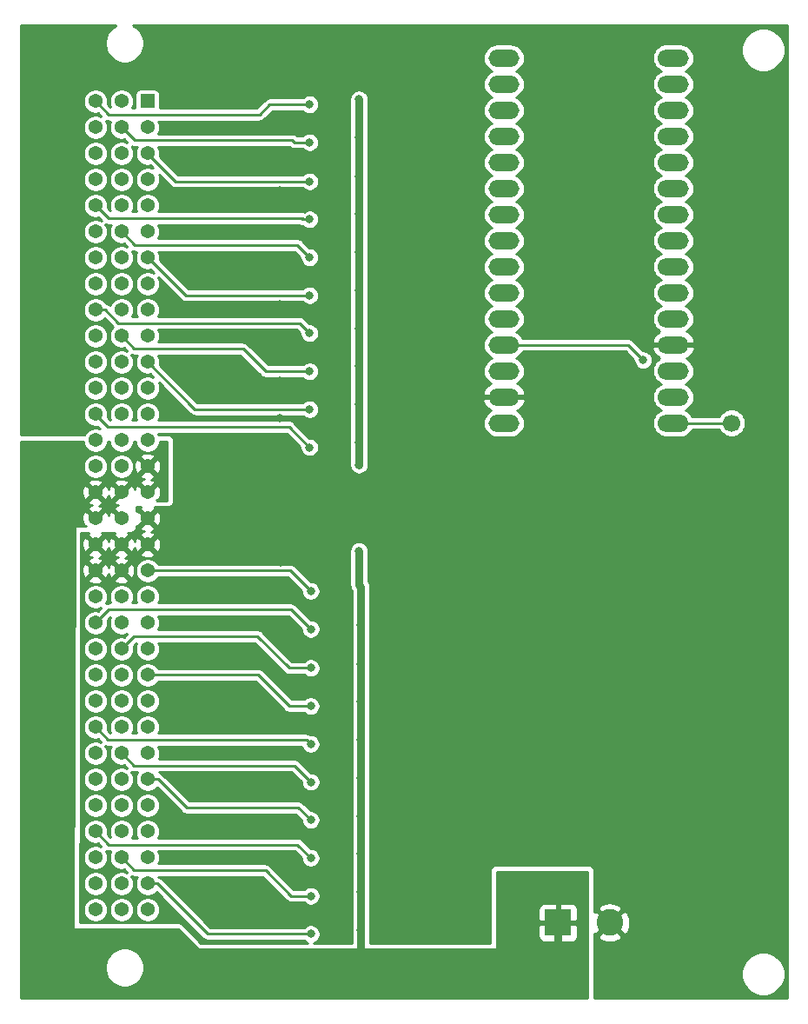
<source format=gtl>
G04 #@! TF.GenerationSoftware,KiCad,Pcbnew,(5.1.5)-3*
G04 #@! TF.CreationDate,2020-03-12T17:45:38-07:00*
G04 #@! TF.ProjectId,siplace_feeder_controller_96pin,7369706c-6163-4655-9f66-65656465725f,rev?*
G04 #@! TF.SameCoordinates,Original*
G04 #@! TF.FileFunction,Copper,L1,Top*
G04 #@! TF.FilePolarity,Positive*
%FSLAX46Y46*%
G04 Gerber Fmt 4.6, Leading zero omitted, Abs format (unit mm)*
G04 Created by KiCad (PCBNEW (5.1.5)-3) date 2020-03-12 17:45:38*
%MOMM*%
%LPD*%
G04 APERTURE LIST*
%ADD10O,3.000000X1.700000*%
%ADD11C,1.365000*%
%ADD12R,1.365000X1.365000*%
%ADD13C,2.600000*%
%ADD14R,2.600000X2.600000*%
%ADD15C,1.700000*%
%ADD16C,0.800000*%
%ADD17C,0.250000*%
%ADD18C,0.762000*%
%ADD19C,0.254000*%
G04 APERTURE END LIST*
D10*
X94740000Y-55790000D03*
X94740000Y-58330000D03*
X94740000Y-60870000D03*
X94740000Y-63410000D03*
X94740000Y-65950000D03*
X94740000Y-68490000D03*
X94740000Y-71030000D03*
X94740000Y-73570000D03*
X94740000Y-76110000D03*
X94740000Y-78650000D03*
X94740000Y-81190000D03*
X94740000Y-83730000D03*
X94740000Y-86270000D03*
X94740000Y-88810000D03*
X94740000Y-91350000D03*
X111250000Y-88810000D03*
X111250000Y-55790000D03*
X111250000Y-73570000D03*
X111250000Y-78650000D03*
X111250000Y-76110000D03*
X111250000Y-71030000D03*
X111250000Y-68490000D03*
X111250000Y-83730000D03*
X111250000Y-58330000D03*
X111250000Y-91350000D03*
X111250000Y-63410000D03*
X111250000Y-60870000D03*
X111250000Y-81190000D03*
X111250000Y-86270000D03*
X111250000Y-65950000D03*
D11*
X54920000Y-138740000D03*
X54920000Y-136200000D03*
X54920000Y-133660000D03*
X54920000Y-131120000D03*
X54920000Y-128580000D03*
X54920000Y-126040000D03*
X54920000Y-123500000D03*
X54920000Y-120960000D03*
X54920000Y-118420000D03*
X54920000Y-115880000D03*
X54920000Y-113340000D03*
X54920000Y-110800000D03*
X54920000Y-108260000D03*
X54920000Y-105720000D03*
X54920000Y-103180000D03*
X54920000Y-100640000D03*
X54920000Y-98100000D03*
X54920000Y-95560000D03*
X54920000Y-93020000D03*
X54920000Y-90480000D03*
X54920000Y-87940000D03*
X54920000Y-85400000D03*
X54920000Y-82860000D03*
X54920000Y-80320000D03*
X54920000Y-77780000D03*
X54920000Y-75240000D03*
X54920000Y-72700000D03*
X54920000Y-70160000D03*
X54920000Y-67620000D03*
X54920000Y-65080000D03*
X54920000Y-62540000D03*
X54920000Y-60000000D03*
X57460000Y-138740000D03*
X57460000Y-136200000D03*
X57460000Y-133660000D03*
X57460000Y-131120000D03*
X57460000Y-128580000D03*
X57460000Y-126040000D03*
X57460000Y-123500000D03*
X57460000Y-120960000D03*
X57460000Y-118420000D03*
X57460000Y-115880000D03*
X57460000Y-113340000D03*
X57460000Y-110800000D03*
X57460000Y-108260000D03*
X57460000Y-105720000D03*
X57460000Y-103180000D03*
X57460000Y-100640000D03*
X57460000Y-98100000D03*
X57460000Y-95560000D03*
X57460000Y-93020000D03*
X57460000Y-90480000D03*
X57460000Y-87940000D03*
X57460000Y-85400000D03*
X57460000Y-82860000D03*
X57460000Y-80320000D03*
X57460000Y-77780000D03*
X57460000Y-75240000D03*
X57460000Y-72700000D03*
X57460000Y-70160000D03*
X57460000Y-67620000D03*
X57460000Y-65080000D03*
X57460000Y-62540000D03*
X57460000Y-60000000D03*
X60000000Y-138740000D03*
X60000000Y-136200000D03*
X60000000Y-133660000D03*
X60000000Y-131120000D03*
X60000000Y-128580000D03*
X60000000Y-126040000D03*
X60000000Y-123500000D03*
X60000000Y-120960000D03*
X60000000Y-118420000D03*
X60000000Y-115880000D03*
X60000000Y-113340000D03*
X60000000Y-110800000D03*
X60000000Y-108260000D03*
X60000000Y-105720000D03*
X60000000Y-103180000D03*
X60000000Y-100640000D03*
X60000000Y-98100000D03*
X60000000Y-95560000D03*
X60000000Y-93020000D03*
X60000000Y-90480000D03*
X60000000Y-87940000D03*
X60000000Y-85400000D03*
X60000000Y-82860000D03*
X60000000Y-80320000D03*
X60000000Y-77780000D03*
X60000000Y-75240000D03*
X60000000Y-72700000D03*
X60000000Y-70160000D03*
X60000000Y-67620000D03*
X60000000Y-65080000D03*
X60000000Y-62540000D03*
D12*
X60000000Y-60000000D03*
D13*
X105080000Y-140000000D03*
D14*
X100000000Y-140000000D03*
D15*
X95330000Y-91346000D03*
D16*
X84200000Y-140900000D03*
X84200000Y-93600000D03*
X73000000Y-138200000D03*
X73000000Y-134500000D03*
X73000000Y-130800000D03*
X73000000Y-127100000D03*
X73000000Y-123400000D03*
X73000000Y-119700000D03*
X73000000Y-116000000D03*
X73000000Y-112300000D03*
X73000000Y-108600000D03*
X73000000Y-104900000D03*
X72900000Y-90900000D03*
X72900000Y-87200000D03*
X72900000Y-83500000D03*
X72900000Y-79800000D03*
X72900000Y-76100000D03*
X72900000Y-72400000D03*
X72900000Y-68700000D03*
X72900000Y-65000000D03*
X72900000Y-61300000D03*
D15*
X95330000Y-88806000D03*
D16*
X72900000Y-57600000D03*
X84100000Y-59900000D03*
D15*
X110570000Y-83726000D03*
D16*
X84200000Y-67400000D03*
X84200000Y-75000000D03*
X84200000Y-82500000D03*
X84200000Y-89900000D03*
X84200000Y-107500000D03*
X84200000Y-115000000D03*
X84200000Y-122400000D03*
X84200000Y-129800000D03*
X84200000Y-118700000D03*
X84200000Y-137200000D03*
X84200000Y-133500000D03*
X84200000Y-63600000D03*
X84200000Y-111200000D03*
X84200000Y-71200000D03*
X84200000Y-78700000D03*
X84200000Y-86200000D03*
X84200000Y-126100000D03*
D15*
X95330000Y-86266000D03*
X110570000Y-86266000D03*
X95330000Y-60866000D03*
X95330000Y-58326000D03*
D16*
X75800000Y-60300000D03*
X75800000Y-67800000D03*
X75800000Y-75200000D03*
X75800000Y-82600000D03*
X75800000Y-90000000D03*
X75900000Y-107700000D03*
X75900000Y-115200000D03*
X75900000Y-122600000D03*
X75900000Y-130000000D03*
X75900000Y-137400000D03*
X75800000Y-64000000D03*
X75800000Y-71500000D03*
X75800000Y-78900000D03*
X75800000Y-86300000D03*
X75800000Y-93700000D03*
X75900000Y-111400000D03*
X75900000Y-118900000D03*
X75900000Y-126300000D03*
X75900000Y-133700000D03*
X75900000Y-141100000D03*
D15*
X95330000Y-55786000D03*
X95330000Y-65946000D03*
X95330000Y-71026000D03*
X95330000Y-76106000D03*
X95330000Y-81186000D03*
X110570000Y-60866000D03*
X110570000Y-65946000D03*
X110570000Y-71026000D03*
X110570000Y-76106000D03*
X110570000Y-68486000D03*
X110570000Y-81186000D03*
X110570000Y-91346000D03*
X116920000Y-91346000D03*
X110570000Y-88806000D03*
X110570000Y-55786000D03*
X110570000Y-78646000D03*
X95330000Y-63406000D03*
X110570000Y-63406000D03*
X110570000Y-58326000D03*
X95330000Y-68486000D03*
X95330000Y-73566000D03*
X95330000Y-78646000D03*
X110570000Y-73566000D03*
D16*
X80800000Y-140700000D03*
X80800000Y-137000000D03*
X80800000Y-133300000D03*
X80800000Y-129600000D03*
X80800000Y-125900000D03*
X80800000Y-122200000D03*
X80800000Y-118500000D03*
X80800000Y-114800000D03*
X80800000Y-111000000D03*
X80600000Y-93200000D03*
X80600000Y-89500000D03*
X80600000Y-85800000D03*
X80600000Y-82100000D03*
X80600000Y-78400000D03*
X80600000Y-74700000D03*
X80600000Y-71000000D03*
X80600000Y-67300000D03*
X80600000Y-63500000D03*
X80600000Y-59800000D03*
X80800000Y-107300000D03*
X80600000Y-95400000D03*
X80600000Y-103800000D03*
D15*
X95330000Y-83726000D03*
D16*
X108300000Y-85200000D03*
D17*
X94695000Y-91346000D02*
X95330000Y-91346000D01*
X94695000Y-88806000D02*
X95330000Y-88806000D01*
X111205000Y-83726000D02*
X110570000Y-83726000D01*
X94695000Y-86266000D02*
X95330000Y-86266000D01*
X111205000Y-86266000D02*
X110570000Y-86266000D01*
X94695000Y-60866000D02*
X95330000Y-60866000D01*
X94695000Y-58326000D02*
X95330000Y-58326000D01*
X71900000Y-60300000D02*
X75800000Y-60300000D01*
X70900000Y-61300000D02*
X71900000Y-60300000D01*
X54920000Y-60000000D02*
X56220000Y-61300000D01*
X56220000Y-61300000D02*
X70900000Y-61300000D01*
X62700000Y-67800000D02*
X75800000Y-67800000D01*
X60000000Y-65080000D02*
X60000000Y-65100000D01*
X60000000Y-65100000D02*
X62700000Y-67800000D01*
X74600000Y-74000000D02*
X75800000Y-75200000D01*
X57460000Y-72700000D02*
X58760000Y-74000000D01*
X58760000Y-74000000D02*
X74600000Y-74000000D01*
X74800000Y-81600000D02*
X75800000Y-82600000D01*
X57165200Y-81600000D02*
X74800000Y-81600000D01*
X54920000Y-80320000D02*
X55885200Y-80320000D01*
X55885200Y-80320000D02*
X57165200Y-81600000D01*
X60000000Y-85400000D02*
X64600000Y-90000000D01*
X64600000Y-90000000D02*
X69700000Y-90000000D01*
X69600000Y-90000000D02*
X69700000Y-90000000D01*
X69700000Y-90000000D02*
X75800000Y-90000000D01*
X73920000Y-105720000D02*
X75900000Y-107700000D01*
X60000000Y-105720000D02*
X73920000Y-105720000D01*
X73800000Y-115200000D02*
X75900000Y-115200000D01*
X70700000Y-112100000D02*
X73800000Y-115200000D01*
X57460000Y-113340000D02*
X58700000Y-112100000D01*
X58700000Y-112100000D02*
X70700000Y-112100000D01*
X54920000Y-120960000D02*
X56160000Y-122200000D01*
X75500001Y-122200001D02*
X75900000Y-122600000D01*
X56160000Y-122200000D02*
X75500001Y-122200001D01*
X63805200Y-128800000D02*
X74700000Y-128800000D01*
X61005200Y-126000000D02*
X63805200Y-128800000D01*
X60000000Y-126040000D02*
X60965200Y-126040000D01*
X74700000Y-128800000D02*
X75900000Y-130000000D01*
X60965200Y-126040000D02*
X61005200Y-126000000D01*
X74000000Y-137400000D02*
X75900000Y-137400000D01*
X71500000Y-134900000D02*
X74000000Y-137400000D01*
X57460000Y-133660000D02*
X58700000Y-134900000D01*
X58700000Y-134900000D02*
X71500000Y-134900000D01*
X74300000Y-64000000D02*
X75800000Y-64000000D01*
X74100000Y-63800000D02*
X74300000Y-64000000D01*
X57460000Y-62540000D02*
X58720000Y-63800000D01*
X58720000Y-63800000D02*
X74000000Y-63800000D01*
X75100000Y-71500000D02*
X75800000Y-71500000D01*
X75000000Y-71400000D02*
X75100000Y-71500000D01*
X54920000Y-70160000D02*
X54960000Y-70160000D01*
X75134315Y-71400000D02*
X75100000Y-71500000D01*
X54960000Y-70160000D02*
X56200000Y-71400000D01*
X56200000Y-71400000D02*
X75000000Y-71400000D01*
X63712600Y-78900000D02*
X75800000Y-78900000D01*
X60000000Y-75240000D02*
X60052600Y-75240000D01*
X60052600Y-75240000D02*
X63712600Y-78900000D01*
X71500000Y-86300000D02*
X75800000Y-86300000D01*
X69300000Y-84100000D02*
X71500000Y-86300000D01*
X57460000Y-82860000D02*
X58700000Y-84100000D01*
X58700000Y-84100000D02*
X69300000Y-84100000D01*
X73800000Y-91700000D02*
X75800000Y-93700000D01*
X54920000Y-90480000D02*
X54920000Y-90517400D01*
X56102600Y-91700000D02*
X73800000Y-91700000D01*
X54920000Y-90517400D02*
X56102600Y-91700000D01*
X54920000Y-110800000D02*
X56220000Y-109500000D01*
X74000000Y-109500000D02*
X75900000Y-111400000D01*
X56220000Y-109500000D02*
X74000000Y-109500000D01*
X73800000Y-118900000D02*
X75900000Y-118900000D01*
X60000000Y-115880000D02*
X70780000Y-115880000D01*
X70780000Y-115880000D02*
X73800000Y-118900000D01*
X57460000Y-123500000D02*
X58660000Y-124700000D01*
X74300000Y-124700000D02*
X75900000Y-126300000D01*
X58660000Y-124700000D02*
X74300000Y-124700000D01*
X54920000Y-131120000D02*
X56200000Y-132400000D01*
X74600000Y-132400000D02*
X75900000Y-133700000D01*
X56200000Y-132400000D02*
X74600000Y-132400000D01*
X65865200Y-141100000D02*
X75900000Y-141100000D01*
X60965200Y-136200000D02*
X65865200Y-141100000D01*
X60000000Y-136200000D02*
X60965200Y-136200000D01*
X94695000Y-55786000D02*
X95330000Y-55786000D01*
X94695000Y-65946000D02*
X95330000Y-65946000D01*
X94695000Y-71026000D02*
X95330000Y-71026000D01*
X94695000Y-76106000D02*
X95330000Y-76106000D01*
X94695000Y-81186000D02*
X95330000Y-81186000D01*
X111205000Y-60866000D02*
X110570000Y-60866000D01*
X111205000Y-65946000D02*
X110570000Y-65946000D01*
X111205000Y-71026000D02*
X110570000Y-71026000D01*
X111205000Y-76106000D02*
X110570000Y-76106000D01*
X111205000Y-68486000D02*
X110570000Y-68486000D01*
X111205000Y-81186000D02*
X110570000Y-81186000D01*
X116916000Y-91350000D02*
X116920000Y-91346000D01*
X111250000Y-91350000D02*
X116916000Y-91350000D01*
X111205000Y-88806000D02*
X110570000Y-88806000D01*
X111205000Y-55786000D02*
X110570000Y-55786000D01*
X111205000Y-78646000D02*
X110570000Y-78646000D01*
X94695000Y-63406000D02*
X95330000Y-63406000D01*
X111205000Y-63406000D02*
X110570000Y-63406000D01*
X111205000Y-58326000D02*
X110570000Y-58326000D01*
X94695000Y-68486000D02*
X95330000Y-68486000D01*
X94695000Y-73566000D02*
X95330000Y-73566000D01*
X94695000Y-78646000D02*
X95330000Y-78646000D01*
X111205000Y-73566000D02*
X110570000Y-73566000D01*
D18*
X80600000Y-59800000D02*
X80600000Y-63500000D01*
X80600000Y-63500000D02*
X80600000Y-67300000D01*
X80600000Y-67300000D02*
X80600000Y-71000000D01*
X80600000Y-71000000D02*
X80600000Y-74700000D01*
X80600000Y-74700000D02*
X80600000Y-78400000D01*
X80600000Y-78400000D02*
X80600000Y-82100000D01*
X80600000Y-82100000D02*
X80600000Y-85800000D01*
X80600000Y-85800000D02*
X80600000Y-89500000D01*
X80600000Y-89500000D02*
X80600000Y-93200000D01*
X80600000Y-107100000D02*
X80800000Y-107300000D01*
X80800000Y-107300000D02*
X80800000Y-111000000D01*
X80800000Y-111000000D02*
X80800000Y-114800000D01*
X80800000Y-114800000D02*
X80800000Y-118500000D01*
X80800000Y-118500000D02*
X80800000Y-122200000D01*
X80800000Y-122200000D02*
X80800000Y-125900000D01*
X80800000Y-125900000D02*
X80800000Y-129600000D01*
X80800000Y-129600000D02*
X80800000Y-133300000D01*
X80800000Y-133300000D02*
X80800000Y-137000000D01*
X80800000Y-137000000D02*
X80800000Y-140700000D01*
X100000000Y-142062000D02*
X100000000Y-140000000D01*
X98062000Y-144000000D02*
X100000000Y-142062000D01*
X80800000Y-140700000D02*
X80800000Y-143532842D01*
X81267158Y-144000000D02*
X98062000Y-144000000D01*
X80800000Y-143532842D02*
X81267158Y-144000000D01*
X80600000Y-93200000D02*
X80600000Y-95400000D01*
X80600000Y-103800000D02*
X80600000Y-107100000D01*
D17*
X94695000Y-83726000D02*
X95330000Y-83726000D01*
X106830000Y-83730000D02*
X94740000Y-83730000D01*
X108300000Y-85200000D02*
X106830000Y-83730000D01*
D19*
G36*
X53710500Y-93139125D02*
G01*
X53756981Y-93372798D01*
X53848155Y-93592913D01*
X53980520Y-93791011D01*
X54148989Y-93959480D01*
X54347087Y-94091845D01*
X54567202Y-94183019D01*
X54800875Y-94229500D01*
X55039125Y-94229500D01*
X55272798Y-94183019D01*
X55492913Y-94091845D01*
X55691011Y-93959480D01*
X55859480Y-93791011D01*
X55991845Y-93592913D01*
X56083019Y-93372798D01*
X56129500Y-93139125D01*
X56129500Y-93127000D01*
X56250500Y-93127000D01*
X56250500Y-93139125D01*
X56296981Y-93372798D01*
X56388155Y-93592913D01*
X56520520Y-93791011D01*
X56688989Y-93959480D01*
X56887087Y-94091845D01*
X57107202Y-94183019D01*
X57340875Y-94229500D01*
X57579125Y-94229500D01*
X57812798Y-94183019D01*
X58032913Y-94091845D01*
X58231011Y-93959480D01*
X58399480Y-93791011D01*
X58531845Y-93592913D01*
X58623019Y-93372798D01*
X58669500Y-93139125D01*
X58669500Y-93127000D01*
X58790500Y-93127000D01*
X58790500Y-93139125D01*
X58836981Y-93372798D01*
X58928155Y-93592913D01*
X59060520Y-93791011D01*
X59228989Y-93959480D01*
X59427087Y-94091845D01*
X59647202Y-94183019D01*
X59880875Y-94229500D01*
X60119125Y-94229500D01*
X60352798Y-94183019D01*
X60572913Y-94091845D01*
X60771011Y-93959480D01*
X60939480Y-93791011D01*
X61071845Y-93592913D01*
X61163019Y-93372798D01*
X61209500Y-93139125D01*
X61209500Y-93127000D01*
X61873000Y-93127000D01*
X61873000Y-98873000D01*
X60946951Y-98873000D01*
X60901946Y-98827995D01*
X61132171Y-98770533D01*
X61241230Y-98536773D01*
X61302591Y-98286229D01*
X61313893Y-98028528D01*
X61274704Y-97773574D01*
X61186528Y-97531164D01*
X61132171Y-97429467D01*
X60901944Y-97372005D01*
X60173948Y-98100000D01*
X60188091Y-98114142D01*
X60014142Y-98288091D01*
X60000000Y-98273948D01*
X59985858Y-98288091D01*
X59811909Y-98114142D01*
X59826052Y-98100000D01*
X59098056Y-97372005D01*
X58867829Y-97429467D01*
X58758770Y-97663227D01*
X58732936Y-97768712D01*
X58646528Y-97531164D01*
X58592171Y-97429467D01*
X58361944Y-97372005D01*
X57633948Y-98100000D01*
X57648091Y-98114142D01*
X57474142Y-98288091D01*
X57460000Y-98273948D01*
X56732005Y-99001944D01*
X56789467Y-99232171D01*
X57023227Y-99341230D01*
X57128712Y-99367064D01*
X56891164Y-99453472D01*
X56789467Y-99507829D01*
X56732005Y-99738056D01*
X57460000Y-100466052D01*
X57474142Y-100451909D01*
X57648091Y-100625858D01*
X57633948Y-100640000D01*
X57648091Y-100654142D01*
X57474142Y-100828091D01*
X57460000Y-100813948D01*
X57445858Y-100828091D01*
X57271909Y-100654142D01*
X57286052Y-100640000D01*
X56558056Y-99912005D01*
X56327829Y-99969467D01*
X56218770Y-100203227D01*
X56192936Y-100308712D01*
X56106528Y-100071164D01*
X56052171Y-99969467D01*
X55821944Y-99912005D01*
X55093948Y-100640000D01*
X55108091Y-100654142D01*
X54934142Y-100828091D01*
X54920000Y-100813948D01*
X54905858Y-100828091D01*
X54731909Y-100654142D01*
X54746052Y-100640000D01*
X54018056Y-99912005D01*
X53787829Y-99969467D01*
X53678770Y-100203227D01*
X53617409Y-100453771D01*
X53606107Y-100711472D01*
X53645296Y-100966426D01*
X53733472Y-101208836D01*
X53787829Y-101310533D01*
X54018054Y-101367995D01*
X54013049Y-101373000D01*
X53000000Y-101373000D01*
X52975224Y-101375440D01*
X52951399Y-101382667D01*
X52929443Y-101394403D01*
X52910197Y-101410197D01*
X52894403Y-101429443D01*
X52882667Y-101451399D01*
X52875440Y-101475224D01*
X52873000Y-101499674D01*
X52773000Y-140499674D01*
X52775377Y-140524457D01*
X52782543Y-140548300D01*
X52794223Y-140570286D01*
X52809967Y-140589572D01*
X52829172Y-140605415D01*
X52851099Y-140617208D01*
X52874904Y-140624496D01*
X52900000Y-140627000D01*
X62947394Y-140627000D01*
X64910197Y-142589803D01*
X64929443Y-142605597D01*
X64951399Y-142617333D01*
X64975224Y-142624560D01*
X65000000Y-142627000D01*
X93900000Y-142627000D01*
X93924776Y-142624560D01*
X93948601Y-142617333D01*
X93970557Y-142605597D01*
X93989803Y-142589803D01*
X94005597Y-142570557D01*
X94017333Y-142548601D01*
X94024560Y-142524776D01*
X94027000Y-142500000D01*
X94027000Y-141300000D01*
X98069966Y-141300000D01*
X98082072Y-141422914D01*
X98117924Y-141541104D01*
X98176146Y-141650028D01*
X98254499Y-141745501D01*
X98349972Y-141823854D01*
X98458896Y-141882076D01*
X98577086Y-141917928D01*
X98700000Y-141930034D01*
X99720250Y-141927000D01*
X99877000Y-141770250D01*
X99877000Y-140123000D01*
X100123000Y-140123000D01*
X100123000Y-141770250D01*
X100279750Y-141927000D01*
X101300000Y-141930034D01*
X101422914Y-141917928D01*
X101541104Y-141882076D01*
X101650028Y-141823854D01*
X101745501Y-141745501D01*
X101823854Y-141650028D01*
X101882076Y-141541104D01*
X101917928Y-141422914D01*
X101930034Y-141300000D01*
X101927000Y-140279750D01*
X101770250Y-140123000D01*
X100123000Y-140123000D01*
X99877000Y-140123000D01*
X98229750Y-140123000D01*
X98073000Y-140279750D01*
X98069966Y-141300000D01*
X94027000Y-141300000D01*
X94027000Y-138700000D01*
X98069966Y-138700000D01*
X98073000Y-139720250D01*
X98229750Y-139877000D01*
X99877000Y-139877000D01*
X99877000Y-138229750D01*
X100123000Y-138229750D01*
X100123000Y-139877000D01*
X101770250Y-139877000D01*
X101927000Y-139720250D01*
X101930034Y-138700000D01*
X101917928Y-138577086D01*
X101882076Y-138458896D01*
X101823854Y-138349972D01*
X101745501Y-138254499D01*
X101650028Y-138176146D01*
X101541104Y-138117924D01*
X101422914Y-138082072D01*
X101300000Y-138069966D01*
X100279750Y-138073000D01*
X100123000Y-138229750D01*
X99877000Y-138229750D01*
X99720250Y-138073000D01*
X98700000Y-138069966D01*
X98577086Y-138082072D01*
X98458896Y-138117924D01*
X98349972Y-138176146D01*
X98254499Y-138254499D01*
X98176146Y-138349972D01*
X98117924Y-138458896D01*
X98082072Y-138577086D01*
X98069966Y-138700000D01*
X94027000Y-138700000D01*
X94027000Y-135027000D01*
X102873000Y-135027000D01*
X102873000Y-147373000D01*
X47627000Y-147373000D01*
X47627000Y-144190699D01*
X55838000Y-144190699D01*
X55838000Y-144569301D01*
X55911861Y-144940627D01*
X56056745Y-145290409D01*
X56267085Y-145605204D01*
X56534796Y-145872915D01*
X56849591Y-146083255D01*
X57199373Y-146228139D01*
X57570699Y-146302000D01*
X57949301Y-146302000D01*
X58320627Y-146228139D01*
X58670409Y-146083255D01*
X58985204Y-145872915D01*
X59252915Y-145605204D01*
X59463255Y-145290409D01*
X59608139Y-144940627D01*
X59682000Y-144569301D01*
X59682000Y-144190699D01*
X59608139Y-143819373D01*
X59463255Y-143469591D01*
X59252915Y-143154796D01*
X58985204Y-142887085D01*
X58670409Y-142676745D01*
X58320627Y-142531861D01*
X57949301Y-142458000D01*
X57570699Y-142458000D01*
X57199373Y-142531861D01*
X56849591Y-142676745D01*
X56534796Y-142887085D01*
X56267085Y-143154796D01*
X56056745Y-143469591D01*
X55911861Y-143819373D01*
X55838000Y-144190699D01*
X47627000Y-144190699D01*
X47627000Y-99001944D01*
X54192005Y-99001944D01*
X54249467Y-99232171D01*
X54483227Y-99341230D01*
X54588712Y-99367064D01*
X54351164Y-99453472D01*
X54249467Y-99507829D01*
X54192005Y-99738056D01*
X54920000Y-100466052D01*
X55647995Y-99738056D01*
X55590533Y-99507829D01*
X55356773Y-99398770D01*
X55251288Y-99372936D01*
X55488836Y-99286528D01*
X55590533Y-99232171D01*
X55647995Y-99001944D01*
X54920000Y-98273948D01*
X54192005Y-99001944D01*
X47627000Y-99001944D01*
X47627000Y-98171472D01*
X53606107Y-98171472D01*
X53645296Y-98426426D01*
X53733472Y-98668836D01*
X53787829Y-98770533D01*
X54018056Y-98827995D01*
X54746052Y-98100000D01*
X55093948Y-98100000D01*
X55821944Y-98827995D01*
X56052171Y-98770533D01*
X56161230Y-98536773D01*
X56187064Y-98431288D01*
X56273472Y-98668836D01*
X56327829Y-98770533D01*
X56558056Y-98827995D01*
X57286052Y-98100000D01*
X56558056Y-97372005D01*
X56327829Y-97429467D01*
X56218770Y-97663227D01*
X56192936Y-97768712D01*
X56106528Y-97531164D01*
X56052171Y-97429467D01*
X55821944Y-97372005D01*
X55093948Y-98100000D01*
X54746052Y-98100000D01*
X54018056Y-97372005D01*
X53787829Y-97429467D01*
X53678770Y-97663227D01*
X53617409Y-97913771D01*
X53606107Y-98171472D01*
X47627000Y-98171472D01*
X47627000Y-97198056D01*
X54192005Y-97198056D01*
X54920000Y-97926052D01*
X55647995Y-97198056D01*
X56732005Y-97198056D01*
X57460000Y-97926052D01*
X58187995Y-97198056D01*
X58130533Y-96967829D01*
X57896773Y-96858770D01*
X57646229Y-96797409D01*
X57388528Y-96786107D01*
X57133574Y-96825296D01*
X56891164Y-96913472D01*
X56789467Y-96967829D01*
X56732005Y-97198056D01*
X55647995Y-97198056D01*
X55590533Y-96967829D01*
X55356773Y-96858770D01*
X55106229Y-96797409D01*
X54848528Y-96786107D01*
X54593574Y-96825296D01*
X54351164Y-96913472D01*
X54249467Y-96967829D01*
X54192005Y-97198056D01*
X47627000Y-97198056D01*
X47627000Y-95440875D01*
X53710500Y-95440875D01*
X53710500Y-95679125D01*
X53756981Y-95912798D01*
X53848155Y-96132913D01*
X53980520Y-96331011D01*
X54148989Y-96499480D01*
X54347087Y-96631845D01*
X54567202Y-96723019D01*
X54800875Y-96769500D01*
X55039125Y-96769500D01*
X55272798Y-96723019D01*
X55492913Y-96631845D01*
X55691011Y-96499480D01*
X55859480Y-96331011D01*
X55991845Y-96132913D01*
X56083019Y-95912798D01*
X56129500Y-95679125D01*
X56129500Y-95440875D01*
X56250500Y-95440875D01*
X56250500Y-95679125D01*
X56296981Y-95912798D01*
X56388155Y-96132913D01*
X56520520Y-96331011D01*
X56688989Y-96499480D01*
X56887087Y-96631845D01*
X57107202Y-96723019D01*
X57340875Y-96769500D01*
X57579125Y-96769500D01*
X57812798Y-96723019D01*
X58032913Y-96631845D01*
X58231011Y-96499480D01*
X58268547Y-96461944D01*
X59272005Y-96461944D01*
X59329467Y-96692171D01*
X59563227Y-96801230D01*
X59668712Y-96827064D01*
X59431164Y-96913472D01*
X59329467Y-96967829D01*
X59272005Y-97198056D01*
X60000000Y-97926052D01*
X60727995Y-97198056D01*
X60670533Y-96967829D01*
X60436773Y-96858770D01*
X60331288Y-96832936D01*
X60568836Y-96746528D01*
X60670533Y-96692171D01*
X60727995Y-96461944D01*
X60000000Y-95733948D01*
X59272005Y-96461944D01*
X58268547Y-96461944D01*
X58399480Y-96331011D01*
X58531845Y-96132913D01*
X58623019Y-95912798D01*
X58669500Y-95679125D01*
X58669500Y-95631472D01*
X58686107Y-95631472D01*
X58725296Y-95886426D01*
X58813472Y-96128836D01*
X58867829Y-96230533D01*
X59098056Y-96287995D01*
X59826052Y-95560000D01*
X60173948Y-95560000D01*
X60901944Y-96287995D01*
X61132171Y-96230533D01*
X61241230Y-95996773D01*
X61302591Y-95746229D01*
X61313893Y-95488528D01*
X61274704Y-95233574D01*
X61186528Y-94991164D01*
X61132171Y-94889467D01*
X60901944Y-94832005D01*
X60173948Y-95560000D01*
X59826052Y-95560000D01*
X59098056Y-94832005D01*
X58867829Y-94889467D01*
X58758770Y-95123227D01*
X58697409Y-95373771D01*
X58686107Y-95631472D01*
X58669500Y-95631472D01*
X58669500Y-95440875D01*
X58623019Y-95207202D01*
X58531845Y-94987087D01*
X58399480Y-94788989D01*
X58268547Y-94658056D01*
X59272005Y-94658056D01*
X60000000Y-95386052D01*
X60727995Y-94658056D01*
X60670533Y-94427829D01*
X60436773Y-94318770D01*
X60186229Y-94257409D01*
X59928528Y-94246107D01*
X59673574Y-94285296D01*
X59431164Y-94373472D01*
X59329467Y-94427829D01*
X59272005Y-94658056D01*
X58268547Y-94658056D01*
X58231011Y-94620520D01*
X58032913Y-94488155D01*
X57812798Y-94396981D01*
X57579125Y-94350500D01*
X57340875Y-94350500D01*
X57107202Y-94396981D01*
X56887087Y-94488155D01*
X56688989Y-94620520D01*
X56520520Y-94788989D01*
X56388155Y-94987087D01*
X56296981Y-95207202D01*
X56250500Y-95440875D01*
X56129500Y-95440875D01*
X56083019Y-95207202D01*
X55991845Y-94987087D01*
X55859480Y-94788989D01*
X55691011Y-94620520D01*
X55492913Y-94488155D01*
X55272798Y-94396981D01*
X55039125Y-94350500D01*
X54800875Y-94350500D01*
X54567202Y-94396981D01*
X54347087Y-94488155D01*
X54148989Y-94620520D01*
X53980520Y-94788989D01*
X53848155Y-94987087D01*
X53756981Y-95207202D01*
X53710500Y-95440875D01*
X47627000Y-95440875D01*
X47627000Y-93127000D01*
X53710500Y-93127000D01*
X53710500Y-93139125D01*
G37*
X53710500Y-93139125D02*
X53756981Y-93372798D01*
X53848155Y-93592913D01*
X53980520Y-93791011D01*
X54148989Y-93959480D01*
X54347087Y-94091845D01*
X54567202Y-94183019D01*
X54800875Y-94229500D01*
X55039125Y-94229500D01*
X55272798Y-94183019D01*
X55492913Y-94091845D01*
X55691011Y-93959480D01*
X55859480Y-93791011D01*
X55991845Y-93592913D01*
X56083019Y-93372798D01*
X56129500Y-93139125D01*
X56129500Y-93127000D01*
X56250500Y-93127000D01*
X56250500Y-93139125D01*
X56296981Y-93372798D01*
X56388155Y-93592913D01*
X56520520Y-93791011D01*
X56688989Y-93959480D01*
X56887087Y-94091845D01*
X57107202Y-94183019D01*
X57340875Y-94229500D01*
X57579125Y-94229500D01*
X57812798Y-94183019D01*
X58032913Y-94091845D01*
X58231011Y-93959480D01*
X58399480Y-93791011D01*
X58531845Y-93592913D01*
X58623019Y-93372798D01*
X58669500Y-93139125D01*
X58669500Y-93127000D01*
X58790500Y-93127000D01*
X58790500Y-93139125D01*
X58836981Y-93372798D01*
X58928155Y-93592913D01*
X59060520Y-93791011D01*
X59228989Y-93959480D01*
X59427087Y-94091845D01*
X59647202Y-94183019D01*
X59880875Y-94229500D01*
X60119125Y-94229500D01*
X60352798Y-94183019D01*
X60572913Y-94091845D01*
X60771011Y-93959480D01*
X60939480Y-93791011D01*
X61071845Y-93592913D01*
X61163019Y-93372798D01*
X61209500Y-93139125D01*
X61209500Y-93127000D01*
X61873000Y-93127000D01*
X61873000Y-98873000D01*
X60946951Y-98873000D01*
X60901946Y-98827995D01*
X61132171Y-98770533D01*
X61241230Y-98536773D01*
X61302591Y-98286229D01*
X61313893Y-98028528D01*
X61274704Y-97773574D01*
X61186528Y-97531164D01*
X61132171Y-97429467D01*
X60901944Y-97372005D01*
X60173948Y-98100000D01*
X60188091Y-98114142D01*
X60014142Y-98288091D01*
X60000000Y-98273948D01*
X59985858Y-98288091D01*
X59811909Y-98114142D01*
X59826052Y-98100000D01*
X59098056Y-97372005D01*
X58867829Y-97429467D01*
X58758770Y-97663227D01*
X58732936Y-97768712D01*
X58646528Y-97531164D01*
X58592171Y-97429467D01*
X58361944Y-97372005D01*
X57633948Y-98100000D01*
X57648091Y-98114142D01*
X57474142Y-98288091D01*
X57460000Y-98273948D01*
X56732005Y-99001944D01*
X56789467Y-99232171D01*
X57023227Y-99341230D01*
X57128712Y-99367064D01*
X56891164Y-99453472D01*
X56789467Y-99507829D01*
X56732005Y-99738056D01*
X57460000Y-100466052D01*
X57474142Y-100451909D01*
X57648091Y-100625858D01*
X57633948Y-100640000D01*
X57648091Y-100654142D01*
X57474142Y-100828091D01*
X57460000Y-100813948D01*
X57445858Y-100828091D01*
X57271909Y-100654142D01*
X57286052Y-100640000D01*
X56558056Y-99912005D01*
X56327829Y-99969467D01*
X56218770Y-100203227D01*
X56192936Y-100308712D01*
X56106528Y-100071164D01*
X56052171Y-99969467D01*
X55821944Y-99912005D01*
X55093948Y-100640000D01*
X55108091Y-100654142D01*
X54934142Y-100828091D01*
X54920000Y-100813948D01*
X54905858Y-100828091D01*
X54731909Y-100654142D01*
X54746052Y-100640000D01*
X54018056Y-99912005D01*
X53787829Y-99969467D01*
X53678770Y-100203227D01*
X53617409Y-100453771D01*
X53606107Y-100711472D01*
X53645296Y-100966426D01*
X53733472Y-101208836D01*
X53787829Y-101310533D01*
X54018054Y-101367995D01*
X54013049Y-101373000D01*
X53000000Y-101373000D01*
X52975224Y-101375440D01*
X52951399Y-101382667D01*
X52929443Y-101394403D01*
X52910197Y-101410197D01*
X52894403Y-101429443D01*
X52882667Y-101451399D01*
X52875440Y-101475224D01*
X52873000Y-101499674D01*
X52773000Y-140499674D01*
X52775377Y-140524457D01*
X52782543Y-140548300D01*
X52794223Y-140570286D01*
X52809967Y-140589572D01*
X52829172Y-140605415D01*
X52851099Y-140617208D01*
X52874904Y-140624496D01*
X52900000Y-140627000D01*
X62947394Y-140627000D01*
X64910197Y-142589803D01*
X64929443Y-142605597D01*
X64951399Y-142617333D01*
X64975224Y-142624560D01*
X65000000Y-142627000D01*
X93900000Y-142627000D01*
X93924776Y-142624560D01*
X93948601Y-142617333D01*
X93970557Y-142605597D01*
X93989803Y-142589803D01*
X94005597Y-142570557D01*
X94017333Y-142548601D01*
X94024560Y-142524776D01*
X94027000Y-142500000D01*
X94027000Y-141300000D01*
X98069966Y-141300000D01*
X98082072Y-141422914D01*
X98117924Y-141541104D01*
X98176146Y-141650028D01*
X98254499Y-141745501D01*
X98349972Y-141823854D01*
X98458896Y-141882076D01*
X98577086Y-141917928D01*
X98700000Y-141930034D01*
X99720250Y-141927000D01*
X99877000Y-141770250D01*
X99877000Y-140123000D01*
X100123000Y-140123000D01*
X100123000Y-141770250D01*
X100279750Y-141927000D01*
X101300000Y-141930034D01*
X101422914Y-141917928D01*
X101541104Y-141882076D01*
X101650028Y-141823854D01*
X101745501Y-141745501D01*
X101823854Y-141650028D01*
X101882076Y-141541104D01*
X101917928Y-141422914D01*
X101930034Y-141300000D01*
X101927000Y-140279750D01*
X101770250Y-140123000D01*
X100123000Y-140123000D01*
X99877000Y-140123000D01*
X98229750Y-140123000D01*
X98073000Y-140279750D01*
X98069966Y-141300000D01*
X94027000Y-141300000D01*
X94027000Y-138700000D01*
X98069966Y-138700000D01*
X98073000Y-139720250D01*
X98229750Y-139877000D01*
X99877000Y-139877000D01*
X99877000Y-138229750D01*
X100123000Y-138229750D01*
X100123000Y-139877000D01*
X101770250Y-139877000D01*
X101927000Y-139720250D01*
X101930034Y-138700000D01*
X101917928Y-138577086D01*
X101882076Y-138458896D01*
X101823854Y-138349972D01*
X101745501Y-138254499D01*
X101650028Y-138176146D01*
X101541104Y-138117924D01*
X101422914Y-138082072D01*
X101300000Y-138069966D01*
X100279750Y-138073000D01*
X100123000Y-138229750D01*
X99877000Y-138229750D01*
X99720250Y-138073000D01*
X98700000Y-138069966D01*
X98577086Y-138082072D01*
X98458896Y-138117924D01*
X98349972Y-138176146D01*
X98254499Y-138254499D01*
X98176146Y-138349972D01*
X98117924Y-138458896D01*
X98082072Y-138577086D01*
X98069966Y-138700000D01*
X94027000Y-138700000D01*
X94027000Y-135027000D01*
X102873000Y-135027000D01*
X102873000Y-147373000D01*
X47627000Y-147373000D01*
X47627000Y-144190699D01*
X55838000Y-144190699D01*
X55838000Y-144569301D01*
X55911861Y-144940627D01*
X56056745Y-145290409D01*
X56267085Y-145605204D01*
X56534796Y-145872915D01*
X56849591Y-146083255D01*
X57199373Y-146228139D01*
X57570699Y-146302000D01*
X57949301Y-146302000D01*
X58320627Y-146228139D01*
X58670409Y-146083255D01*
X58985204Y-145872915D01*
X59252915Y-145605204D01*
X59463255Y-145290409D01*
X59608139Y-144940627D01*
X59682000Y-144569301D01*
X59682000Y-144190699D01*
X59608139Y-143819373D01*
X59463255Y-143469591D01*
X59252915Y-143154796D01*
X58985204Y-142887085D01*
X58670409Y-142676745D01*
X58320627Y-142531861D01*
X57949301Y-142458000D01*
X57570699Y-142458000D01*
X57199373Y-142531861D01*
X56849591Y-142676745D01*
X56534796Y-142887085D01*
X56267085Y-143154796D01*
X56056745Y-143469591D01*
X55911861Y-143819373D01*
X55838000Y-144190699D01*
X47627000Y-144190699D01*
X47627000Y-99001944D01*
X54192005Y-99001944D01*
X54249467Y-99232171D01*
X54483227Y-99341230D01*
X54588712Y-99367064D01*
X54351164Y-99453472D01*
X54249467Y-99507829D01*
X54192005Y-99738056D01*
X54920000Y-100466052D01*
X55647995Y-99738056D01*
X55590533Y-99507829D01*
X55356773Y-99398770D01*
X55251288Y-99372936D01*
X55488836Y-99286528D01*
X55590533Y-99232171D01*
X55647995Y-99001944D01*
X54920000Y-98273948D01*
X54192005Y-99001944D01*
X47627000Y-99001944D01*
X47627000Y-98171472D01*
X53606107Y-98171472D01*
X53645296Y-98426426D01*
X53733472Y-98668836D01*
X53787829Y-98770533D01*
X54018056Y-98827995D01*
X54746052Y-98100000D01*
X55093948Y-98100000D01*
X55821944Y-98827995D01*
X56052171Y-98770533D01*
X56161230Y-98536773D01*
X56187064Y-98431288D01*
X56273472Y-98668836D01*
X56327829Y-98770533D01*
X56558056Y-98827995D01*
X57286052Y-98100000D01*
X56558056Y-97372005D01*
X56327829Y-97429467D01*
X56218770Y-97663227D01*
X56192936Y-97768712D01*
X56106528Y-97531164D01*
X56052171Y-97429467D01*
X55821944Y-97372005D01*
X55093948Y-98100000D01*
X54746052Y-98100000D01*
X54018056Y-97372005D01*
X53787829Y-97429467D01*
X53678770Y-97663227D01*
X53617409Y-97913771D01*
X53606107Y-98171472D01*
X47627000Y-98171472D01*
X47627000Y-97198056D01*
X54192005Y-97198056D01*
X54920000Y-97926052D01*
X55647995Y-97198056D01*
X56732005Y-97198056D01*
X57460000Y-97926052D01*
X58187995Y-97198056D01*
X58130533Y-96967829D01*
X57896773Y-96858770D01*
X57646229Y-96797409D01*
X57388528Y-96786107D01*
X57133574Y-96825296D01*
X56891164Y-96913472D01*
X56789467Y-96967829D01*
X56732005Y-97198056D01*
X55647995Y-97198056D01*
X55590533Y-96967829D01*
X55356773Y-96858770D01*
X55106229Y-96797409D01*
X54848528Y-96786107D01*
X54593574Y-96825296D01*
X54351164Y-96913472D01*
X54249467Y-96967829D01*
X54192005Y-97198056D01*
X47627000Y-97198056D01*
X47627000Y-95440875D01*
X53710500Y-95440875D01*
X53710500Y-95679125D01*
X53756981Y-95912798D01*
X53848155Y-96132913D01*
X53980520Y-96331011D01*
X54148989Y-96499480D01*
X54347087Y-96631845D01*
X54567202Y-96723019D01*
X54800875Y-96769500D01*
X55039125Y-96769500D01*
X55272798Y-96723019D01*
X55492913Y-96631845D01*
X55691011Y-96499480D01*
X55859480Y-96331011D01*
X55991845Y-96132913D01*
X56083019Y-95912798D01*
X56129500Y-95679125D01*
X56129500Y-95440875D01*
X56250500Y-95440875D01*
X56250500Y-95679125D01*
X56296981Y-95912798D01*
X56388155Y-96132913D01*
X56520520Y-96331011D01*
X56688989Y-96499480D01*
X56887087Y-96631845D01*
X57107202Y-96723019D01*
X57340875Y-96769500D01*
X57579125Y-96769500D01*
X57812798Y-96723019D01*
X58032913Y-96631845D01*
X58231011Y-96499480D01*
X58268547Y-96461944D01*
X59272005Y-96461944D01*
X59329467Y-96692171D01*
X59563227Y-96801230D01*
X59668712Y-96827064D01*
X59431164Y-96913472D01*
X59329467Y-96967829D01*
X59272005Y-97198056D01*
X60000000Y-97926052D01*
X60727995Y-97198056D01*
X60670533Y-96967829D01*
X60436773Y-96858770D01*
X60331288Y-96832936D01*
X60568836Y-96746528D01*
X60670533Y-96692171D01*
X60727995Y-96461944D01*
X60000000Y-95733948D01*
X59272005Y-96461944D01*
X58268547Y-96461944D01*
X58399480Y-96331011D01*
X58531845Y-96132913D01*
X58623019Y-95912798D01*
X58669500Y-95679125D01*
X58669500Y-95631472D01*
X58686107Y-95631472D01*
X58725296Y-95886426D01*
X58813472Y-96128836D01*
X58867829Y-96230533D01*
X59098056Y-96287995D01*
X59826052Y-95560000D01*
X60173948Y-95560000D01*
X60901944Y-96287995D01*
X61132171Y-96230533D01*
X61241230Y-95996773D01*
X61302591Y-95746229D01*
X61313893Y-95488528D01*
X61274704Y-95233574D01*
X61186528Y-94991164D01*
X61132171Y-94889467D01*
X60901944Y-94832005D01*
X60173948Y-95560000D01*
X59826052Y-95560000D01*
X59098056Y-94832005D01*
X58867829Y-94889467D01*
X58758770Y-95123227D01*
X58697409Y-95373771D01*
X58686107Y-95631472D01*
X58669500Y-95631472D01*
X58669500Y-95440875D01*
X58623019Y-95207202D01*
X58531845Y-94987087D01*
X58399480Y-94788989D01*
X58268547Y-94658056D01*
X59272005Y-94658056D01*
X60000000Y-95386052D01*
X60727995Y-94658056D01*
X60670533Y-94427829D01*
X60436773Y-94318770D01*
X60186229Y-94257409D01*
X59928528Y-94246107D01*
X59673574Y-94285296D01*
X59431164Y-94373472D01*
X59329467Y-94427829D01*
X59272005Y-94658056D01*
X58268547Y-94658056D01*
X58231011Y-94620520D01*
X58032913Y-94488155D01*
X57812798Y-94396981D01*
X57579125Y-94350500D01*
X57340875Y-94350500D01*
X57107202Y-94396981D01*
X56887087Y-94488155D01*
X56688989Y-94620520D01*
X56520520Y-94788989D01*
X56388155Y-94987087D01*
X56296981Y-95207202D01*
X56250500Y-95440875D01*
X56129500Y-95440875D01*
X56083019Y-95207202D01*
X55991845Y-94987087D01*
X55859480Y-94788989D01*
X55691011Y-94620520D01*
X55492913Y-94488155D01*
X55272798Y-94396981D01*
X55039125Y-94350500D01*
X54800875Y-94350500D01*
X54567202Y-94396981D01*
X54347087Y-94488155D01*
X54148989Y-94620520D01*
X53980520Y-94788989D01*
X53848155Y-94987087D01*
X53756981Y-95207202D01*
X53710500Y-95440875D01*
X47627000Y-95440875D01*
X47627000Y-93127000D01*
X53710500Y-93127000D01*
X53710500Y-93139125D01*
G36*
X56849591Y-52656745D02*
G01*
X56534796Y-52867085D01*
X56267085Y-53134796D01*
X56056745Y-53449591D01*
X55911861Y-53799373D01*
X55838000Y-54170699D01*
X55838000Y-54549301D01*
X55911861Y-54920627D01*
X56056745Y-55270409D01*
X56267085Y-55585204D01*
X56534796Y-55852915D01*
X56849591Y-56063255D01*
X57199373Y-56208139D01*
X57570699Y-56282000D01*
X57949301Y-56282000D01*
X58320627Y-56208139D01*
X58670409Y-56063255D01*
X58985204Y-55852915D01*
X59252915Y-55585204D01*
X59463255Y-55270409D01*
X59608139Y-54920627D01*
X59682000Y-54549301D01*
X59682000Y-54170699D01*
X59608139Y-53799373D01*
X59463255Y-53449591D01*
X59252915Y-53134796D01*
X58985204Y-52867085D01*
X58670409Y-52656745D01*
X58598598Y-52627000D01*
X122373000Y-52627000D01*
X122373000Y-147373000D01*
X103527000Y-147373000D01*
X103527000Y-144790509D01*
X117873000Y-144790509D01*
X117873000Y-145209491D01*
X117954739Y-145620423D01*
X118115077Y-146007512D01*
X118347851Y-146355884D01*
X118644116Y-146652149D01*
X118992488Y-146884923D01*
X119379577Y-147045261D01*
X119790509Y-147127000D01*
X120209491Y-147127000D01*
X120620423Y-147045261D01*
X121007512Y-146884923D01*
X121355884Y-146652149D01*
X121652149Y-146355884D01*
X121884923Y-146007512D01*
X122045261Y-145620423D01*
X122127000Y-145209491D01*
X122127000Y-144790509D01*
X122045261Y-144379577D01*
X121884923Y-143992488D01*
X121652149Y-143644116D01*
X121355884Y-143347851D01*
X121007512Y-143115077D01*
X120620423Y-142954739D01*
X120209491Y-142873000D01*
X119790509Y-142873000D01*
X119379577Y-142954739D01*
X118992488Y-143115077D01*
X118644116Y-143347851D01*
X118347851Y-143644116D01*
X118115077Y-143992488D01*
X117954739Y-144379577D01*
X117873000Y-144790509D01*
X103527000Y-144790509D01*
X103527000Y-141342314D01*
X103911635Y-141342314D01*
X104043666Y-141635653D01*
X104382679Y-141806403D01*
X104748489Y-141907734D01*
X105127040Y-141935751D01*
X105503782Y-141889379D01*
X105864239Y-141770400D01*
X106116334Y-141635653D01*
X106248365Y-141342314D01*
X105080000Y-140173948D01*
X103911635Y-141342314D01*
X103527000Y-141342314D01*
X103527000Y-141073536D01*
X103737686Y-141168365D01*
X104906052Y-140000000D01*
X105253948Y-140000000D01*
X106422314Y-141168365D01*
X106715653Y-141036334D01*
X106886403Y-140697321D01*
X106987734Y-140331511D01*
X107015751Y-139952960D01*
X106969379Y-139576218D01*
X106850400Y-139215761D01*
X106715653Y-138963666D01*
X106422314Y-138831635D01*
X105253948Y-140000000D01*
X104906052Y-140000000D01*
X103737686Y-138831635D01*
X103527000Y-138926464D01*
X103527000Y-138657686D01*
X103911635Y-138657686D01*
X105080000Y-139826052D01*
X106248365Y-138657686D01*
X106116334Y-138364347D01*
X105777321Y-138193597D01*
X105411511Y-138092266D01*
X105032960Y-138064249D01*
X104656218Y-138110621D01*
X104295761Y-138229600D01*
X104043666Y-138364347D01*
X103911635Y-138657686D01*
X103527000Y-138657686D01*
X103527000Y-134900000D01*
X103516874Y-134797187D01*
X103486885Y-134698326D01*
X103438184Y-134607214D01*
X103372645Y-134527355D01*
X103292786Y-134461816D01*
X103201674Y-134413115D01*
X103102813Y-134383126D01*
X103000000Y-134373000D01*
X93900000Y-134373000D01*
X93797187Y-134383126D01*
X93698326Y-134413115D01*
X93607214Y-134461816D01*
X93527355Y-134527355D01*
X93461816Y-134607214D01*
X93413115Y-134698326D01*
X93383126Y-134797187D01*
X93373000Y-134900000D01*
X93373000Y-141973000D01*
X81708000Y-141973000D01*
X81708000Y-140886821D01*
X81727000Y-140791301D01*
X81727000Y-140608699D01*
X81708000Y-140513179D01*
X81708000Y-137186821D01*
X81727000Y-137091301D01*
X81727000Y-136908699D01*
X81708000Y-136813179D01*
X81708000Y-133486821D01*
X81727000Y-133391301D01*
X81727000Y-133208699D01*
X81708000Y-133113179D01*
X81708000Y-129786821D01*
X81727000Y-129691301D01*
X81727000Y-129508699D01*
X81708000Y-129413179D01*
X81708000Y-126086821D01*
X81727000Y-125991301D01*
X81727000Y-125808699D01*
X81708000Y-125713179D01*
X81708000Y-122386821D01*
X81727000Y-122291301D01*
X81727000Y-122108699D01*
X81708000Y-122013179D01*
X81708000Y-118686821D01*
X81727000Y-118591301D01*
X81727000Y-118408699D01*
X81708000Y-118313179D01*
X81708000Y-114986821D01*
X81727000Y-114891301D01*
X81727000Y-114708699D01*
X81708000Y-114613179D01*
X81708000Y-111186821D01*
X81727000Y-111091301D01*
X81727000Y-110908699D01*
X81708000Y-110813179D01*
X81708000Y-107486821D01*
X81727000Y-107391301D01*
X81727000Y-107208699D01*
X81691376Y-107029604D01*
X81621496Y-106860901D01*
X81520048Y-106709072D01*
X81508000Y-106697024D01*
X81508000Y-103986821D01*
X81527000Y-103891301D01*
X81527000Y-103708699D01*
X81491376Y-103529604D01*
X81421496Y-103360901D01*
X81320048Y-103209072D01*
X81190928Y-103079952D01*
X81039099Y-102978504D01*
X80870396Y-102908624D01*
X80691301Y-102873000D01*
X80508699Y-102873000D01*
X80329604Y-102908624D01*
X80160901Y-102978504D01*
X80009072Y-103079952D01*
X79879952Y-103209072D01*
X79778504Y-103360901D01*
X79708624Y-103529604D01*
X79673000Y-103708699D01*
X79673000Y-103891301D01*
X79692000Y-103986821D01*
X79692001Y-107055396D01*
X79687608Y-107100000D01*
X79705139Y-107277999D01*
X79757059Y-107449157D01*
X79841373Y-107606898D01*
X79892000Y-107668587D01*
X79892001Y-110813174D01*
X79873000Y-110908699D01*
X79873000Y-111091301D01*
X79892000Y-111186821D01*
X79892001Y-114613174D01*
X79873000Y-114708699D01*
X79873000Y-114891301D01*
X79892000Y-114986821D01*
X79892001Y-118313174D01*
X79873000Y-118408699D01*
X79873000Y-118591301D01*
X79892000Y-118686821D01*
X79892001Y-122013174D01*
X79873000Y-122108699D01*
X79873000Y-122291301D01*
X79892000Y-122386821D01*
X79892001Y-125713174D01*
X79873000Y-125808699D01*
X79873000Y-125991301D01*
X79892000Y-126086821D01*
X79892001Y-129413174D01*
X79873000Y-129508699D01*
X79873000Y-129691301D01*
X79892000Y-129786821D01*
X79892001Y-133113174D01*
X79873000Y-133208699D01*
X79873000Y-133391301D01*
X79892000Y-133486821D01*
X79892001Y-136813174D01*
X79873000Y-136908699D01*
X79873000Y-137091301D01*
X79892000Y-137186821D01*
X79892001Y-140513174D01*
X79873000Y-140608699D01*
X79873000Y-140791301D01*
X79892000Y-140886821D01*
X79892000Y-141973000D01*
X76214759Y-141973000D01*
X76339099Y-141921496D01*
X76490928Y-141820048D01*
X76620048Y-141690928D01*
X76721496Y-141539099D01*
X76791376Y-141370396D01*
X76827000Y-141191301D01*
X76827000Y-141008699D01*
X76791376Y-140829604D01*
X76721496Y-140660901D01*
X76620048Y-140509072D01*
X76490928Y-140379952D01*
X76339099Y-140278504D01*
X76170396Y-140208624D01*
X75991301Y-140173000D01*
X75808699Y-140173000D01*
X75629604Y-140208624D01*
X75460901Y-140278504D01*
X75309072Y-140379952D01*
X75241024Y-140448000D01*
X66135267Y-140448000D01*
X61448885Y-135761619D01*
X61428464Y-135736736D01*
X61329184Y-135655259D01*
X61215917Y-135594717D01*
X61093014Y-135557435D01*
X61037833Y-135552000D01*
X71229934Y-135552000D01*
X73516320Y-137838387D01*
X73536736Y-137863264D01*
X73636016Y-137944741D01*
X73749283Y-138005283D01*
X73872185Y-138042565D01*
X74000000Y-138055154D01*
X74032022Y-138052000D01*
X75241024Y-138052000D01*
X75309072Y-138120048D01*
X75460901Y-138221496D01*
X75629604Y-138291376D01*
X75808699Y-138327000D01*
X75991301Y-138327000D01*
X76170396Y-138291376D01*
X76339099Y-138221496D01*
X76490928Y-138120048D01*
X76620048Y-137990928D01*
X76721496Y-137839099D01*
X76791376Y-137670396D01*
X76827000Y-137491301D01*
X76827000Y-137308699D01*
X76791376Y-137129604D01*
X76721496Y-136960901D01*
X76620048Y-136809072D01*
X76490928Y-136679952D01*
X76339099Y-136578504D01*
X76170396Y-136508624D01*
X75991301Y-136473000D01*
X75808699Y-136473000D01*
X75629604Y-136508624D01*
X75460901Y-136578504D01*
X75309072Y-136679952D01*
X75241024Y-136748000D01*
X74270067Y-136748000D01*
X71983685Y-134461619D01*
X71963264Y-134436736D01*
X71863984Y-134355259D01*
X71750717Y-134294717D01*
X71627814Y-134257435D01*
X71532022Y-134248000D01*
X71500000Y-134244846D01*
X71467978Y-134248000D01*
X61061764Y-134248000D01*
X61071845Y-134232913D01*
X61163019Y-134012798D01*
X61209500Y-133779125D01*
X61209500Y-133540875D01*
X61163019Y-133307202D01*
X61071845Y-133087087D01*
X61048401Y-133052000D01*
X74329934Y-133052000D01*
X74973000Y-133695067D01*
X74973000Y-133791301D01*
X75008624Y-133970396D01*
X75078504Y-134139099D01*
X75179952Y-134290928D01*
X75309072Y-134420048D01*
X75460901Y-134521496D01*
X75629604Y-134591376D01*
X75808699Y-134627000D01*
X75991301Y-134627000D01*
X76170396Y-134591376D01*
X76339099Y-134521496D01*
X76490928Y-134420048D01*
X76620048Y-134290928D01*
X76721496Y-134139099D01*
X76791376Y-133970396D01*
X76827000Y-133791301D01*
X76827000Y-133608699D01*
X76791376Y-133429604D01*
X76721496Y-133260901D01*
X76620048Y-133109072D01*
X76490928Y-132979952D01*
X76339099Y-132878504D01*
X76170396Y-132808624D01*
X75991301Y-132773000D01*
X75895067Y-132773000D01*
X75083685Y-131961619D01*
X75063264Y-131936736D01*
X74963984Y-131855259D01*
X74850717Y-131794717D01*
X74727814Y-131757435D01*
X74632022Y-131748000D01*
X74600000Y-131744846D01*
X74567978Y-131748000D01*
X61035037Y-131748000D01*
X61071845Y-131692913D01*
X61163019Y-131472798D01*
X61209500Y-131239125D01*
X61209500Y-131000875D01*
X61163019Y-130767202D01*
X61071845Y-130547087D01*
X60939480Y-130348989D01*
X60771011Y-130180520D01*
X60572913Y-130048155D01*
X60352798Y-129956981D01*
X60119125Y-129910500D01*
X59880875Y-129910500D01*
X59647202Y-129956981D01*
X59427087Y-130048155D01*
X59228989Y-130180520D01*
X59060520Y-130348989D01*
X58928155Y-130547087D01*
X58836981Y-130767202D01*
X58790500Y-131000875D01*
X58790500Y-131239125D01*
X58836981Y-131472798D01*
X58928155Y-131692913D01*
X58964963Y-131748000D01*
X58495037Y-131748000D01*
X58531845Y-131692913D01*
X58623019Y-131472798D01*
X58669500Y-131239125D01*
X58669500Y-131000875D01*
X58623019Y-130767202D01*
X58531845Y-130547087D01*
X58399480Y-130348989D01*
X58231011Y-130180520D01*
X58032913Y-130048155D01*
X57812798Y-129956981D01*
X57579125Y-129910500D01*
X57340875Y-129910500D01*
X57107202Y-129956981D01*
X56887087Y-130048155D01*
X56688989Y-130180520D01*
X56520520Y-130348989D01*
X56388155Y-130547087D01*
X56296981Y-130767202D01*
X56250500Y-131000875D01*
X56250500Y-131239125D01*
X56296981Y-131472798D01*
X56369187Y-131647120D01*
X56101576Y-131379509D01*
X56129500Y-131239125D01*
X56129500Y-131000875D01*
X56083019Y-130767202D01*
X55991845Y-130547087D01*
X55859480Y-130348989D01*
X55691011Y-130180520D01*
X55492913Y-130048155D01*
X55272798Y-129956981D01*
X55039125Y-129910500D01*
X54800875Y-129910500D01*
X54567202Y-129956981D01*
X54347087Y-130048155D01*
X54148989Y-130180520D01*
X53980520Y-130348989D01*
X53848155Y-130547087D01*
X53756981Y-130767202D01*
X53710500Y-131000875D01*
X53710500Y-131239125D01*
X53756981Y-131472798D01*
X53848155Y-131692913D01*
X53980520Y-131891011D01*
X54148989Y-132059480D01*
X54347087Y-132191845D01*
X54567202Y-132283019D01*
X54800875Y-132329500D01*
X55039125Y-132329500D01*
X55179509Y-132301576D01*
X55447120Y-132569187D01*
X55272798Y-132496981D01*
X55039125Y-132450500D01*
X54800875Y-132450500D01*
X54567202Y-132496981D01*
X54347087Y-132588155D01*
X54148989Y-132720520D01*
X53980520Y-132888989D01*
X53848155Y-133087087D01*
X53756981Y-133307202D01*
X53710500Y-133540875D01*
X53710500Y-133779125D01*
X53756981Y-134012798D01*
X53848155Y-134232913D01*
X53980520Y-134431011D01*
X54148989Y-134599480D01*
X54347087Y-134731845D01*
X54567202Y-134823019D01*
X54800875Y-134869500D01*
X55039125Y-134869500D01*
X55272798Y-134823019D01*
X55492913Y-134731845D01*
X55691011Y-134599480D01*
X55859480Y-134431011D01*
X55991845Y-134232913D01*
X56083019Y-134012798D01*
X56129500Y-133779125D01*
X56129500Y-133540875D01*
X56083019Y-133307202D01*
X55991845Y-133087087D01*
X55930464Y-132995224D01*
X55948465Y-133004846D01*
X55949283Y-133005283D01*
X56072185Y-133042565D01*
X56084827Y-133043810D01*
X56167978Y-133052000D01*
X56167985Y-133052000D01*
X56199999Y-133055153D01*
X56232014Y-133052000D01*
X56411599Y-133052000D01*
X56388155Y-133087087D01*
X56296981Y-133307202D01*
X56250500Y-133540875D01*
X56250500Y-133779125D01*
X56296981Y-134012798D01*
X56388155Y-134232913D01*
X56520520Y-134431011D01*
X56688989Y-134599480D01*
X56887087Y-134731845D01*
X57107202Y-134823019D01*
X57340875Y-134869500D01*
X57579125Y-134869500D01*
X57719509Y-134841576D01*
X57987120Y-135109187D01*
X57812798Y-135036981D01*
X57579125Y-134990500D01*
X57340875Y-134990500D01*
X57107202Y-135036981D01*
X56887087Y-135128155D01*
X56688989Y-135260520D01*
X56520520Y-135428989D01*
X56388155Y-135627087D01*
X56296981Y-135847202D01*
X56250500Y-136080875D01*
X56250500Y-136319125D01*
X56296981Y-136552798D01*
X56388155Y-136772913D01*
X56520520Y-136971011D01*
X56688989Y-137139480D01*
X56887087Y-137271845D01*
X57107202Y-137363019D01*
X57340875Y-137409500D01*
X57579125Y-137409500D01*
X57812798Y-137363019D01*
X58032913Y-137271845D01*
X58231011Y-137139480D01*
X58399480Y-136971011D01*
X58531845Y-136772913D01*
X58623019Y-136552798D01*
X58669500Y-136319125D01*
X58669500Y-136080875D01*
X58623019Y-135847202D01*
X58531845Y-135627087D01*
X58450757Y-135505730D01*
X58510735Y-135523924D01*
X58572185Y-135542565D01*
X58700000Y-135555154D01*
X58732022Y-135552000D01*
X58978327Y-135552000D01*
X58928155Y-135627087D01*
X58836981Y-135847202D01*
X58790500Y-136080875D01*
X58790500Y-136319125D01*
X58836981Y-136552798D01*
X58928155Y-136772913D01*
X59060520Y-136971011D01*
X59228989Y-137139480D01*
X59427087Y-137271845D01*
X59647202Y-137363019D01*
X59880875Y-137409500D01*
X60119125Y-137409500D01*
X60352798Y-137363019D01*
X60572913Y-137271845D01*
X60771011Y-137139480D01*
X60876812Y-137033679D01*
X65381520Y-141538387D01*
X65401936Y-141563264D01*
X65501216Y-141644741D01*
X65614483Y-141705283D01*
X65737385Y-141742565D01*
X65750027Y-141743810D01*
X65833178Y-141752000D01*
X65833185Y-141752000D01*
X65865199Y-141755153D01*
X65897214Y-141752000D01*
X75241024Y-141752000D01*
X75309072Y-141820048D01*
X75460901Y-141921496D01*
X75585241Y-141973000D01*
X65218290Y-141973000D01*
X63372645Y-140127355D01*
X63292786Y-140061816D01*
X63201674Y-140013115D01*
X63102813Y-139983126D01*
X63000000Y-139973000D01*
X53428353Y-139973000D01*
X53431819Y-138620875D01*
X53710500Y-138620875D01*
X53710500Y-138859125D01*
X53756981Y-139092798D01*
X53848155Y-139312913D01*
X53980520Y-139511011D01*
X54148989Y-139679480D01*
X54347087Y-139811845D01*
X54567202Y-139903019D01*
X54800875Y-139949500D01*
X55039125Y-139949500D01*
X55272798Y-139903019D01*
X55492913Y-139811845D01*
X55691011Y-139679480D01*
X55859480Y-139511011D01*
X55991845Y-139312913D01*
X56083019Y-139092798D01*
X56129500Y-138859125D01*
X56129500Y-138620875D01*
X56250500Y-138620875D01*
X56250500Y-138859125D01*
X56296981Y-139092798D01*
X56388155Y-139312913D01*
X56520520Y-139511011D01*
X56688989Y-139679480D01*
X56887087Y-139811845D01*
X57107202Y-139903019D01*
X57340875Y-139949500D01*
X57579125Y-139949500D01*
X57812798Y-139903019D01*
X58032913Y-139811845D01*
X58231011Y-139679480D01*
X58399480Y-139511011D01*
X58531845Y-139312913D01*
X58623019Y-139092798D01*
X58669500Y-138859125D01*
X58669500Y-138620875D01*
X58790500Y-138620875D01*
X58790500Y-138859125D01*
X58836981Y-139092798D01*
X58928155Y-139312913D01*
X59060520Y-139511011D01*
X59228989Y-139679480D01*
X59427087Y-139811845D01*
X59647202Y-139903019D01*
X59880875Y-139949500D01*
X60119125Y-139949500D01*
X60352798Y-139903019D01*
X60572913Y-139811845D01*
X60771011Y-139679480D01*
X60939480Y-139511011D01*
X61071845Y-139312913D01*
X61163019Y-139092798D01*
X61209500Y-138859125D01*
X61209500Y-138620875D01*
X61163019Y-138387202D01*
X61071845Y-138167087D01*
X60939480Y-137968989D01*
X60771011Y-137800520D01*
X60572913Y-137668155D01*
X60352798Y-137576981D01*
X60119125Y-137530500D01*
X59880875Y-137530500D01*
X59647202Y-137576981D01*
X59427087Y-137668155D01*
X59228989Y-137800520D01*
X59060520Y-137968989D01*
X58928155Y-138167087D01*
X58836981Y-138387202D01*
X58790500Y-138620875D01*
X58669500Y-138620875D01*
X58623019Y-138387202D01*
X58531845Y-138167087D01*
X58399480Y-137968989D01*
X58231011Y-137800520D01*
X58032913Y-137668155D01*
X57812798Y-137576981D01*
X57579125Y-137530500D01*
X57340875Y-137530500D01*
X57107202Y-137576981D01*
X56887087Y-137668155D01*
X56688989Y-137800520D01*
X56520520Y-137968989D01*
X56388155Y-138167087D01*
X56296981Y-138387202D01*
X56250500Y-138620875D01*
X56129500Y-138620875D01*
X56083019Y-138387202D01*
X55991845Y-138167087D01*
X55859480Y-137968989D01*
X55691011Y-137800520D01*
X55492913Y-137668155D01*
X55272798Y-137576981D01*
X55039125Y-137530500D01*
X54800875Y-137530500D01*
X54567202Y-137576981D01*
X54347087Y-137668155D01*
X54148989Y-137800520D01*
X53980520Y-137968989D01*
X53848155Y-138167087D01*
X53756981Y-138387202D01*
X53710500Y-138620875D01*
X53431819Y-138620875D01*
X53438331Y-136080875D01*
X53710500Y-136080875D01*
X53710500Y-136319125D01*
X53756981Y-136552798D01*
X53848155Y-136772913D01*
X53980520Y-136971011D01*
X54148989Y-137139480D01*
X54347087Y-137271845D01*
X54567202Y-137363019D01*
X54800875Y-137409500D01*
X55039125Y-137409500D01*
X55272798Y-137363019D01*
X55492913Y-137271845D01*
X55691011Y-137139480D01*
X55859480Y-136971011D01*
X55991845Y-136772913D01*
X56083019Y-136552798D01*
X56129500Y-136319125D01*
X56129500Y-136080875D01*
X56083019Y-135847202D01*
X55991845Y-135627087D01*
X55859480Y-135428989D01*
X55691011Y-135260520D01*
X55492913Y-135128155D01*
X55272798Y-135036981D01*
X55039125Y-134990500D01*
X54800875Y-134990500D01*
X54567202Y-135036981D01*
X54347087Y-135128155D01*
X54148989Y-135260520D01*
X53980520Y-135428989D01*
X53848155Y-135627087D01*
X53756981Y-135847202D01*
X53710500Y-136080875D01*
X53438331Y-136080875D01*
X53457869Y-128460875D01*
X53710500Y-128460875D01*
X53710500Y-128699125D01*
X53756981Y-128932798D01*
X53848155Y-129152913D01*
X53980520Y-129351011D01*
X54148989Y-129519480D01*
X54347087Y-129651845D01*
X54567202Y-129743019D01*
X54800875Y-129789500D01*
X55039125Y-129789500D01*
X55272798Y-129743019D01*
X55492913Y-129651845D01*
X55691011Y-129519480D01*
X55859480Y-129351011D01*
X55991845Y-129152913D01*
X56083019Y-128932798D01*
X56129500Y-128699125D01*
X56129500Y-128460875D01*
X56250500Y-128460875D01*
X56250500Y-128699125D01*
X56296981Y-128932798D01*
X56388155Y-129152913D01*
X56520520Y-129351011D01*
X56688989Y-129519480D01*
X56887087Y-129651845D01*
X57107202Y-129743019D01*
X57340875Y-129789500D01*
X57579125Y-129789500D01*
X57812798Y-129743019D01*
X58032913Y-129651845D01*
X58231011Y-129519480D01*
X58399480Y-129351011D01*
X58531845Y-129152913D01*
X58623019Y-128932798D01*
X58669500Y-128699125D01*
X58669500Y-128460875D01*
X58790500Y-128460875D01*
X58790500Y-128699125D01*
X58836981Y-128932798D01*
X58928155Y-129152913D01*
X59060520Y-129351011D01*
X59228989Y-129519480D01*
X59427087Y-129651845D01*
X59647202Y-129743019D01*
X59880875Y-129789500D01*
X60119125Y-129789500D01*
X60352798Y-129743019D01*
X60572913Y-129651845D01*
X60771011Y-129519480D01*
X60939480Y-129351011D01*
X61071845Y-129152913D01*
X61163019Y-128932798D01*
X61209500Y-128699125D01*
X61209500Y-128460875D01*
X61163019Y-128227202D01*
X61071845Y-128007087D01*
X60939480Y-127808989D01*
X60771011Y-127640520D01*
X60572913Y-127508155D01*
X60352798Y-127416981D01*
X60119125Y-127370500D01*
X59880875Y-127370500D01*
X59647202Y-127416981D01*
X59427087Y-127508155D01*
X59228989Y-127640520D01*
X59060520Y-127808989D01*
X58928155Y-128007087D01*
X58836981Y-128227202D01*
X58790500Y-128460875D01*
X58669500Y-128460875D01*
X58623019Y-128227202D01*
X58531845Y-128007087D01*
X58399480Y-127808989D01*
X58231011Y-127640520D01*
X58032913Y-127508155D01*
X57812798Y-127416981D01*
X57579125Y-127370500D01*
X57340875Y-127370500D01*
X57107202Y-127416981D01*
X56887087Y-127508155D01*
X56688989Y-127640520D01*
X56520520Y-127808989D01*
X56388155Y-128007087D01*
X56296981Y-128227202D01*
X56250500Y-128460875D01*
X56129500Y-128460875D01*
X56083019Y-128227202D01*
X55991845Y-128007087D01*
X55859480Y-127808989D01*
X55691011Y-127640520D01*
X55492913Y-127508155D01*
X55272798Y-127416981D01*
X55039125Y-127370500D01*
X54800875Y-127370500D01*
X54567202Y-127416981D01*
X54347087Y-127508155D01*
X54148989Y-127640520D01*
X53980520Y-127808989D01*
X53848155Y-128007087D01*
X53756981Y-128227202D01*
X53710500Y-128460875D01*
X53457869Y-128460875D01*
X53464382Y-125920875D01*
X53710500Y-125920875D01*
X53710500Y-126159125D01*
X53756981Y-126392798D01*
X53848155Y-126612913D01*
X53980520Y-126811011D01*
X54148989Y-126979480D01*
X54347087Y-127111845D01*
X54567202Y-127203019D01*
X54800875Y-127249500D01*
X55039125Y-127249500D01*
X55272798Y-127203019D01*
X55492913Y-127111845D01*
X55691011Y-126979480D01*
X55859480Y-126811011D01*
X55991845Y-126612913D01*
X56083019Y-126392798D01*
X56129500Y-126159125D01*
X56129500Y-125920875D01*
X56083019Y-125687202D01*
X55991845Y-125467087D01*
X55859480Y-125268989D01*
X55691011Y-125100520D01*
X55492913Y-124968155D01*
X55272798Y-124876981D01*
X55039125Y-124830500D01*
X54800875Y-124830500D01*
X54567202Y-124876981D01*
X54347087Y-124968155D01*
X54148989Y-125100520D01*
X53980520Y-125268989D01*
X53848155Y-125467087D01*
X53756981Y-125687202D01*
X53710500Y-125920875D01*
X53464382Y-125920875D01*
X53477408Y-120840875D01*
X53710500Y-120840875D01*
X53710500Y-121079125D01*
X53756981Y-121312798D01*
X53848155Y-121532913D01*
X53980520Y-121731011D01*
X54148989Y-121899480D01*
X54347087Y-122031845D01*
X54567202Y-122123019D01*
X54800875Y-122169500D01*
X55039125Y-122169500D01*
X55179509Y-122141576D01*
X55447120Y-122409187D01*
X55272798Y-122336981D01*
X55039125Y-122290500D01*
X54800875Y-122290500D01*
X54567202Y-122336981D01*
X54347087Y-122428155D01*
X54148989Y-122560520D01*
X53980520Y-122728989D01*
X53848155Y-122927087D01*
X53756981Y-123147202D01*
X53710500Y-123380875D01*
X53710500Y-123619125D01*
X53756981Y-123852798D01*
X53848155Y-124072913D01*
X53980520Y-124271011D01*
X54148989Y-124439480D01*
X54347087Y-124571845D01*
X54567202Y-124663019D01*
X54800875Y-124709500D01*
X55039125Y-124709500D01*
X55272798Y-124663019D01*
X55492913Y-124571845D01*
X55691011Y-124439480D01*
X55859480Y-124271011D01*
X55991845Y-124072913D01*
X56083019Y-123852798D01*
X56129500Y-123619125D01*
X56129500Y-123380875D01*
X56083019Y-123147202D01*
X55991845Y-122927087D01*
X55910757Y-122805730D01*
X56032185Y-122842565D01*
X56160000Y-122855154D01*
X56192032Y-122851999D01*
X56438327Y-122851999D01*
X56388155Y-122927087D01*
X56296981Y-123147202D01*
X56250500Y-123380875D01*
X56250500Y-123619125D01*
X56296981Y-123852798D01*
X56388155Y-124072913D01*
X56520520Y-124271011D01*
X56688989Y-124439480D01*
X56887087Y-124571845D01*
X57107202Y-124663019D01*
X57340875Y-124709500D01*
X57579125Y-124709500D01*
X57719509Y-124681576D01*
X57987120Y-124949187D01*
X57812798Y-124876981D01*
X57579125Y-124830500D01*
X57340875Y-124830500D01*
X57107202Y-124876981D01*
X56887087Y-124968155D01*
X56688989Y-125100520D01*
X56520520Y-125268989D01*
X56388155Y-125467087D01*
X56296981Y-125687202D01*
X56250500Y-125920875D01*
X56250500Y-126159125D01*
X56296981Y-126392798D01*
X56388155Y-126612913D01*
X56520520Y-126811011D01*
X56688989Y-126979480D01*
X56887087Y-127111845D01*
X57107202Y-127203019D01*
X57340875Y-127249500D01*
X57579125Y-127249500D01*
X57812798Y-127203019D01*
X58032913Y-127111845D01*
X58231011Y-126979480D01*
X58399480Y-126811011D01*
X58531845Y-126612913D01*
X58623019Y-126392798D01*
X58669500Y-126159125D01*
X58669500Y-125920875D01*
X58623019Y-125687202D01*
X58531845Y-125467087D01*
X58427404Y-125310780D01*
X58532185Y-125342565D01*
X58659999Y-125355154D01*
X58692021Y-125352000D01*
X59005054Y-125352000D01*
X58928155Y-125467087D01*
X58836981Y-125687202D01*
X58790500Y-125920875D01*
X58790500Y-126159125D01*
X58836981Y-126392798D01*
X58928155Y-126612913D01*
X59060520Y-126811011D01*
X59228989Y-126979480D01*
X59427087Y-127111845D01*
X59647202Y-127203019D01*
X59880875Y-127249500D01*
X60119125Y-127249500D01*
X60352798Y-127203019D01*
X60572913Y-127111845D01*
X60771011Y-126979480D01*
X60916812Y-126833679D01*
X63321520Y-129238387D01*
X63341936Y-129263264D01*
X63441216Y-129344741D01*
X63554483Y-129405283D01*
X63677385Y-129442565D01*
X63805200Y-129455154D01*
X63837222Y-129452000D01*
X74429934Y-129452000D01*
X74973000Y-129995067D01*
X74973000Y-130091301D01*
X75008624Y-130270396D01*
X75078504Y-130439099D01*
X75179952Y-130590928D01*
X75309072Y-130720048D01*
X75460901Y-130821496D01*
X75629604Y-130891376D01*
X75808699Y-130927000D01*
X75991301Y-130927000D01*
X76170396Y-130891376D01*
X76339099Y-130821496D01*
X76490928Y-130720048D01*
X76620048Y-130590928D01*
X76721496Y-130439099D01*
X76791376Y-130270396D01*
X76827000Y-130091301D01*
X76827000Y-129908699D01*
X76791376Y-129729604D01*
X76721496Y-129560901D01*
X76620048Y-129409072D01*
X76490928Y-129279952D01*
X76339099Y-129178504D01*
X76170396Y-129108624D01*
X75991301Y-129073000D01*
X75895067Y-129073000D01*
X75183685Y-128361619D01*
X75163264Y-128336736D01*
X75063984Y-128255259D01*
X74950717Y-128194717D01*
X74827814Y-128157435D01*
X74732022Y-128148000D01*
X74700000Y-128144846D01*
X74667978Y-128148000D01*
X64075267Y-128148000D01*
X61488883Y-125561617D01*
X61468464Y-125536736D01*
X61369184Y-125455260D01*
X61255916Y-125394717D01*
X61133014Y-125357435D01*
X61077833Y-125352000D01*
X74029934Y-125352000D01*
X74973000Y-126295067D01*
X74973000Y-126391301D01*
X75008624Y-126570396D01*
X75078504Y-126739099D01*
X75179952Y-126890928D01*
X75309072Y-127020048D01*
X75460901Y-127121496D01*
X75629604Y-127191376D01*
X75808699Y-127227000D01*
X75991301Y-127227000D01*
X76170396Y-127191376D01*
X76339099Y-127121496D01*
X76490928Y-127020048D01*
X76620048Y-126890928D01*
X76721496Y-126739099D01*
X76791376Y-126570396D01*
X76827000Y-126391301D01*
X76827000Y-126208699D01*
X76791376Y-126029604D01*
X76721496Y-125860901D01*
X76620048Y-125709072D01*
X76490928Y-125579952D01*
X76339099Y-125478504D01*
X76170396Y-125408624D01*
X75991301Y-125373000D01*
X75895067Y-125373000D01*
X74783685Y-124261619D01*
X74763264Y-124236736D01*
X74663984Y-124155259D01*
X74550717Y-124094717D01*
X74427814Y-124057435D01*
X74332022Y-124048000D01*
X74300000Y-124044846D01*
X74267978Y-124048000D01*
X61082164Y-124048000D01*
X61163019Y-123852798D01*
X61209500Y-123619125D01*
X61209500Y-123380875D01*
X61163019Y-123147202D01*
X61071845Y-122927087D01*
X61021673Y-122852000D01*
X75004965Y-122852001D01*
X75008624Y-122870396D01*
X75078504Y-123039099D01*
X75179952Y-123190928D01*
X75309072Y-123320048D01*
X75460901Y-123421496D01*
X75629604Y-123491376D01*
X75808699Y-123527000D01*
X75991301Y-123527000D01*
X76170396Y-123491376D01*
X76339099Y-123421496D01*
X76490928Y-123320048D01*
X76620048Y-123190928D01*
X76721496Y-123039099D01*
X76791376Y-122870396D01*
X76827000Y-122691301D01*
X76827000Y-122508699D01*
X76791376Y-122329604D01*
X76721496Y-122160901D01*
X76620048Y-122009072D01*
X76490928Y-121879952D01*
X76339099Y-121778504D01*
X76170396Y-121708624D01*
X75991301Y-121673000D01*
X75885600Y-121673000D01*
X75863985Y-121655261D01*
X75777571Y-121609072D01*
X75750717Y-121594718D01*
X75627815Y-121557436D01*
X75500001Y-121544847D01*
X75467969Y-121548002D01*
X61061764Y-121548001D01*
X61071845Y-121532913D01*
X61163019Y-121312798D01*
X61209500Y-121079125D01*
X61209500Y-120840875D01*
X61163019Y-120607202D01*
X61071845Y-120387087D01*
X60939480Y-120188989D01*
X60771011Y-120020520D01*
X60572913Y-119888155D01*
X60352798Y-119796981D01*
X60119125Y-119750500D01*
X59880875Y-119750500D01*
X59647202Y-119796981D01*
X59427087Y-119888155D01*
X59228989Y-120020520D01*
X59060520Y-120188989D01*
X58928155Y-120387087D01*
X58836981Y-120607202D01*
X58790500Y-120840875D01*
X58790500Y-121079125D01*
X58836981Y-121312798D01*
X58928155Y-121532913D01*
X58938236Y-121548000D01*
X58521764Y-121548000D01*
X58531845Y-121532913D01*
X58623019Y-121312798D01*
X58669500Y-121079125D01*
X58669500Y-120840875D01*
X58623019Y-120607202D01*
X58531845Y-120387087D01*
X58399480Y-120188989D01*
X58231011Y-120020520D01*
X58032913Y-119888155D01*
X57812798Y-119796981D01*
X57579125Y-119750500D01*
X57340875Y-119750500D01*
X57107202Y-119796981D01*
X56887087Y-119888155D01*
X56688989Y-120020520D01*
X56520520Y-120188989D01*
X56388155Y-120387087D01*
X56296981Y-120607202D01*
X56250500Y-120840875D01*
X56250500Y-121079125D01*
X56296981Y-121312798D01*
X56369187Y-121487120D01*
X56101576Y-121219509D01*
X56129500Y-121079125D01*
X56129500Y-120840875D01*
X56083019Y-120607202D01*
X55991845Y-120387087D01*
X55859480Y-120188989D01*
X55691011Y-120020520D01*
X55492913Y-119888155D01*
X55272798Y-119796981D01*
X55039125Y-119750500D01*
X54800875Y-119750500D01*
X54567202Y-119796981D01*
X54347087Y-119888155D01*
X54148989Y-120020520D01*
X53980520Y-120188989D01*
X53848155Y-120387087D01*
X53756981Y-120607202D01*
X53710500Y-120840875D01*
X53477408Y-120840875D01*
X53483920Y-118300875D01*
X53710500Y-118300875D01*
X53710500Y-118539125D01*
X53756981Y-118772798D01*
X53848155Y-118992913D01*
X53980520Y-119191011D01*
X54148989Y-119359480D01*
X54347087Y-119491845D01*
X54567202Y-119583019D01*
X54800875Y-119629500D01*
X55039125Y-119629500D01*
X55272798Y-119583019D01*
X55492913Y-119491845D01*
X55691011Y-119359480D01*
X55859480Y-119191011D01*
X55991845Y-118992913D01*
X56083019Y-118772798D01*
X56129500Y-118539125D01*
X56129500Y-118300875D01*
X56250500Y-118300875D01*
X56250500Y-118539125D01*
X56296981Y-118772798D01*
X56388155Y-118992913D01*
X56520520Y-119191011D01*
X56688989Y-119359480D01*
X56887087Y-119491845D01*
X57107202Y-119583019D01*
X57340875Y-119629500D01*
X57579125Y-119629500D01*
X57812798Y-119583019D01*
X58032913Y-119491845D01*
X58231011Y-119359480D01*
X58399480Y-119191011D01*
X58531845Y-118992913D01*
X58623019Y-118772798D01*
X58669500Y-118539125D01*
X58669500Y-118300875D01*
X58790500Y-118300875D01*
X58790500Y-118539125D01*
X58836981Y-118772798D01*
X58928155Y-118992913D01*
X59060520Y-119191011D01*
X59228989Y-119359480D01*
X59427087Y-119491845D01*
X59647202Y-119583019D01*
X59880875Y-119629500D01*
X60119125Y-119629500D01*
X60352798Y-119583019D01*
X60572913Y-119491845D01*
X60771011Y-119359480D01*
X60939480Y-119191011D01*
X61071845Y-118992913D01*
X61163019Y-118772798D01*
X61209500Y-118539125D01*
X61209500Y-118300875D01*
X61163019Y-118067202D01*
X61071845Y-117847087D01*
X60939480Y-117648989D01*
X60771011Y-117480520D01*
X60572913Y-117348155D01*
X60352798Y-117256981D01*
X60119125Y-117210500D01*
X59880875Y-117210500D01*
X59647202Y-117256981D01*
X59427087Y-117348155D01*
X59228989Y-117480520D01*
X59060520Y-117648989D01*
X58928155Y-117847087D01*
X58836981Y-118067202D01*
X58790500Y-118300875D01*
X58669500Y-118300875D01*
X58623019Y-118067202D01*
X58531845Y-117847087D01*
X58399480Y-117648989D01*
X58231011Y-117480520D01*
X58032913Y-117348155D01*
X57812798Y-117256981D01*
X57579125Y-117210500D01*
X57340875Y-117210500D01*
X57107202Y-117256981D01*
X56887087Y-117348155D01*
X56688989Y-117480520D01*
X56520520Y-117648989D01*
X56388155Y-117847087D01*
X56296981Y-118067202D01*
X56250500Y-118300875D01*
X56129500Y-118300875D01*
X56083019Y-118067202D01*
X55991845Y-117847087D01*
X55859480Y-117648989D01*
X55691011Y-117480520D01*
X55492913Y-117348155D01*
X55272798Y-117256981D01*
X55039125Y-117210500D01*
X54800875Y-117210500D01*
X54567202Y-117256981D01*
X54347087Y-117348155D01*
X54148989Y-117480520D01*
X53980520Y-117648989D01*
X53848155Y-117847087D01*
X53756981Y-118067202D01*
X53710500Y-118300875D01*
X53483920Y-118300875D01*
X53490433Y-115760875D01*
X53710500Y-115760875D01*
X53710500Y-115999125D01*
X53756981Y-116232798D01*
X53848155Y-116452913D01*
X53980520Y-116651011D01*
X54148989Y-116819480D01*
X54347087Y-116951845D01*
X54567202Y-117043019D01*
X54800875Y-117089500D01*
X55039125Y-117089500D01*
X55272798Y-117043019D01*
X55492913Y-116951845D01*
X55691011Y-116819480D01*
X55859480Y-116651011D01*
X55991845Y-116452913D01*
X56083019Y-116232798D01*
X56129500Y-115999125D01*
X56129500Y-115760875D01*
X56250500Y-115760875D01*
X56250500Y-115999125D01*
X56296981Y-116232798D01*
X56388155Y-116452913D01*
X56520520Y-116651011D01*
X56688989Y-116819480D01*
X56887087Y-116951845D01*
X57107202Y-117043019D01*
X57340875Y-117089500D01*
X57579125Y-117089500D01*
X57812798Y-117043019D01*
X58032913Y-116951845D01*
X58231011Y-116819480D01*
X58399480Y-116651011D01*
X58531845Y-116452913D01*
X58623019Y-116232798D01*
X58669500Y-115999125D01*
X58669500Y-115760875D01*
X58790500Y-115760875D01*
X58790500Y-115999125D01*
X58836981Y-116232798D01*
X58928155Y-116452913D01*
X59060520Y-116651011D01*
X59228989Y-116819480D01*
X59427087Y-116951845D01*
X59647202Y-117043019D01*
X59880875Y-117089500D01*
X60119125Y-117089500D01*
X60352798Y-117043019D01*
X60572913Y-116951845D01*
X60771011Y-116819480D01*
X60939480Y-116651011D01*
X61019001Y-116532000D01*
X70509934Y-116532000D01*
X73316320Y-119338387D01*
X73336736Y-119363264D01*
X73436016Y-119444741D01*
X73549283Y-119505283D01*
X73672185Y-119542565D01*
X73800000Y-119555154D01*
X73832022Y-119552000D01*
X75241024Y-119552000D01*
X75309072Y-119620048D01*
X75460901Y-119721496D01*
X75629604Y-119791376D01*
X75808699Y-119827000D01*
X75991301Y-119827000D01*
X76170396Y-119791376D01*
X76339099Y-119721496D01*
X76490928Y-119620048D01*
X76620048Y-119490928D01*
X76721496Y-119339099D01*
X76791376Y-119170396D01*
X76827000Y-118991301D01*
X76827000Y-118808699D01*
X76791376Y-118629604D01*
X76721496Y-118460901D01*
X76620048Y-118309072D01*
X76490928Y-118179952D01*
X76339099Y-118078504D01*
X76170396Y-118008624D01*
X75991301Y-117973000D01*
X75808699Y-117973000D01*
X75629604Y-118008624D01*
X75460901Y-118078504D01*
X75309072Y-118179952D01*
X75241024Y-118248000D01*
X74070067Y-118248000D01*
X71263685Y-115441619D01*
X71243264Y-115416736D01*
X71143984Y-115335259D01*
X71030717Y-115274717D01*
X70907814Y-115237435D01*
X70812022Y-115228000D01*
X70780000Y-115224846D01*
X70747978Y-115228000D01*
X61019001Y-115228000D01*
X60939480Y-115108989D01*
X60771011Y-114940520D01*
X60572913Y-114808155D01*
X60352798Y-114716981D01*
X60119125Y-114670500D01*
X59880875Y-114670500D01*
X59647202Y-114716981D01*
X59427087Y-114808155D01*
X59228989Y-114940520D01*
X59060520Y-115108989D01*
X58928155Y-115307087D01*
X58836981Y-115527202D01*
X58790500Y-115760875D01*
X58669500Y-115760875D01*
X58623019Y-115527202D01*
X58531845Y-115307087D01*
X58399480Y-115108989D01*
X58231011Y-114940520D01*
X58032913Y-114808155D01*
X57812798Y-114716981D01*
X57579125Y-114670500D01*
X57340875Y-114670500D01*
X57107202Y-114716981D01*
X56887087Y-114808155D01*
X56688989Y-114940520D01*
X56520520Y-115108989D01*
X56388155Y-115307087D01*
X56296981Y-115527202D01*
X56250500Y-115760875D01*
X56129500Y-115760875D01*
X56083019Y-115527202D01*
X55991845Y-115307087D01*
X55859480Y-115108989D01*
X55691011Y-114940520D01*
X55492913Y-114808155D01*
X55272798Y-114716981D01*
X55039125Y-114670500D01*
X54800875Y-114670500D01*
X54567202Y-114716981D01*
X54347087Y-114808155D01*
X54148989Y-114940520D01*
X53980520Y-115108989D01*
X53848155Y-115307087D01*
X53756981Y-115527202D01*
X53710500Y-115760875D01*
X53490433Y-115760875D01*
X53496946Y-113220875D01*
X53710500Y-113220875D01*
X53710500Y-113459125D01*
X53756981Y-113692798D01*
X53848155Y-113912913D01*
X53980520Y-114111011D01*
X54148989Y-114279480D01*
X54347087Y-114411845D01*
X54567202Y-114503019D01*
X54800875Y-114549500D01*
X55039125Y-114549500D01*
X55272798Y-114503019D01*
X55492913Y-114411845D01*
X55691011Y-114279480D01*
X55859480Y-114111011D01*
X55991845Y-113912913D01*
X56083019Y-113692798D01*
X56129500Y-113459125D01*
X56129500Y-113220875D01*
X56083019Y-112987202D01*
X55991845Y-112767087D01*
X55859480Y-112568989D01*
X55691011Y-112400520D01*
X55492913Y-112268155D01*
X55272798Y-112176981D01*
X55039125Y-112130500D01*
X54800875Y-112130500D01*
X54567202Y-112176981D01*
X54347087Y-112268155D01*
X54148989Y-112400520D01*
X53980520Y-112568989D01*
X53848155Y-112767087D01*
X53756981Y-112987202D01*
X53710500Y-113220875D01*
X53496946Y-113220875D01*
X53509972Y-108140875D01*
X53710500Y-108140875D01*
X53710500Y-108379125D01*
X53756981Y-108612798D01*
X53848155Y-108832913D01*
X53980520Y-109031011D01*
X54148989Y-109199480D01*
X54347087Y-109331845D01*
X54567202Y-109423019D01*
X54800875Y-109469500D01*
X55039125Y-109469500D01*
X55272798Y-109423019D01*
X55447121Y-109350813D01*
X55179509Y-109618424D01*
X55039125Y-109590500D01*
X54800875Y-109590500D01*
X54567202Y-109636981D01*
X54347087Y-109728155D01*
X54148989Y-109860520D01*
X53980520Y-110028989D01*
X53848155Y-110227087D01*
X53756981Y-110447202D01*
X53710500Y-110680875D01*
X53710500Y-110919125D01*
X53756981Y-111152798D01*
X53848155Y-111372913D01*
X53980520Y-111571011D01*
X54148989Y-111739480D01*
X54347087Y-111871845D01*
X54567202Y-111963019D01*
X54800875Y-112009500D01*
X55039125Y-112009500D01*
X55272798Y-111963019D01*
X55492913Y-111871845D01*
X55691011Y-111739480D01*
X55859480Y-111571011D01*
X55991845Y-111372913D01*
X56083019Y-111152798D01*
X56129500Y-110919125D01*
X56129500Y-110680875D01*
X56101576Y-110540491D01*
X56369187Y-110272879D01*
X56296981Y-110447202D01*
X56250500Y-110680875D01*
X56250500Y-110919125D01*
X56296981Y-111152798D01*
X56388155Y-111372913D01*
X56520520Y-111571011D01*
X56688989Y-111739480D01*
X56887087Y-111871845D01*
X57107202Y-111963019D01*
X57340875Y-112009500D01*
X57579125Y-112009500D01*
X57812798Y-111963019D01*
X57987120Y-111890813D01*
X57719509Y-112158424D01*
X57579125Y-112130500D01*
X57340875Y-112130500D01*
X57107202Y-112176981D01*
X56887087Y-112268155D01*
X56688989Y-112400520D01*
X56520520Y-112568989D01*
X56388155Y-112767087D01*
X56296981Y-112987202D01*
X56250500Y-113220875D01*
X56250500Y-113459125D01*
X56296981Y-113692798D01*
X56388155Y-113912913D01*
X56520520Y-114111011D01*
X56688989Y-114279480D01*
X56887087Y-114411845D01*
X57107202Y-114503019D01*
X57340875Y-114549500D01*
X57579125Y-114549500D01*
X57812798Y-114503019D01*
X58032913Y-114411845D01*
X58231011Y-114279480D01*
X58399480Y-114111011D01*
X58531845Y-113912913D01*
X58623019Y-113692798D01*
X58669500Y-113459125D01*
X58669500Y-113220875D01*
X58641576Y-113080491D01*
X58909187Y-112812880D01*
X58836981Y-112987202D01*
X58790500Y-113220875D01*
X58790500Y-113459125D01*
X58836981Y-113692798D01*
X58928155Y-113912913D01*
X59060520Y-114111011D01*
X59228989Y-114279480D01*
X59427087Y-114411845D01*
X59647202Y-114503019D01*
X59880875Y-114549500D01*
X60119125Y-114549500D01*
X60352798Y-114503019D01*
X60572913Y-114411845D01*
X60771011Y-114279480D01*
X60939480Y-114111011D01*
X61071845Y-113912913D01*
X61163019Y-113692798D01*
X61209500Y-113459125D01*
X61209500Y-113220875D01*
X61163019Y-112987202D01*
X61071845Y-112767087D01*
X61061764Y-112752000D01*
X70429934Y-112752000D01*
X73316320Y-115638387D01*
X73336736Y-115663264D01*
X73436016Y-115744741D01*
X73549283Y-115805283D01*
X73672185Y-115842565D01*
X73799999Y-115855154D01*
X73832021Y-115852000D01*
X75241024Y-115852000D01*
X75309072Y-115920048D01*
X75460901Y-116021496D01*
X75629604Y-116091376D01*
X75808699Y-116127000D01*
X75991301Y-116127000D01*
X76170396Y-116091376D01*
X76339099Y-116021496D01*
X76490928Y-115920048D01*
X76620048Y-115790928D01*
X76721496Y-115639099D01*
X76791376Y-115470396D01*
X76827000Y-115291301D01*
X76827000Y-115108699D01*
X76791376Y-114929604D01*
X76721496Y-114760901D01*
X76620048Y-114609072D01*
X76490928Y-114479952D01*
X76339099Y-114378504D01*
X76170396Y-114308624D01*
X75991301Y-114273000D01*
X75808699Y-114273000D01*
X75629604Y-114308624D01*
X75460901Y-114378504D01*
X75309072Y-114479952D01*
X75241024Y-114548000D01*
X74070067Y-114548000D01*
X71183685Y-111661619D01*
X71163264Y-111636736D01*
X71063984Y-111555259D01*
X70950717Y-111494717D01*
X70827814Y-111457435D01*
X70732022Y-111448000D01*
X70700000Y-111444846D01*
X70667978Y-111448000D01*
X61021673Y-111448000D01*
X61071845Y-111372913D01*
X61163019Y-111152798D01*
X61209500Y-110919125D01*
X61209500Y-110680875D01*
X61163019Y-110447202D01*
X61071845Y-110227087D01*
X61021673Y-110152000D01*
X73729934Y-110152000D01*
X74973000Y-111395067D01*
X74973000Y-111491301D01*
X75008624Y-111670396D01*
X75078504Y-111839099D01*
X75179952Y-111990928D01*
X75309072Y-112120048D01*
X75460901Y-112221496D01*
X75629604Y-112291376D01*
X75808699Y-112327000D01*
X75991301Y-112327000D01*
X76170396Y-112291376D01*
X76339099Y-112221496D01*
X76490928Y-112120048D01*
X76620048Y-111990928D01*
X76721496Y-111839099D01*
X76791376Y-111670396D01*
X76827000Y-111491301D01*
X76827000Y-111308699D01*
X76791376Y-111129604D01*
X76721496Y-110960901D01*
X76620048Y-110809072D01*
X76490928Y-110679952D01*
X76339099Y-110578504D01*
X76170396Y-110508624D01*
X75991301Y-110473000D01*
X75895067Y-110473000D01*
X74483685Y-109061619D01*
X74463264Y-109036736D01*
X74363984Y-108955259D01*
X74250717Y-108894717D01*
X74127814Y-108857435D01*
X74032022Y-108848000D01*
X74000000Y-108844846D01*
X73967978Y-108848000D01*
X61061764Y-108848000D01*
X61071845Y-108832913D01*
X61163019Y-108612798D01*
X61209500Y-108379125D01*
X61209500Y-108140875D01*
X61163019Y-107907202D01*
X61071845Y-107687087D01*
X60939480Y-107488989D01*
X60771011Y-107320520D01*
X60572913Y-107188155D01*
X60352798Y-107096981D01*
X60119125Y-107050500D01*
X59880875Y-107050500D01*
X59647202Y-107096981D01*
X59427087Y-107188155D01*
X59228989Y-107320520D01*
X59060520Y-107488989D01*
X58928155Y-107687087D01*
X58836981Y-107907202D01*
X58790500Y-108140875D01*
X58790500Y-108379125D01*
X58836981Y-108612798D01*
X58928155Y-108832913D01*
X58938236Y-108848000D01*
X58521764Y-108848000D01*
X58531845Y-108832913D01*
X58623019Y-108612798D01*
X58669500Y-108379125D01*
X58669500Y-108140875D01*
X58623019Y-107907202D01*
X58531845Y-107687087D01*
X58399480Y-107488989D01*
X58231011Y-107320520D01*
X58032913Y-107188155D01*
X57812798Y-107096981D01*
X57579125Y-107050500D01*
X57340875Y-107050500D01*
X57107202Y-107096981D01*
X56887087Y-107188155D01*
X56688989Y-107320520D01*
X56520520Y-107488989D01*
X56388155Y-107687087D01*
X56296981Y-107907202D01*
X56250500Y-108140875D01*
X56250500Y-108379125D01*
X56296981Y-108612798D01*
X56388155Y-108832913D01*
X56398236Y-108848000D01*
X56252022Y-108848000D01*
X56220000Y-108844846D01*
X56092185Y-108857435D01*
X56030735Y-108876076D01*
X55969283Y-108894717D01*
X55940141Y-108910294D01*
X55991845Y-108832913D01*
X56083019Y-108612798D01*
X56129500Y-108379125D01*
X56129500Y-108140875D01*
X56083019Y-107907202D01*
X55991845Y-107687087D01*
X55859480Y-107488989D01*
X55691011Y-107320520D01*
X55492913Y-107188155D01*
X55272798Y-107096981D01*
X55039125Y-107050500D01*
X54800875Y-107050500D01*
X54567202Y-107096981D01*
X54347087Y-107188155D01*
X54148989Y-107320520D01*
X53980520Y-107488989D01*
X53848155Y-107687087D01*
X53756981Y-107907202D01*
X53710500Y-108140875D01*
X53509972Y-108140875D01*
X53513867Y-106621944D01*
X54192005Y-106621944D01*
X54249467Y-106852171D01*
X54483227Y-106961230D01*
X54733771Y-107022591D01*
X54991472Y-107033893D01*
X55246426Y-106994704D01*
X55488836Y-106906528D01*
X55590533Y-106852171D01*
X55647995Y-106621944D01*
X56732005Y-106621944D01*
X56789467Y-106852171D01*
X57023227Y-106961230D01*
X57273771Y-107022591D01*
X57531472Y-107033893D01*
X57786426Y-106994704D01*
X58028836Y-106906528D01*
X58130533Y-106852171D01*
X58187995Y-106621944D01*
X57460000Y-105893948D01*
X56732005Y-106621944D01*
X55647995Y-106621944D01*
X54920000Y-105893948D01*
X54192005Y-106621944D01*
X53513867Y-106621944D01*
X53515997Y-105791472D01*
X53606107Y-105791472D01*
X53645296Y-106046426D01*
X53733472Y-106288836D01*
X53787829Y-106390533D01*
X54018056Y-106447995D01*
X54746052Y-105720000D01*
X55093948Y-105720000D01*
X55821944Y-106447995D01*
X56052171Y-106390533D01*
X56161230Y-106156773D01*
X56187064Y-106051288D01*
X56273472Y-106288836D01*
X56327829Y-106390533D01*
X56558056Y-106447995D01*
X57286052Y-105720000D01*
X57633948Y-105720000D01*
X58361944Y-106447995D01*
X58592171Y-106390533D01*
X58701230Y-106156773D01*
X58762591Y-105906229D01*
X58773893Y-105648528D01*
X58766569Y-105600875D01*
X58790500Y-105600875D01*
X58790500Y-105839125D01*
X58836981Y-106072798D01*
X58928155Y-106292913D01*
X59060520Y-106491011D01*
X59228989Y-106659480D01*
X59427087Y-106791845D01*
X59647202Y-106883019D01*
X59880875Y-106929500D01*
X60119125Y-106929500D01*
X60352798Y-106883019D01*
X60572913Y-106791845D01*
X60771011Y-106659480D01*
X60939480Y-106491011D01*
X61019001Y-106372000D01*
X73649934Y-106372000D01*
X74973000Y-107695067D01*
X74973000Y-107791301D01*
X75008624Y-107970396D01*
X75078504Y-108139099D01*
X75179952Y-108290928D01*
X75309072Y-108420048D01*
X75460901Y-108521496D01*
X75629604Y-108591376D01*
X75808699Y-108627000D01*
X75991301Y-108627000D01*
X76170396Y-108591376D01*
X76339099Y-108521496D01*
X76490928Y-108420048D01*
X76620048Y-108290928D01*
X76721496Y-108139099D01*
X76791376Y-107970396D01*
X76827000Y-107791301D01*
X76827000Y-107608699D01*
X76791376Y-107429604D01*
X76721496Y-107260901D01*
X76620048Y-107109072D01*
X76490928Y-106979952D01*
X76339099Y-106878504D01*
X76170396Y-106808624D01*
X75991301Y-106773000D01*
X75895067Y-106773000D01*
X74403685Y-105281619D01*
X74383264Y-105256736D01*
X74283984Y-105175259D01*
X74170717Y-105114717D01*
X74047814Y-105077435D01*
X73952022Y-105068000D01*
X73920000Y-105064846D01*
X73887978Y-105068000D01*
X61019001Y-105068000D01*
X60939480Y-104948989D01*
X60771011Y-104780520D01*
X60572913Y-104648155D01*
X60352798Y-104556981D01*
X60119125Y-104510500D01*
X59880875Y-104510500D01*
X59647202Y-104556981D01*
X59427087Y-104648155D01*
X59228989Y-104780520D01*
X59060520Y-104948989D01*
X58928155Y-105147087D01*
X58836981Y-105367202D01*
X58790500Y-105600875D01*
X58766569Y-105600875D01*
X58734704Y-105393574D01*
X58646528Y-105151164D01*
X58592171Y-105049467D01*
X58361944Y-104992005D01*
X57633948Y-105720000D01*
X57286052Y-105720000D01*
X56558056Y-104992005D01*
X56327829Y-105049467D01*
X56218770Y-105283227D01*
X56192936Y-105388712D01*
X56106528Y-105151164D01*
X56052171Y-105049467D01*
X55821944Y-104992005D01*
X55093948Y-105720000D01*
X54746052Y-105720000D01*
X54018056Y-104992005D01*
X53787829Y-105049467D01*
X53678770Y-105283227D01*
X53617409Y-105533771D01*
X53606107Y-105791472D01*
X53515997Y-105791472D01*
X53520380Y-104081944D01*
X54192005Y-104081944D01*
X54249467Y-104312171D01*
X54483227Y-104421230D01*
X54588712Y-104447064D01*
X54351164Y-104533472D01*
X54249467Y-104587829D01*
X54192005Y-104818056D01*
X54920000Y-105546052D01*
X55647995Y-104818056D01*
X55590533Y-104587829D01*
X55356773Y-104478770D01*
X55251288Y-104452936D01*
X55488836Y-104366528D01*
X55590533Y-104312171D01*
X55647995Y-104081944D01*
X56732005Y-104081944D01*
X56789467Y-104312171D01*
X57023227Y-104421230D01*
X57128712Y-104447064D01*
X56891164Y-104533472D01*
X56789467Y-104587829D01*
X56732005Y-104818056D01*
X57460000Y-105546052D01*
X58187995Y-104818056D01*
X58130533Y-104587829D01*
X57896773Y-104478770D01*
X57791288Y-104452936D01*
X58028836Y-104366528D01*
X58130533Y-104312171D01*
X58187995Y-104081944D01*
X59272005Y-104081944D01*
X59329467Y-104312171D01*
X59563227Y-104421230D01*
X59813771Y-104482591D01*
X60071472Y-104493893D01*
X60326426Y-104454704D01*
X60568836Y-104366528D01*
X60670533Y-104312171D01*
X60727995Y-104081944D01*
X60000000Y-103353948D01*
X59272005Y-104081944D01*
X58187995Y-104081944D01*
X57460000Y-103353948D01*
X56732005Y-104081944D01*
X55647995Y-104081944D01*
X54920000Y-103353948D01*
X54192005Y-104081944D01*
X53520380Y-104081944D01*
X53522510Y-103251472D01*
X53606107Y-103251472D01*
X53645296Y-103506426D01*
X53733472Y-103748836D01*
X53787829Y-103850533D01*
X54018056Y-103907995D01*
X54746052Y-103180000D01*
X55093948Y-103180000D01*
X55821944Y-103907995D01*
X56052171Y-103850533D01*
X56161230Y-103616773D01*
X56187064Y-103511288D01*
X56273472Y-103748836D01*
X56327829Y-103850533D01*
X56558056Y-103907995D01*
X57286052Y-103180000D01*
X57633948Y-103180000D01*
X58361944Y-103907995D01*
X58592171Y-103850533D01*
X58701230Y-103616773D01*
X58727064Y-103511288D01*
X58813472Y-103748836D01*
X58867829Y-103850533D01*
X59098056Y-103907995D01*
X59826052Y-103180000D01*
X60173948Y-103180000D01*
X60901944Y-103907995D01*
X61132171Y-103850533D01*
X61241230Y-103616773D01*
X61302591Y-103366229D01*
X61313893Y-103108528D01*
X61274704Y-102853574D01*
X61186528Y-102611164D01*
X61132171Y-102509467D01*
X60901944Y-102452005D01*
X60173948Y-103180000D01*
X59826052Y-103180000D01*
X59098056Y-102452005D01*
X58867829Y-102509467D01*
X58758770Y-102743227D01*
X58732936Y-102848712D01*
X58646528Y-102611164D01*
X58592171Y-102509467D01*
X58361944Y-102452005D01*
X57633948Y-103180000D01*
X57286052Y-103180000D01*
X56558056Y-102452005D01*
X56327829Y-102509467D01*
X56218770Y-102743227D01*
X56192936Y-102848712D01*
X56106528Y-102611164D01*
X56052171Y-102509467D01*
X55821944Y-102452005D01*
X55093948Y-103180000D01*
X54746052Y-103180000D01*
X54018056Y-102452005D01*
X53787829Y-102509467D01*
X53678770Y-102743227D01*
X53617409Y-102993771D01*
X53606107Y-103251472D01*
X53522510Y-103251472D01*
X53525650Y-102027000D01*
X54288436Y-102027000D01*
X54249467Y-102047829D01*
X54192005Y-102278056D01*
X54920000Y-103006052D01*
X55647995Y-102278056D01*
X55590533Y-102047829D01*
X55545888Y-102027000D01*
X56828436Y-102027000D01*
X56789467Y-102047829D01*
X56732005Y-102278056D01*
X57460000Y-103006052D01*
X58187995Y-102278056D01*
X58130533Y-102047829D01*
X58085888Y-102027000D01*
X58400000Y-102027000D01*
X58502813Y-102016874D01*
X58601674Y-101986885D01*
X58692786Y-101938184D01*
X58772645Y-101872645D01*
X58838184Y-101792786D01*
X58886885Y-101701674D01*
X58916874Y-101602813D01*
X58922868Y-101541944D01*
X59272005Y-101541944D01*
X59329467Y-101772171D01*
X59563227Y-101881230D01*
X59668712Y-101907064D01*
X59431164Y-101993472D01*
X59329467Y-102047829D01*
X59272005Y-102278056D01*
X60000000Y-103006052D01*
X60727995Y-102278056D01*
X60670533Y-102047829D01*
X60436773Y-101938770D01*
X60331288Y-101912936D01*
X60568836Y-101826528D01*
X60670533Y-101772171D01*
X60727995Y-101541944D01*
X60000000Y-100813948D01*
X59272005Y-101541944D01*
X58922868Y-101541944D01*
X58927000Y-101500000D01*
X58927000Y-101325301D01*
X59098056Y-101367995D01*
X59826052Y-100640000D01*
X60173948Y-100640000D01*
X60901944Y-101367995D01*
X61132171Y-101310533D01*
X61241230Y-101076773D01*
X61302591Y-100826229D01*
X61313893Y-100568528D01*
X61274704Y-100313574D01*
X61186528Y-100071164D01*
X61132171Y-99969467D01*
X60901944Y-99912005D01*
X60173948Y-100640000D01*
X59826052Y-100640000D01*
X59098056Y-99912005D01*
X58927000Y-99954699D01*
X58927000Y-99527000D01*
X59324682Y-99527000D01*
X59272005Y-99738056D01*
X60000000Y-100466052D01*
X60727995Y-99738056D01*
X60675318Y-99527000D01*
X62000000Y-99527000D01*
X62102813Y-99516874D01*
X62201674Y-99486885D01*
X62292786Y-99438184D01*
X62372645Y-99372645D01*
X62438184Y-99292786D01*
X62486885Y-99201674D01*
X62516874Y-99102813D01*
X62527000Y-99000000D01*
X62527000Y-93000000D01*
X62516874Y-92897187D01*
X62486885Y-92798326D01*
X62438184Y-92707214D01*
X62372645Y-92627355D01*
X62292786Y-92561816D01*
X62201674Y-92513115D01*
X62102813Y-92483126D01*
X62000000Y-92473000D01*
X61082578Y-92473000D01*
X61071845Y-92447087D01*
X61008310Y-92352000D01*
X73529934Y-92352000D01*
X74873000Y-93695067D01*
X74873000Y-93791301D01*
X74908624Y-93970396D01*
X74978504Y-94139099D01*
X75079952Y-94290928D01*
X75209072Y-94420048D01*
X75360901Y-94521496D01*
X75529604Y-94591376D01*
X75708699Y-94627000D01*
X75891301Y-94627000D01*
X76070396Y-94591376D01*
X76239099Y-94521496D01*
X76390928Y-94420048D01*
X76520048Y-94290928D01*
X76621496Y-94139099D01*
X76691376Y-93970396D01*
X76727000Y-93791301D01*
X76727000Y-93608699D01*
X76691376Y-93429604D01*
X76621496Y-93260901D01*
X76520048Y-93109072D01*
X76390928Y-92979952D01*
X76239099Y-92878504D01*
X76070396Y-92808624D01*
X75891301Y-92773000D01*
X75795067Y-92773000D01*
X74283685Y-91261619D01*
X74263264Y-91236736D01*
X74163984Y-91155259D01*
X74050717Y-91094717D01*
X73927814Y-91057435D01*
X73832022Y-91048000D01*
X73800000Y-91044846D01*
X73767978Y-91048000D01*
X61073880Y-91048000D01*
X61163019Y-90832798D01*
X61209500Y-90599125D01*
X61209500Y-90360875D01*
X61163019Y-90127202D01*
X61071845Y-89907087D01*
X60939480Y-89708989D01*
X60771011Y-89540520D01*
X60572913Y-89408155D01*
X60352798Y-89316981D01*
X60119125Y-89270500D01*
X59880875Y-89270500D01*
X59647202Y-89316981D01*
X59427087Y-89408155D01*
X59228989Y-89540520D01*
X59060520Y-89708989D01*
X58928155Y-89907087D01*
X58836981Y-90127202D01*
X58790500Y-90360875D01*
X58790500Y-90599125D01*
X58836981Y-90832798D01*
X58926120Y-91048000D01*
X58533880Y-91048000D01*
X58623019Y-90832798D01*
X58669500Y-90599125D01*
X58669500Y-90360875D01*
X58623019Y-90127202D01*
X58531845Y-89907087D01*
X58399480Y-89708989D01*
X58231011Y-89540520D01*
X58032913Y-89408155D01*
X57812798Y-89316981D01*
X57579125Y-89270500D01*
X57340875Y-89270500D01*
X57107202Y-89316981D01*
X56887087Y-89408155D01*
X56688989Y-89540520D01*
X56520520Y-89708989D01*
X56388155Y-89907087D01*
X56296981Y-90127202D01*
X56250500Y-90360875D01*
X56250500Y-90599125D01*
X56296981Y-90832798D01*
X56386120Y-91048000D01*
X56372667Y-91048000D01*
X56095370Y-90770704D01*
X56129500Y-90599125D01*
X56129500Y-90360875D01*
X56083019Y-90127202D01*
X55991845Y-89907087D01*
X55859480Y-89708989D01*
X55691011Y-89540520D01*
X55492913Y-89408155D01*
X55272798Y-89316981D01*
X55039125Y-89270500D01*
X54800875Y-89270500D01*
X54567202Y-89316981D01*
X54347087Y-89408155D01*
X54148989Y-89540520D01*
X53980520Y-89708989D01*
X53848155Y-89907087D01*
X53756981Y-90127202D01*
X53710500Y-90360875D01*
X53710500Y-90599125D01*
X53756981Y-90832798D01*
X53848155Y-91052913D01*
X53980520Y-91251011D01*
X54148989Y-91419480D01*
X54347087Y-91551845D01*
X54567202Y-91643019D01*
X54800875Y-91689500D01*
X55039125Y-91689500D01*
X55148314Y-91667781D01*
X55383275Y-91902742D01*
X55272798Y-91856981D01*
X55039125Y-91810500D01*
X54800875Y-91810500D01*
X54567202Y-91856981D01*
X54347087Y-91948155D01*
X54148989Y-92080520D01*
X53980520Y-92248989D01*
X53848155Y-92447087D01*
X53837422Y-92473000D01*
X47627000Y-92473000D01*
X47627000Y-87820875D01*
X53710500Y-87820875D01*
X53710500Y-88059125D01*
X53756981Y-88292798D01*
X53848155Y-88512913D01*
X53980520Y-88711011D01*
X54148989Y-88879480D01*
X54347087Y-89011845D01*
X54567202Y-89103019D01*
X54800875Y-89149500D01*
X55039125Y-89149500D01*
X55272798Y-89103019D01*
X55492913Y-89011845D01*
X55691011Y-88879480D01*
X55859480Y-88711011D01*
X55991845Y-88512913D01*
X56083019Y-88292798D01*
X56129500Y-88059125D01*
X56129500Y-87820875D01*
X56250500Y-87820875D01*
X56250500Y-88059125D01*
X56296981Y-88292798D01*
X56388155Y-88512913D01*
X56520520Y-88711011D01*
X56688989Y-88879480D01*
X56887087Y-89011845D01*
X57107202Y-89103019D01*
X57340875Y-89149500D01*
X57579125Y-89149500D01*
X57812798Y-89103019D01*
X58032913Y-89011845D01*
X58231011Y-88879480D01*
X58399480Y-88711011D01*
X58531845Y-88512913D01*
X58623019Y-88292798D01*
X58669500Y-88059125D01*
X58669500Y-87820875D01*
X58623019Y-87587202D01*
X58531845Y-87367087D01*
X58399480Y-87168989D01*
X58231011Y-87000520D01*
X58032913Y-86868155D01*
X57812798Y-86776981D01*
X57579125Y-86730500D01*
X57340875Y-86730500D01*
X57107202Y-86776981D01*
X56887087Y-86868155D01*
X56688989Y-87000520D01*
X56520520Y-87168989D01*
X56388155Y-87367087D01*
X56296981Y-87587202D01*
X56250500Y-87820875D01*
X56129500Y-87820875D01*
X56083019Y-87587202D01*
X55991845Y-87367087D01*
X55859480Y-87168989D01*
X55691011Y-87000520D01*
X55492913Y-86868155D01*
X55272798Y-86776981D01*
X55039125Y-86730500D01*
X54800875Y-86730500D01*
X54567202Y-86776981D01*
X54347087Y-86868155D01*
X54148989Y-87000520D01*
X53980520Y-87168989D01*
X53848155Y-87367087D01*
X53756981Y-87587202D01*
X53710500Y-87820875D01*
X47627000Y-87820875D01*
X47627000Y-85280875D01*
X53710500Y-85280875D01*
X53710500Y-85519125D01*
X53756981Y-85752798D01*
X53848155Y-85972913D01*
X53980520Y-86171011D01*
X54148989Y-86339480D01*
X54347087Y-86471845D01*
X54567202Y-86563019D01*
X54800875Y-86609500D01*
X55039125Y-86609500D01*
X55272798Y-86563019D01*
X55492913Y-86471845D01*
X55691011Y-86339480D01*
X55859480Y-86171011D01*
X55991845Y-85972913D01*
X56083019Y-85752798D01*
X56129500Y-85519125D01*
X56129500Y-85280875D01*
X56083019Y-85047202D01*
X55991845Y-84827087D01*
X55859480Y-84628989D01*
X55691011Y-84460520D01*
X55492913Y-84328155D01*
X55272798Y-84236981D01*
X55039125Y-84190500D01*
X54800875Y-84190500D01*
X54567202Y-84236981D01*
X54347087Y-84328155D01*
X54148989Y-84460520D01*
X53980520Y-84628989D01*
X53848155Y-84827087D01*
X53756981Y-85047202D01*
X53710500Y-85280875D01*
X47627000Y-85280875D01*
X47627000Y-82740875D01*
X53710500Y-82740875D01*
X53710500Y-82979125D01*
X53756981Y-83212798D01*
X53848155Y-83432913D01*
X53980520Y-83631011D01*
X54148989Y-83799480D01*
X54347087Y-83931845D01*
X54567202Y-84023019D01*
X54800875Y-84069500D01*
X55039125Y-84069500D01*
X55272798Y-84023019D01*
X55492913Y-83931845D01*
X55691011Y-83799480D01*
X55859480Y-83631011D01*
X55991845Y-83432913D01*
X56083019Y-83212798D01*
X56129500Y-82979125D01*
X56129500Y-82740875D01*
X56083019Y-82507202D01*
X55991845Y-82287087D01*
X55859480Y-82088989D01*
X55691011Y-81920520D01*
X55492913Y-81788155D01*
X55272798Y-81696981D01*
X55039125Y-81650500D01*
X54800875Y-81650500D01*
X54567202Y-81696981D01*
X54347087Y-81788155D01*
X54148989Y-81920520D01*
X53980520Y-82088989D01*
X53848155Y-82287087D01*
X53756981Y-82507202D01*
X53710500Y-82740875D01*
X47627000Y-82740875D01*
X47627000Y-80200875D01*
X53710500Y-80200875D01*
X53710500Y-80439125D01*
X53756981Y-80672798D01*
X53848155Y-80892913D01*
X53980520Y-81091011D01*
X54148989Y-81259480D01*
X54347087Y-81391845D01*
X54567202Y-81483019D01*
X54800875Y-81529500D01*
X55039125Y-81529500D01*
X55272798Y-81483019D01*
X55492913Y-81391845D01*
X55691011Y-81259480D01*
X55796812Y-81153679D01*
X56626321Y-81983188D01*
X56520520Y-82088989D01*
X56388155Y-82287087D01*
X56296981Y-82507202D01*
X56250500Y-82740875D01*
X56250500Y-82979125D01*
X56296981Y-83212798D01*
X56388155Y-83432913D01*
X56520520Y-83631011D01*
X56688989Y-83799480D01*
X56887087Y-83931845D01*
X57107202Y-84023019D01*
X57340875Y-84069500D01*
X57579125Y-84069500D01*
X57719509Y-84041576D01*
X57987120Y-84309187D01*
X57812798Y-84236981D01*
X57579125Y-84190500D01*
X57340875Y-84190500D01*
X57107202Y-84236981D01*
X56887087Y-84328155D01*
X56688989Y-84460520D01*
X56520520Y-84628989D01*
X56388155Y-84827087D01*
X56296981Y-85047202D01*
X56250500Y-85280875D01*
X56250500Y-85519125D01*
X56296981Y-85752798D01*
X56388155Y-85972913D01*
X56520520Y-86171011D01*
X56688989Y-86339480D01*
X56887087Y-86471845D01*
X57107202Y-86563019D01*
X57340875Y-86609500D01*
X57579125Y-86609500D01*
X57812798Y-86563019D01*
X58032913Y-86471845D01*
X58231011Y-86339480D01*
X58399480Y-86171011D01*
X58531845Y-85972913D01*
X58623019Y-85752798D01*
X58669500Y-85519125D01*
X58669500Y-85280875D01*
X58623019Y-85047202D01*
X58531845Y-84827087D01*
X58450757Y-84705730D01*
X58459549Y-84708397D01*
X58572185Y-84742565D01*
X58700000Y-84755154D01*
X58732022Y-84752000D01*
X58978327Y-84752000D01*
X58928155Y-84827087D01*
X58836981Y-85047202D01*
X58790500Y-85280875D01*
X58790500Y-85519125D01*
X58836981Y-85752798D01*
X58928155Y-85972913D01*
X59060520Y-86171011D01*
X59228989Y-86339480D01*
X59427087Y-86471845D01*
X59647202Y-86563019D01*
X59880875Y-86609500D01*
X60119125Y-86609500D01*
X60259509Y-86581575D01*
X60527121Y-86849188D01*
X60352798Y-86776981D01*
X60119125Y-86730500D01*
X59880875Y-86730500D01*
X59647202Y-86776981D01*
X59427087Y-86868155D01*
X59228989Y-87000520D01*
X59060520Y-87168989D01*
X58928155Y-87367087D01*
X58836981Y-87587202D01*
X58790500Y-87820875D01*
X58790500Y-88059125D01*
X58836981Y-88292798D01*
X58928155Y-88512913D01*
X59060520Y-88711011D01*
X59228989Y-88879480D01*
X59427087Y-89011845D01*
X59647202Y-89103019D01*
X59880875Y-89149500D01*
X60119125Y-89149500D01*
X60352798Y-89103019D01*
X60572913Y-89011845D01*
X60771011Y-88879480D01*
X60939480Y-88711011D01*
X61071845Y-88512913D01*
X61163019Y-88292798D01*
X61209500Y-88059125D01*
X61209500Y-87820875D01*
X61163019Y-87587202D01*
X61090812Y-87412879D01*
X64116320Y-90438387D01*
X64136736Y-90463264D01*
X64236016Y-90544741D01*
X64337762Y-90599125D01*
X64349283Y-90605283D01*
X64472185Y-90642565D01*
X64484827Y-90643810D01*
X64567978Y-90652000D01*
X64567985Y-90652000D01*
X64599999Y-90655153D01*
X64632014Y-90652000D01*
X75141024Y-90652000D01*
X75209072Y-90720048D01*
X75360901Y-90821496D01*
X75529604Y-90891376D01*
X75708699Y-90927000D01*
X75891301Y-90927000D01*
X76070396Y-90891376D01*
X76239099Y-90821496D01*
X76390928Y-90720048D01*
X76520048Y-90590928D01*
X76621496Y-90439099D01*
X76691376Y-90270396D01*
X76727000Y-90091301D01*
X76727000Y-89908699D01*
X76691376Y-89729604D01*
X76621496Y-89560901D01*
X76520048Y-89409072D01*
X76390928Y-89279952D01*
X76239099Y-89178504D01*
X76070396Y-89108624D01*
X75891301Y-89073000D01*
X75708699Y-89073000D01*
X75529604Y-89108624D01*
X75360901Y-89178504D01*
X75209072Y-89279952D01*
X75141024Y-89348000D01*
X64870067Y-89348000D01*
X61181575Y-85659509D01*
X61209500Y-85519125D01*
X61209500Y-85280875D01*
X61163019Y-85047202D01*
X61071845Y-84827087D01*
X61021673Y-84752000D01*
X69029934Y-84752000D01*
X71016320Y-86738387D01*
X71036736Y-86763264D01*
X71136016Y-86844741D01*
X71249283Y-86905283D01*
X71291206Y-86918000D01*
X71372185Y-86942565D01*
X71500000Y-86955154D01*
X71532022Y-86952000D01*
X75141024Y-86952000D01*
X75209072Y-87020048D01*
X75360901Y-87121496D01*
X75529604Y-87191376D01*
X75708699Y-87227000D01*
X75891301Y-87227000D01*
X76070396Y-87191376D01*
X76239099Y-87121496D01*
X76390928Y-87020048D01*
X76520048Y-86890928D01*
X76621496Y-86739099D01*
X76691376Y-86570396D01*
X76727000Y-86391301D01*
X76727000Y-86208699D01*
X76691376Y-86029604D01*
X76621496Y-85860901D01*
X76520048Y-85709072D01*
X76390928Y-85579952D01*
X76239099Y-85478504D01*
X76070396Y-85408624D01*
X75891301Y-85373000D01*
X75708699Y-85373000D01*
X75529604Y-85408624D01*
X75360901Y-85478504D01*
X75209072Y-85579952D01*
X75141024Y-85648000D01*
X71770067Y-85648000D01*
X69783685Y-83661619D01*
X69763264Y-83636736D01*
X69663984Y-83555259D01*
X69550717Y-83494717D01*
X69427814Y-83457435D01*
X69332022Y-83448000D01*
X69300000Y-83444846D01*
X69267978Y-83448000D01*
X61061764Y-83448000D01*
X61071845Y-83432913D01*
X61163019Y-83212798D01*
X61209500Y-82979125D01*
X61209500Y-82740875D01*
X61163019Y-82507202D01*
X61071845Y-82287087D01*
X61048401Y-82252000D01*
X74529934Y-82252000D01*
X74873000Y-82595067D01*
X74873000Y-82691301D01*
X74908624Y-82870396D01*
X74978504Y-83039099D01*
X75079952Y-83190928D01*
X75209072Y-83320048D01*
X75360901Y-83421496D01*
X75529604Y-83491376D01*
X75708699Y-83527000D01*
X75891301Y-83527000D01*
X76070396Y-83491376D01*
X76239099Y-83421496D01*
X76390928Y-83320048D01*
X76520048Y-83190928D01*
X76621496Y-83039099D01*
X76691376Y-82870396D01*
X76727000Y-82691301D01*
X76727000Y-82508699D01*
X76691376Y-82329604D01*
X76621496Y-82160901D01*
X76520048Y-82009072D01*
X76390928Y-81879952D01*
X76239099Y-81778504D01*
X76070396Y-81708624D01*
X75891301Y-81673000D01*
X75795067Y-81673000D01*
X75283685Y-81161618D01*
X75263264Y-81136736D01*
X75163984Y-81055259D01*
X75050717Y-80994717D01*
X74927814Y-80957435D01*
X74832022Y-80948000D01*
X74800000Y-80944846D01*
X74767978Y-80948000D01*
X61035037Y-80948000D01*
X61071845Y-80892913D01*
X61163019Y-80672798D01*
X61209500Y-80439125D01*
X61209500Y-80200875D01*
X61163019Y-79967202D01*
X61071845Y-79747087D01*
X60939480Y-79548989D01*
X60771011Y-79380520D01*
X60572913Y-79248155D01*
X60352798Y-79156981D01*
X60119125Y-79110500D01*
X59880875Y-79110500D01*
X59647202Y-79156981D01*
X59427087Y-79248155D01*
X59228989Y-79380520D01*
X59060520Y-79548989D01*
X58928155Y-79747087D01*
X58836981Y-79967202D01*
X58790500Y-80200875D01*
X58790500Y-80439125D01*
X58836981Y-80672798D01*
X58928155Y-80892913D01*
X58964963Y-80948000D01*
X58495037Y-80948000D01*
X58531845Y-80892913D01*
X58623019Y-80672798D01*
X58669500Y-80439125D01*
X58669500Y-80200875D01*
X58623019Y-79967202D01*
X58531845Y-79747087D01*
X58399480Y-79548989D01*
X58231011Y-79380520D01*
X58032913Y-79248155D01*
X57812798Y-79156981D01*
X57579125Y-79110500D01*
X57340875Y-79110500D01*
X57107202Y-79156981D01*
X56887087Y-79248155D01*
X56688989Y-79380520D01*
X56520520Y-79548989D01*
X56388155Y-79747087D01*
X56344190Y-79853228D01*
X56249184Y-79775259D01*
X56135917Y-79714717D01*
X56013014Y-79677435D01*
X55940535Y-79670296D01*
X55859480Y-79548989D01*
X55691011Y-79380520D01*
X55492913Y-79248155D01*
X55272798Y-79156981D01*
X55039125Y-79110500D01*
X54800875Y-79110500D01*
X54567202Y-79156981D01*
X54347087Y-79248155D01*
X54148989Y-79380520D01*
X53980520Y-79548989D01*
X53848155Y-79747087D01*
X53756981Y-79967202D01*
X53710500Y-80200875D01*
X47627000Y-80200875D01*
X47627000Y-77660875D01*
X53710500Y-77660875D01*
X53710500Y-77899125D01*
X53756981Y-78132798D01*
X53848155Y-78352913D01*
X53980520Y-78551011D01*
X54148989Y-78719480D01*
X54347087Y-78851845D01*
X54567202Y-78943019D01*
X54800875Y-78989500D01*
X55039125Y-78989500D01*
X55272798Y-78943019D01*
X55492913Y-78851845D01*
X55691011Y-78719480D01*
X55859480Y-78551011D01*
X55991845Y-78352913D01*
X56083019Y-78132798D01*
X56129500Y-77899125D01*
X56129500Y-77660875D01*
X56250500Y-77660875D01*
X56250500Y-77899125D01*
X56296981Y-78132798D01*
X56388155Y-78352913D01*
X56520520Y-78551011D01*
X56688989Y-78719480D01*
X56887087Y-78851845D01*
X57107202Y-78943019D01*
X57340875Y-78989500D01*
X57579125Y-78989500D01*
X57812798Y-78943019D01*
X58032913Y-78851845D01*
X58231011Y-78719480D01*
X58399480Y-78551011D01*
X58531845Y-78352913D01*
X58623019Y-78132798D01*
X58669500Y-77899125D01*
X58669500Y-77660875D01*
X58623019Y-77427202D01*
X58531845Y-77207087D01*
X58399480Y-77008989D01*
X58231011Y-76840520D01*
X58032913Y-76708155D01*
X57812798Y-76616981D01*
X57579125Y-76570500D01*
X57340875Y-76570500D01*
X57107202Y-76616981D01*
X56887087Y-76708155D01*
X56688989Y-76840520D01*
X56520520Y-77008989D01*
X56388155Y-77207087D01*
X56296981Y-77427202D01*
X56250500Y-77660875D01*
X56129500Y-77660875D01*
X56083019Y-77427202D01*
X55991845Y-77207087D01*
X55859480Y-77008989D01*
X55691011Y-76840520D01*
X55492913Y-76708155D01*
X55272798Y-76616981D01*
X55039125Y-76570500D01*
X54800875Y-76570500D01*
X54567202Y-76616981D01*
X54347087Y-76708155D01*
X54148989Y-76840520D01*
X53980520Y-77008989D01*
X53848155Y-77207087D01*
X53756981Y-77427202D01*
X53710500Y-77660875D01*
X47627000Y-77660875D01*
X47627000Y-75120875D01*
X53710500Y-75120875D01*
X53710500Y-75359125D01*
X53756981Y-75592798D01*
X53848155Y-75812913D01*
X53980520Y-76011011D01*
X54148989Y-76179480D01*
X54347087Y-76311845D01*
X54567202Y-76403019D01*
X54800875Y-76449500D01*
X55039125Y-76449500D01*
X55272798Y-76403019D01*
X55492913Y-76311845D01*
X55691011Y-76179480D01*
X55859480Y-76011011D01*
X55991845Y-75812913D01*
X56083019Y-75592798D01*
X56129500Y-75359125D01*
X56129500Y-75120875D01*
X56083019Y-74887202D01*
X55991845Y-74667087D01*
X55859480Y-74468989D01*
X55691011Y-74300520D01*
X55492913Y-74168155D01*
X55272798Y-74076981D01*
X55039125Y-74030500D01*
X54800875Y-74030500D01*
X54567202Y-74076981D01*
X54347087Y-74168155D01*
X54148989Y-74300520D01*
X53980520Y-74468989D01*
X53848155Y-74667087D01*
X53756981Y-74887202D01*
X53710500Y-75120875D01*
X47627000Y-75120875D01*
X47627000Y-70040875D01*
X53710500Y-70040875D01*
X53710500Y-70279125D01*
X53756981Y-70512798D01*
X53848155Y-70732913D01*
X53980520Y-70931011D01*
X54148989Y-71099480D01*
X54347087Y-71231845D01*
X54567202Y-71323019D01*
X54800875Y-71369500D01*
X55039125Y-71369500D01*
X55212872Y-71334939D01*
X55532619Y-71654686D01*
X55492913Y-71628155D01*
X55272798Y-71536981D01*
X55039125Y-71490500D01*
X54800875Y-71490500D01*
X54567202Y-71536981D01*
X54347087Y-71628155D01*
X54148989Y-71760520D01*
X53980520Y-71928989D01*
X53848155Y-72127087D01*
X53756981Y-72347202D01*
X53710500Y-72580875D01*
X53710500Y-72819125D01*
X53756981Y-73052798D01*
X53848155Y-73272913D01*
X53980520Y-73471011D01*
X54148989Y-73639480D01*
X54347087Y-73771845D01*
X54567202Y-73863019D01*
X54800875Y-73909500D01*
X55039125Y-73909500D01*
X55272798Y-73863019D01*
X55492913Y-73771845D01*
X55691011Y-73639480D01*
X55859480Y-73471011D01*
X55991845Y-73272913D01*
X56083019Y-73052798D01*
X56129500Y-72819125D01*
X56129500Y-72580875D01*
X56083019Y-72347202D01*
X55991845Y-72127087D01*
X55888888Y-71973002D01*
X55949283Y-72005283D01*
X55959549Y-72008397D01*
X56072185Y-72042565D01*
X56200000Y-72055154D01*
X56232022Y-72052000D01*
X56438327Y-72052000D01*
X56388155Y-72127087D01*
X56296981Y-72347202D01*
X56250500Y-72580875D01*
X56250500Y-72819125D01*
X56296981Y-73052798D01*
X56388155Y-73272913D01*
X56520520Y-73471011D01*
X56688989Y-73639480D01*
X56887087Y-73771845D01*
X57107202Y-73863019D01*
X57340875Y-73909500D01*
X57579125Y-73909500D01*
X57719509Y-73881576D01*
X57987121Y-74149187D01*
X57812798Y-74076981D01*
X57579125Y-74030500D01*
X57340875Y-74030500D01*
X57107202Y-74076981D01*
X56887087Y-74168155D01*
X56688989Y-74300520D01*
X56520520Y-74468989D01*
X56388155Y-74667087D01*
X56296981Y-74887202D01*
X56250500Y-75120875D01*
X56250500Y-75359125D01*
X56296981Y-75592798D01*
X56388155Y-75812913D01*
X56520520Y-76011011D01*
X56688989Y-76179480D01*
X56887087Y-76311845D01*
X57107202Y-76403019D01*
X57340875Y-76449500D01*
X57579125Y-76449500D01*
X57812798Y-76403019D01*
X58032913Y-76311845D01*
X58231011Y-76179480D01*
X58399480Y-76011011D01*
X58531845Y-75812913D01*
X58623019Y-75592798D01*
X58669500Y-75359125D01*
X58669500Y-75120875D01*
X58623019Y-74887202D01*
X58531845Y-74667087D01*
X58480141Y-74589706D01*
X58509283Y-74605283D01*
X58570735Y-74623924D01*
X58632185Y-74642565D01*
X58760000Y-74655154D01*
X58792022Y-74652000D01*
X58938236Y-74652000D01*
X58928155Y-74667087D01*
X58836981Y-74887202D01*
X58790500Y-75120875D01*
X58790500Y-75359125D01*
X58836981Y-75592798D01*
X58928155Y-75812913D01*
X59060520Y-76011011D01*
X59228989Y-76179480D01*
X59427087Y-76311845D01*
X59647202Y-76403019D01*
X59880875Y-76449500D01*
X60119125Y-76449500D01*
X60303382Y-76412849D01*
X60650593Y-76760059D01*
X60572913Y-76708155D01*
X60352798Y-76616981D01*
X60119125Y-76570500D01*
X59880875Y-76570500D01*
X59647202Y-76616981D01*
X59427087Y-76708155D01*
X59228989Y-76840520D01*
X59060520Y-77008989D01*
X58928155Y-77207087D01*
X58836981Y-77427202D01*
X58790500Y-77660875D01*
X58790500Y-77899125D01*
X58836981Y-78132798D01*
X58928155Y-78352913D01*
X59060520Y-78551011D01*
X59228989Y-78719480D01*
X59427087Y-78851845D01*
X59647202Y-78943019D01*
X59880875Y-78989500D01*
X60119125Y-78989500D01*
X60352798Y-78943019D01*
X60572913Y-78851845D01*
X60771011Y-78719480D01*
X60939480Y-78551011D01*
X61071845Y-78352913D01*
X61163019Y-78132798D01*
X61209500Y-77899125D01*
X61209500Y-77660875D01*
X61163019Y-77427202D01*
X61071845Y-77207087D01*
X61019941Y-77129408D01*
X63228920Y-79338387D01*
X63249336Y-79363264D01*
X63348616Y-79444741D01*
X63461883Y-79505283D01*
X63522883Y-79523787D01*
X63584785Y-79542565D01*
X63712600Y-79555154D01*
X63744622Y-79552000D01*
X75141024Y-79552000D01*
X75209072Y-79620048D01*
X75360901Y-79721496D01*
X75529604Y-79791376D01*
X75708699Y-79827000D01*
X75891301Y-79827000D01*
X76070396Y-79791376D01*
X76239099Y-79721496D01*
X76390928Y-79620048D01*
X76520048Y-79490928D01*
X76621496Y-79339099D01*
X76691376Y-79170396D01*
X76727000Y-78991301D01*
X76727000Y-78808699D01*
X76691376Y-78629604D01*
X76621496Y-78460901D01*
X76520048Y-78309072D01*
X76390928Y-78179952D01*
X76239099Y-78078504D01*
X76070396Y-78008624D01*
X75891301Y-77973000D01*
X75708699Y-77973000D01*
X75529604Y-78008624D01*
X75360901Y-78078504D01*
X75209072Y-78179952D01*
X75141024Y-78248000D01*
X63982667Y-78248000D01*
X61190302Y-75455636D01*
X61209500Y-75359125D01*
X61209500Y-75120875D01*
X61163019Y-74887202D01*
X61071845Y-74667087D01*
X61061764Y-74652000D01*
X74329934Y-74652000D01*
X74873000Y-75195067D01*
X74873000Y-75291301D01*
X74908624Y-75470396D01*
X74978504Y-75639099D01*
X75079952Y-75790928D01*
X75209072Y-75920048D01*
X75360901Y-76021496D01*
X75529604Y-76091376D01*
X75708699Y-76127000D01*
X75891301Y-76127000D01*
X76070396Y-76091376D01*
X76239099Y-76021496D01*
X76390928Y-75920048D01*
X76520048Y-75790928D01*
X76621496Y-75639099D01*
X76691376Y-75470396D01*
X76727000Y-75291301D01*
X76727000Y-75108699D01*
X76691376Y-74929604D01*
X76621496Y-74760901D01*
X76520048Y-74609072D01*
X76390928Y-74479952D01*
X76239099Y-74378504D01*
X76070396Y-74308624D01*
X75891301Y-74273000D01*
X75795067Y-74273000D01*
X75083685Y-73561619D01*
X75063264Y-73536736D01*
X74963984Y-73455259D01*
X74850717Y-73394717D01*
X74727814Y-73357435D01*
X74632022Y-73348000D01*
X74600000Y-73344846D01*
X74567978Y-73348000D01*
X61021673Y-73348000D01*
X61071845Y-73272913D01*
X61163019Y-73052798D01*
X61209500Y-72819125D01*
X61209500Y-72580875D01*
X61163019Y-72347202D01*
X61071845Y-72127087D01*
X61021673Y-72052000D01*
X74749597Y-72052000D01*
X74754015Y-72054362D01*
X74770548Y-72066292D01*
X74810507Y-72084557D01*
X74849283Y-72105283D01*
X74868808Y-72111206D01*
X74887356Y-72119684D01*
X74930117Y-72129803D01*
X74972186Y-72142565D01*
X74992493Y-72144565D01*
X75012336Y-72149261D01*
X75056243Y-72150844D01*
X75067978Y-72152000D01*
X75067985Y-72152000D01*
X75099999Y-72155153D01*
X75120298Y-72153154D01*
X75140685Y-72153889D01*
X75142603Y-72153579D01*
X75209072Y-72220048D01*
X75360901Y-72321496D01*
X75529604Y-72391376D01*
X75708699Y-72427000D01*
X75891301Y-72427000D01*
X76070396Y-72391376D01*
X76239099Y-72321496D01*
X76390928Y-72220048D01*
X76520048Y-72090928D01*
X76621496Y-71939099D01*
X76691376Y-71770396D01*
X76727000Y-71591301D01*
X76727000Y-71408699D01*
X76691376Y-71229604D01*
X76621496Y-71060901D01*
X76520048Y-70909072D01*
X76390928Y-70779952D01*
X76239099Y-70678504D01*
X76070396Y-70608624D01*
X75891301Y-70573000D01*
X75708699Y-70573000D01*
X75529604Y-70608624D01*
X75360901Y-70678504D01*
X75244734Y-70756123D01*
X75221979Y-70750738D01*
X75093630Y-70746111D01*
X75063049Y-70751056D01*
X75032022Y-70748000D01*
X75000000Y-70744846D01*
X74967978Y-70748000D01*
X61061764Y-70748000D01*
X61071845Y-70732913D01*
X61163019Y-70512798D01*
X61209500Y-70279125D01*
X61209500Y-70040875D01*
X61163019Y-69807202D01*
X61071845Y-69587087D01*
X60939480Y-69388989D01*
X60771011Y-69220520D01*
X60572913Y-69088155D01*
X60352798Y-68996981D01*
X60119125Y-68950500D01*
X59880875Y-68950500D01*
X59647202Y-68996981D01*
X59427087Y-69088155D01*
X59228989Y-69220520D01*
X59060520Y-69388989D01*
X58928155Y-69587087D01*
X58836981Y-69807202D01*
X58790500Y-70040875D01*
X58790500Y-70279125D01*
X58836981Y-70512798D01*
X58928155Y-70732913D01*
X58938236Y-70748000D01*
X58521764Y-70748000D01*
X58531845Y-70732913D01*
X58623019Y-70512798D01*
X58669500Y-70279125D01*
X58669500Y-70040875D01*
X58623019Y-69807202D01*
X58531845Y-69587087D01*
X58399480Y-69388989D01*
X58231011Y-69220520D01*
X58032913Y-69088155D01*
X57812798Y-68996981D01*
X57579125Y-68950500D01*
X57340875Y-68950500D01*
X57107202Y-68996981D01*
X56887087Y-69088155D01*
X56688989Y-69220520D01*
X56520520Y-69388989D01*
X56388155Y-69587087D01*
X56296981Y-69807202D01*
X56250500Y-70040875D01*
X56250500Y-70279125D01*
X56296981Y-70512798D01*
X56340903Y-70618837D01*
X56108212Y-70386145D01*
X56129500Y-70279125D01*
X56129500Y-70040875D01*
X56083019Y-69807202D01*
X55991845Y-69587087D01*
X55859480Y-69388989D01*
X55691011Y-69220520D01*
X55492913Y-69088155D01*
X55272798Y-68996981D01*
X55039125Y-68950500D01*
X54800875Y-68950500D01*
X54567202Y-68996981D01*
X54347087Y-69088155D01*
X54148989Y-69220520D01*
X53980520Y-69388989D01*
X53848155Y-69587087D01*
X53756981Y-69807202D01*
X53710500Y-70040875D01*
X47627000Y-70040875D01*
X47627000Y-67500875D01*
X53710500Y-67500875D01*
X53710500Y-67739125D01*
X53756981Y-67972798D01*
X53848155Y-68192913D01*
X53980520Y-68391011D01*
X54148989Y-68559480D01*
X54347087Y-68691845D01*
X54567202Y-68783019D01*
X54800875Y-68829500D01*
X55039125Y-68829500D01*
X55272798Y-68783019D01*
X55492913Y-68691845D01*
X55691011Y-68559480D01*
X55859480Y-68391011D01*
X55991845Y-68192913D01*
X56083019Y-67972798D01*
X56129500Y-67739125D01*
X56129500Y-67500875D01*
X56250500Y-67500875D01*
X56250500Y-67739125D01*
X56296981Y-67972798D01*
X56388155Y-68192913D01*
X56520520Y-68391011D01*
X56688989Y-68559480D01*
X56887087Y-68691845D01*
X57107202Y-68783019D01*
X57340875Y-68829500D01*
X57579125Y-68829500D01*
X57812798Y-68783019D01*
X58032913Y-68691845D01*
X58231011Y-68559480D01*
X58399480Y-68391011D01*
X58531845Y-68192913D01*
X58623019Y-67972798D01*
X58669500Y-67739125D01*
X58669500Y-67500875D01*
X58623019Y-67267202D01*
X58531845Y-67047087D01*
X58399480Y-66848989D01*
X58231011Y-66680520D01*
X58032913Y-66548155D01*
X57812798Y-66456981D01*
X57579125Y-66410500D01*
X57340875Y-66410500D01*
X57107202Y-66456981D01*
X56887087Y-66548155D01*
X56688989Y-66680520D01*
X56520520Y-66848989D01*
X56388155Y-67047087D01*
X56296981Y-67267202D01*
X56250500Y-67500875D01*
X56129500Y-67500875D01*
X56083019Y-67267202D01*
X55991845Y-67047087D01*
X55859480Y-66848989D01*
X55691011Y-66680520D01*
X55492913Y-66548155D01*
X55272798Y-66456981D01*
X55039125Y-66410500D01*
X54800875Y-66410500D01*
X54567202Y-66456981D01*
X54347087Y-66548155D01*
X54148989Y-66680520D01*
X53980520Y-66848989D01*
X53848155Y-67047087D01*
X53756981Y-67267202D01*
X53710500Y-67500875D01*
X47627000Y-67500875D01*
X47627000Y-64960875D01*
X53710500Y-64960875D01*
X53710500Y-65199125D01*
X53756981Y-65432798D01*
X53848155Y-65652913D01*
X53980520Y-65851011D01*
X54148989Y-66019480D01*
X54347087Y-66151845D01*
X54567202Y-66243019D01*
X54800875Y-66289500D01*
X55039125Y-66289500D01*
X55272798Y-66243019D01*
X55492913Y-66151845D01*
X55691011Y-66019480D01*
X55859480Y-65851011D01*
X55991845Y-65652913D01*
X56083019Y-65432798D01*
X56129500Y-65199125D01*
X56129500Y-64960875D01*
X56083019Y-64727202D01*
X55991845Y-64507087D01*
X55859480Y-64308989D01*
X55691011Y-64140520D01*
X55492913Y-64008155D01*
X55272798Y-63916981D01*
X55039125Y-63870500D01*
X54800875Y-63870500D01*
X54567202Y-63916981D01*
X54347087Y-64008155D01*
X54148989Y-64140520D01*
X53980520Y-64308989D01*
X53848155Y-64507087D01*
X53756981Y-64727202D01*
X53710500Y-64960875D01*
X47627000Y-64960875D01*
X47627000Y-59880875D01*
X53710500Y-59880875D01*
X53710500Y-60119125D01*
X53756981Y-60352798D01*
X53848155Y-60572913D01*
X53980520Y-60771011D01*
X54148989Y-60939480D01*
X54347087Y-61071845D01*
X54567202Y-61163019D01*
X54800875Y-61209500D01*
X55039125Y-61209500D01*
X55179509Y-61181576D01*
X55447121Y-61449187D01*
X55272798Y-61376981D01*
X55039125Y-61330500D01*
X54800875Y-61330500D01*
X54567202Y-61376981D01*
X54347087Y-61468155D01*
X54148989Y-61600520D01*
X53980520Y-61768989D01*
X53848155Y-61967087D01*
X53756981Y-62187202D01*
X53710500Y-62420875D01*
X53710500Y-62659125D01*
X53756981Y-62892798D01*
X53848155Y-63112913D01*
X53980520Y-63311011D01*
X54148989Y-63479480D01*
X54347087Y-63611845D01*
X54567202Y-63703019D01*
X54800875Y-63749500D01*
X55039125Y-63749500D01*
X55272798Y-63703019D01*
X55492913Y-63611845D01*
X55691011Y-63479480D01*
X55859480Y-63311011D01*
X55991845Y-63112913D01*
X56083019Y-62892798D01*
X56129500Y-62659125D01*
X56129500Y-62420875D01*
X56083019Y-62187202D01*
X55991845Y-61967087D01*
X55940141Y-61889706D01*
X55969283Y-61905283D01*
X56092185Y-61942565D01*
X56220000Y-61955154D01*
X56252022Y-61952000D01*
X56398236Y-61952000D01*
X56388155Y-61967087D01*
X56296981Y-62187202D01*
X56250500Y-62420875D01*
X56250500Y-62659125D01*
X56296981Y-62892798D01*
X56388155Y-63112913D01*
X56520520Y-63311011D01*
X56688989Y-63479480D01*
X56887087Y-63611845D01*
X57107202Y-63703019D01*
X57340875Y-63749500D01*
X57579125Y-63749500D01*
X57719509Y-63721576D01*
X57987120Y-63989187D01*
X57812798Y-63916981D01*
X57579125Y-63870500D01*
X57340875Y-63870500D01*
X57107202Y-63916981D01*
X56887087Y-64008155D01*
X56688989Y-64140520D01*
X56520520Y-64308989D01*
X56388155Y-64507087D01*
X56296981Y-64727202D01*
X56250500Y-64960875D01*
X56250500Y-65199125D01*
X56296981Y-65432798D01*
X56388155Y-65652913D01*
X56520520Y-65851011D01*
X56688989Y-66019480D01*
X56887087Y-66151845D01*
X57107202Y-66243019D01*
X57340875Y-66289500D01*
X57579125Y-66289500D01*
X57812798Y-66243019D01*
X58032913Y-66151845D01*
X58231011Y-66019480D01*
X58399480Y-65851011D01*
X58531845Y-65652913D01*
X58623019Y-65432798D01*
X58669500Y-65199125D01*
X58669500Y-64960875D01*
X58623019Y-64727202D01*
X58531845Y-64507087D01*
X58460787Y-64400742D01*
X58469283Y-64405283D01*
X58592185Y-64442565D01*
X58719999Y-64455154D01*
X58752021Y-64452000D01*
X58964963Y-64452000D01*
X58928155Y-64507087D01*
X58836981Y-64727202D01*
X58790500Y-64960875D01*
X58790500Y-65199125D01*
X58836981Y-65432798D01*
X58928155Y-65652913D01*
X59060520Y-65851011D01*
X59228989Y-66019480D01*
X59427087Y-66151845D01*
X59647202Y-66243019D01*
X59880875Y-66289500D01*
X60119125Y-66289500D01*
X60242827Y-66264894D01*
X60492979Y-66515046D01*
X60352798Y-66456981D01*
X60119125Y-66410500D01*
X59880875Y-66410500D01*
X59647202Y-66456981D01*
X59427087Y-66548155D01*
X59228989Y-66680520D01*
X59060520Y-66848989D01*
X58928155Y-67047087D01*
X58836981Y-67267202D01*
X58790500Y-67500875D01*
X58790500Y-67739125D01*
X58836981Y-67972798D01*
X58928155Y-68192913D01*
X59060520Y-68391011D01*
X59228989Y-68559480D01*
X59427087Y-68691845D01*
X59647202Y-68783019D01*
X59880875Y-68829500D01*
X60119125Y-68829500D01*
X60352798Y-68783019D01*
X60572913Y-68691845D01*
X60771011Y-68559480D01*
X60939480Y-68391011D01*
X61071845Y-68192913D01*
X61163019Y-67972798D01*
X61209500Y-67739125D01*
X61209500Y-67500875D01*
X61163019Y-67267202D01*
X61104955Y-67127021D01*
X62216320Y-68238387D01*
X62236736Y-68263264D01*
X62336016Y-68344741D01*
X62449283Y-68405283D01*
X62572185Y-68442565D01*
X62700000Y-68455154D01*
X62732022Y-68452000D01*
X75141024Y-68452000D01*
X75209072Y-68520048D01*
X75360901Y-68621496D01*
X75529604Y-68691376D01*
X75708699Y-68727000D01*
X75891301Y-68727000D01*
X76070396Y-68691376D01*
X76239099Y-68621496D01*
X76390928Y-68520048D01*
X76520048Y-68390928D01*
X76621496Y-68239099D01*
X76691376Y-68070396D01*
X76727000Y-67891301D01*
X76727000Y-67708699D01*
X76691376Y-67529604D01*
X76621496Y-67360901D01*
X76520048Y-67209072D01*
X76390928Y-67079952D01*
X76239099Y-66978504D01*
X76070396Y-66908624D01*
X75891301Y-66873000D01*
X75708699Y-66873000D01*
X75529604Y-66908624D01*
X75360901Y-66978504D01*
X75209072Y-67079952D01*
X75141024Y-67148000D01*
X62970067Y-67148000D01*
X61178257Y-65356191D01*
X61209500Y-65199125D01*
X61209500Y-64960875D01*
X61163019Y-64727202D01*
X61071845Y-64507087D01*
X61035037Y-64452000D01*
X73827492Y-64452000D01*
X73836736Y-64463264D01*
X73936016Y-64544741D01*
X74049283Y-64605283D01*
X74118508Y-64626282D01*
X74172185Y-64642565D01*
X74300000Y-64655154D01*
X74332022Y-64652000D01*
X75141024Y-64652000D01*
X75209072Y-64720048D01*
X75360901Y-64821496D01*
X75529604Y-64891376D01*
X75708699Y-64927000D01*
X75891301Y-64927000D01*
X76070396Y-64891376D01*
X76239099Y-64821496D01*
X76390928Y-64720048D01*
X76520048Y-64590928D01*
X76621496Y-64439099D01*
X76691376Y-64270396D01*
X76727000Y-64091301D01*
X76727000Y-63908699D01*
X76691376Y-63729604D01*
X76621496Y-63560901D01*
X76520048Y-63409072D01*
X76390928Y-63279952D01*
X76239099Y-63178504D01*
X76070396Y-63108624D01*
X75891301Y-63073000D01*
X75708699Y-63073000D01*
X75529604Y-63108624D01*
X75360901Y-63178504D01*
X75209072Y-63279952D01*
X75141024Y-63348000D01*
X74570066Y-63348000D01*
X74538390Y-63316324D01*
X74463983Y-63255260D01*
X74350716Y-63194717D01*
X74227814Y-63157435D01*
X74100000Y-63144846D01*
X74050000Y-63149771D01*
X74032022Y-63148000D01*
X61048401Y-63148000D01*
X61071845Y-63112913D01*
X61163019Y-62892798D01*
X61209500Y-62659125D01*
X61209500Y-62420875D01*
X61163019Y-62187202D01*
X61071845Y-61967087D01*
X61061764Y-61952000D01*
X70867978Y-61952000D01*
X70900000Y-61955154D01*
X70932022Y-61952000D01*
X71027814Y-61942565D01*
X71150717Y-61905283D01*
X71263984Y-61844741D01*
X71363264Y-61763264D01*
X71383685Y-61738382D01*
X72170067Y-60952000D01*
X75141024Y-60952000D01*
X75209072Y-61020048D01*
X75360901Y-61121496D01*
X75529604Y-61191376D01*
X75708699Y-61227000D01*
X75891301Y-61227000D01*
X76070396Y-61191376D01*
X76239099Y-61121496D01*
X76390928Y-61020048D01*
X76520048Y-60890928D01*
X76621496Y-60739099D01*
X76691376Y-60570396D01*
X76727000Y-60391301D01*
X76727000Y-60208699D01*
X76691376Y-60029604D01*
X76621496Y-59860901D01*
X76520048Y-59709072D01*
X76519675Y-59708699D01*
X79673000Y-59708699D01*
X79673000Y-59891301D01*
X79692000Y-59986821D01*
X79692001Y-63313174D01*
X79673000Y-63408699D01*
X79673000Y-63591301D01*
X79692000Y-63686821D01*
X79692001Y-67113174D01*
X79673000Y-67208699D01*
X79673000Y-67391301D01*
X79692000Y-67486821D01*
X79692001Y-70813174D01*
X79673000Y-70908699D01*
X79673000Y-71091301D01*
X79692000Y-71186821D01*
X79692001Y-74513174D01*
X79673000Y-74608699D01*
X79673000Y-74791301D01*
X79692000Y-74886821D01*
X79692001Y-78213174D01*
X79673000Y-78308699D01*
X79673000Y-78491301D01*
X79692000Y-78586821D01*
X79692001Y-81913174D01*
X79673000Y-82008699D01*
X79673000Y-82191301D01*
X79692000Y-82286821D01*
X79692001Y-85613174D01*
X79673000Y-85708699D01*
X79673000Y-85891301D01*
X79692000Y-85986821D01*
X79692001Y-89313174D01*
X79673000Y-89408699D01*
X79673000Y-89591301D01*
X79692000Y-89686821D01*
X79692001Y-93013174D01*
X79673000Y-93108699D01*
X79673000Y-93291301D01*
X79692000Y-93386822D01*
X79692001Y-95213174D01*
X79673000Y-95308699D01*
X79673000Y-95491301D01*
X79708624Y-95670396D01*
X79778504Y-95839099D01*
X79879952Y-95990928D01*
X80009072Y-96120048D01*
X80160901Y-96221496D01*
X80329604Y-96291376D01*
X80508699Y-96327000D01*
X80691301Y-96327000D01*
X80870396Y-96291376D01*
X81039099Y-96221496D01*
X81190928Y-96120048D01*
X81320048Y-95990928D01*
X81421496Y-95839099D01*
X81491376Y-95670396D01*
X81527000Y-95491301D01*
X81527000Y-95308699D01*
X81508000Y-95213179D01*
X81508000Y-93386821D01*
X81527000Y-93291301D01*
X81527000Y-93108699D01*
X81508000Y-93013179D01*
X81508000Y-89686821D01*
X81527000Y-89591301D01*
X81527000Y-89408699D01*
X81508000Y-89313179D01*
X81508000Y-89161737D01*
X92655493Y-89161737D01*
X92678360Y-89261586D01*
X92793584Y-89528306D01*
X92958629Y-89767422D01*
X93167152Y-89969745D01*
X93411139Y-90127500D01*
X93436909Y-90137721D01*
X93321279Y-90199527D01*
X93111603Y-90371603D01*
X92939527Y-90581279D01*
X92811663Y-90820495D01*
X92732925Y-91080061D01*
X92706338Y-91350000D01*
X92732925Y-91619939D01*
X92811663Y-91879505D01*
X92939527Y-92118721D01*
X93111603Y-92328397D01*
X93321279Y-92500473D01*
X93560495Y-92628337D01*
X93820061Y-92707075D01*
X94022360Y-92727000D01*
X95457640Y-92727000D01*
X95659939Y-92707075D01*
X95919505Y-92628337D01*
X96158721Y-92500473D01*
X96368397Y-92328397D01*
X96540473Y-92118721D01*
X96668337Y-91879505D01*
X96747075Y-91619939D01*
X96773662Y-91350000D01*
X96747075Y-91080061D01*
X96668337Y-90820495D01*
X96540473Y-90581279D01*
X96368397Y-90371603D01*
X96158721Y-90199527D01*
X96043091Y-90137721D01*
X96068861Y-90127500D01*
X96312848Y-89969745D01*
X96521371Y-89767422D01*
X96686416Y-89528306D01*
X96801640Y-89261586D01*
X96824507Y-89161737D01*
X96704508Y-88933000D01*
X94863000Y-88933000D01*
X94863000Y-88953000D01*
X94617000Y-88953000D01*
X94617000Y-88933000D01*
X92775492Y-88933000D01*
X92655493Y-89161737D01*
X81508000Y-89161737D01*
X81508000Y-88458263D01*
X92655493Y-88458263D01*
X92775492Y-88687000D01*
X94617000Y-88687000D01*
X94617000Y-88667000D01*
X94863000Y-88667000D01*
X94863000Y-88687000D01*
X96704508Y-88687000D01*
X96824507Y-88458263D01*
X96801640Y-88358414D01*
X96686416Y-88091694D01*
X96521371Y-87852578D01*
X96312848Y-87650255D01*
X96068861Y-87492500D01*
X96043091Y-87482279D01*
X96158721Y-87420473D01*
X96368397Y-87248397D01*
X96540473Y-87038721D01*
X96668337Y-86799505D01*
X96747075Y-86539939D01*
X96773662Y-86270000D01*
X96747075Y-86000061D01*
X96668337Y-85740495D01*
X96540473Y-85501279D01*
X96368397Y-85291603D01*
X96158721Y-85119527D01*
X95935102Y-85000000D01*
X96158721Y-84880473D01*
X96368397Y-84708397D01*
X96540473Y-84498721D01*
X96602862Y-84382000D01*
X106559934Y-84382000D01*
X107373000Y-85195067D01*
X107373000Y-85291301D01*
X107408624Y-85470396D01*
X107478504Y-85639099D01*
X107579952Y-85790928D01*
X107709072Y-85920048D01*
X107860901Y-86021496D01*
X108029604Y-86091376D01*
X108208699Y-86127000D01*
X108391301Y-86127000D01*
X108570396Y-86091376D01*
X108739099Y-86021496D01*
X108890928Y-85920048D01*
X109020048Y-85790928D01*
X109121496Y-85639099D01*
X109191376Y-85470396D01*
X109227000Y-85291301D01*
X109227000Y-85108699D01*
X109191376Y-84929604D01*
X109121496Y-84760901D01*
X109020048Y-84609072D01*
X108890928Y-84479952D01*
X108739099Y-84378504D01*
X108570396Y-84308624D01*
X108391301Y-84273000D01*
X108295067Y-84273000D01*
X108103804Y-84081737D01*
X109165493Y-84081737D01*
X109188360Y-84181586D01*
X109303584Y-84448306D01*
X109468629Y-84687422D01*
X109677152Y-84889745D01*
X109918134Y-85045557D01*
X109917746Y-85045718D01*
X109692213Y-85196414D01*
X109500414Y-85388213D01*
X109349718Y-85613746D01*
X109245917Y-85864344D01*
X109193000Y-86130377D01*
X109193000Y-86401623D01*
X109245917Y-86667656D01*
X109349718Y-86918254D01*
X109500414Y-87143787D01*
X109692213Y-87335586D01*
X109917746Y-87486282D01*
X110037776Y-87536000D01*
X109917746Y-87585718D01*
X109692213Y-87736414D01*
X109500414Y-87928213D01*
X109349718Y-88153746D01*
X109245917Y-88404344D01*
X109193000Y-88670377D01*
X109193000Y-88941623D01*
X109245917Y-89207656D01*
X109349718Y-89458254D01*
X109500414Y-89683787D01*
X109692213Y-89875586D01*
X109917746Y-90026282D01*
X110037776Y-90076000D01*
X109917746Y-90125718D01*
X109692213Y-90276414D01*
X109500414Y-90468213D01*
X109349718Y-90693746D01*
X109245917Y-90944344D01*
X109193000Y-91210377D01*
X109193000Y-91481623D01*
X109245917Y-91747656D01*
X109349718Y-91998254D01*
X109500414Y-92223787D01*
X109692213Y-92415586D01*
X109917746Y-92566282D01*
X110168344Y-92670083D01*
X110283863Y-92693061D01*
X110330061Y-92707075D01*
X110378106Y-92711807D01*
X110434377Y-92723000D01*
X110491748Y-92723000D01*
X110532360Y-92727000D01*
X111967640Y-92727000D01*
X112169939Y-92707075D01*
X112429505Y-92628337D01*
X112668721Y-92500473D01*
X112878397Y-92328397D01*
X113050473Y-92118721D01*
X113112862Y-92002000D01*
X115702221Y-92002000D01*
X115850414Y-92223787D01*
X116042213Y-92415586D01*
X116267746Y-92566282D01*
X116518344Y-92670083D01*
X116784377Y-92723000D01*
X117055623Y-92723000D01*
X117321656Y-92670083D01*
X117572254Y-92566282D01*
X117797787Y-92415586D01*
X117989586Y-92223787D01*
X118140282Y-91998254D01*
X118244083Y-91747656D01*
X118297000Y-91481623D01*
X118297000Y-91210377D01*
X118244083Y-90944344D01*
X118140282Y-90693746D01*
X117989586Y-90468213D01*
X117797787Y-90276414D01*
X117572254Y-90125718D01*
X117321656Y-90021917D01*
X117055623Y-89969000D01*
X116784377Y-89969000D01*
X116518344Y-90021917D01*
X116267746Y-90125718D01*
X116042213Y-90276414D01*
X115850414Y-90468213D01*
X115699718Y-90693746D01*
X115697956Y-90698000D01*
X113112862Y-90698000D01*
X113050473Y-90581279D01*
X112878397Y-90371603D01*
X112668721Y-90199527D01*
X112445102Y-90080000D01*
X112668721Y-89960473D01*
X112878397Y-89788397D01*
X113050473Y-89578721D01*
X113178337Y-89339505D01*
X113257075Y-89079939D01*
X113283662Y-88810000D01*
X113257075Y-88540061D01*
X113178337Y-88280495D01*
X113050473Y-88041279D01*
X112878397Y-87831603D01*
X112668721Y-87659527D01*
X112445102Y-87540000D01*
X112668721Y-87420473D01*
X112878397Y-87248397D01*
X113050473Y-87038721D01*
X113178337Y-86799505D01*
X113257075Y-86539939D01*
X113283662Y-86270000D01*
X113257075Y-86000061D01*
X113178337Y-85740495D01*
X113050473Y-85501279D01*
X112878397Y-85291603D01*
X112668721Y-85119527D01*
X112553091Y-85057721D01*
X112578861Y-85047500D01*
X112822848Y-84889745D01*
X113031371Y-84687422D01*
X113196416Y-84448306D01*
X113311640Y-84181586D01*
X113334507Y-84081737D01*
X113214508Y-83853000D01*
X111373000Y-83853000D01*
X111373000Y-83873000D01*
X111127000Y-83873000D01*
X111127000Y-83853000D01*
X109285492Y-83853000D01*
X109165493Y-84081737D01*
X108103804Y-84081737D01*
X107400330Y-83378263D01*
X109165493Y-83378263D01*
X109285492Y-83607000D01*
X111127000Y-83607000D01*
X111127000Y-83587000D01*
X111373000Y-83587000D01*
X111373000Y-83607000D01*
X113214508Y-83607000D01*
X113334507Y-83378263D01*
X113311640Y-83278414D01*
X113196416Y-83011694D01*
X113031371Y-82772578D01*
X112822848Y-82570255D01*
X112578861Y-82412500D01*
X112553091Y-82402279D01*
X112668721Y-82340473D01*
X112878397Y-82168397D01*
X113050473Y-81958721D01*
X113178337Y-81719505D01*
X113257075Y-81459939D01*
X113283662Y-81190000D01*
X113257075Y-80920061D01*
X113178337Y-80660495D01*
X113050473Y-80421279D01*
X112878397Y-80211603D01*
X112668721Y-80039527D01*
X112445102Y-79920000D01*
X112668721Y-79800473D01*
X112878397Y-79628397D01*
X113050473Y-79418721D01*
X113178337Y-79179505D01*
X113257075Y-78919939D01*
X113283662Y-78650000D01*
X113257075Y-78380061D01*
X113178337Y-78120495D01*
X113050473Y-77881279D01*
X112878397Y-77671603D01*
X112668721Y-77499527D01*
X112445102Y-77380000D01*
X112668721Y-77260473D01*
X112878397Y-77088397D01*
X113050473Y-76878721D01*
X113178337Y-76639505D01*
X113257075Y-76379939D01*
X113283662Y-76110000D01*
X113257075Y-75840061D01*
X113178337Y-75580495D01*
X113050473Y-75341279D01*
X112878397Y-75131603D01*
X112668721Y-74959527D01*
X112445102Y-74840000D01*
X112668721Y-74720473D01*
X112878397Y-74548397D01*
X113050473Y-74338721D01*
X113178337Y-74099505D01*
X113257075Y-73839939D01*
X113283662Y-73570000D01*
X113257075Y-73300061D01*
X113178337Y-73040495D01*
X113050473Y-72801279D01*
X112878397Y-72591603D01*
X112668721Y-72419527D01*
X112445102Y-72300000D01*
X112668721Y-72180473D01*
X112878397Y-72008397D01*
X113050473Y-71798721D01*
X113178337Y-71559505D01*
X113257075Y-71299939D01*
X113283662Y-71030000D01*
X113257075Y-70760061D01*
X113178337Y-70500495D01*
X113050473Y-70261279D01*
X112878397Y-70051603D01*
X112668721Y-69879527D01*
X112445102Y-69760000D01*
X112668721Y-69640473D01*
X112878397Y-69468397D01*
X113050473Y-69258721D01*
X113178337Y-69019505D01*
X113257075Y-68759939D01*
X113283662Y-68490000D01*
X113257075Y-68220061D01*
X113178337Y-67960495D01*
X113050473Y-67721279D01*
X112878397Y-67511603D01*
X112668721Y-67339527D01*
X112445102Y-67220000D01*
X112668721Y-67100473D01*
X112878397Y-66928397D01*
X113050473Y-66718721D01*
X113178337Y-66479505D01*
X113257075Y-66219939D01*
X113283662Y-65950000D01*
X113257075Y-65680061D01*
X113178337Y-65420495D01*
X113050473Y-65181279D01*
X112878397Y-64971603D01*
X112668721Y-64799527D01*
X112445102Y-64680000D01*
X112668721Y-64560473D01*
X112878397Y-64388397D01*
X113050473Y-64178721D01*
X113178337Y-63939505D01*
X113257075Y-63679939D01*
X113283662Y-63410000D01*
X113257075Y-63140061D01*
X113178337Y-62880495D01*
X113050473Y-62641279D01*
X112878397Y-62431603D01*
X112668721Y-62259527D01*
X112445102Y-62140000D01*
X112668721Y-62020473D01*
X112878397Y-61848397D01*
X113050473Y-61638721D01*
X113178337Y-61399505D01*
X113257075Y-61139939D01*
X113283662Y-60870000D01*
X113257075Y-60600061D01*
X113178337Y-60340495D01*
X113050473Y-60101279D01*
X112878397Y-59891603D01*
X112668721Y-59719527D01*
X112445102Y-59600000D01*
X112668721Y-59480473D01*
X112878397Y-59308397D01*
X113050473Y-59098721D01*
X113178337Y-58859505D01*
X113257075Y-58599939D01*
X113283662Y-58330000D01*
X113257075Y-58060061D01*
X113178337Y-57800495D01*
X113050473Y-57561279D01*
X112878397Y-57351603D01*
X112668721Y-57179527D01*
X112445102Y-57060000D01*
X112668721Y-56940473D01*
X112878397Y-56768397D01*
X113050473Y-56558721D01*
X113178337Y-56319505D01*
X113257075Y-56059939D01*
X113283662Y-55790000D01*
X113257075Y-55520061D01*
X113178337Y-55260495D01*
X113050473Y-55021279D01*
X112878397Y-54811603D01*
X112852694Y-54790509D01*
X117873000Y-54790509D01*
X117873000Y-55209491D01*
X117954739Y-55620423D01*
X118115077Y-56007512D01*
X118347851Y-56355884D01*
X118644116Y-56652149D01*
X118992488Y-56884923D01*
X119379577Y-57045261D01*
X119790509Y-57127000D01*
X120209491Y-57127000D01*
X120620423Y-57045261D01*
X121007512Y-56884923D01*
X121355884Y-56652149D01*
X121652149Y-56355884D01*
X121884923Y-56007512D01*
X122045261Y-55620423D01*
X122127000Y-55209491D01*
X122127000Y-54790509D01*
X122045261Y-54379577D01*
X121884923Y-53992488D01*
X121652149Y-53644116D01*
X121355884Y-53347851D01*
X121007512Y-53115077D01*
X120620423Y-52954739D01*
X120209491Y-52873000D01*
X119790509Y-52873000D01*
X119379577Y-52954739D01*
X118992488Y-53115077D01*
X118644116Y-53347851D01*
X118347851Y-53644116D01*
X118115077Y-53992488D01*
X117954739Y-54379577D01*
X117873000Y-54790509D01*
X112852694Y-54790509D01*
X112668721Y-54639527D01*
X112429505Y-54511663D01*
X112169939Y-54432925D01*
X111967640Y-54413000D01*
X110725732Y-54413000D01*
X110705623Y-54409000D01*
X110434377Y-54409000D01*
X110168344Y-54461917D01*
X109917746Y-54565718D01*
X109692213Y-54716414D01*
X109500414Y-54908213D01*
X109349718Y-55133746D01*
X109245917Y-55384344D01*
X109193000Y-55650377D01*
X109193000Y-55921623D01*
X109245917Y-56187656D01*
X109349718Y-56438254D01*
X109500414Y-56663787D01*
X109692213Y-56855586D01*
X109917746Y-57006282D01*
X110037776Y-57056000D01*
X109917746Y-57105718D01*
X109692213Y-57256414D01*
X109500414Y-57448213D01*
X109349718Y-57673746D01*
X109245917Y-57924344D01*
X109193000Y-58190377D01*
X109193000Y-58461623D01*
X109245917Y-58727656D01*
X109349718Y-58978254D01*
X109500414Y-59203787D01*
X109692213Y-59395586D01*
X109917746Y-59546282D01*
X110037776Y-59596000D01*
X109917746Y-59645718D01*
X109692213Y-59796414D01*
X109500414Y-59988213D01*
X109349718Y-60213746D01*
X109245917Y-60464344D01*
X109193000Y-60730377D01*
X109193000Y-61001623D01*
X109245917Y-61267656D01*
X109349718Y-61518254D01*
X109500414Y-61743787D01*
X109692213Y-61935586D01*
X109917746Y-62086282D01*
X110037776Y-62136000D01*
X109917746Y-62185718D01*
X109692213Y-62336414D01*
X109500414Y-62528213D01*
X109349718Y-62753746D01*
X109245917Y-63004344D01*
X109193000Y-63270377D01*
X109193000Y-63541623D01*
X109245917Y-63807656D01*
X109349718Y-64058254D01*
X109500414Y-64283787D01*
X109692213Y-64475586D01*
X109917746Y-64626282D01*
X110037776Y-64676000D01*
X109917746Y-64725718D01*
X109692213Y-64876414D01*
X109500414Y-65068213D01*
X109349718Y-65293746D01*
X109245917Y-65544344D01*
X109193000Y-65810377D01*
X109193000Y-66081623D01*
X109245917Y-66347656D01*
X109349718Y-66598254D01*
X109500414Y-66823787D01*
X109692213Y-67015586D01*
X109917746Y-67166282D01*
X110037776Y-67216000D01*
X109917746Y-67265718D01*
X109692213Y-67416414D01*
X109500414Y-67608213D01*
X109349718Y-67833746D01*
X109245917Y-68084344D01*
X109193000Y-68350377D01*
X109193000Y-68621623D01*
X109245917Y-68887656D01*
X109349718Y-69138254D01*
X109500414Y-69363787D01*
X109692213Y-69555586D01*
X109917746Y-69706282D01*
X110037776Y-69756000D01*
X109917746Y-69805718D01*
X109692213Y-69956414D01*
X109500414Y-70148213D01*
X109349718Y-70373746D01*
X109245917Y-70624344D01*
X109193000Y-70890377D01*
X109193000Y-71161623D01*
X109245917Y-71427656D01*
X109349718Y-71678254D01*
X109500414Y-71903787D01*
X109692213Y-72095586D01*
X109917746Y-72246282D01*
X110037776Y-72296000D01*
X109917746Y-72345718D01*
X109692213Y-72496414D01*
X109500414Y-72688213D01*
X109349718Y-72913746D01*
X109245917Y-73164344D01*
X109193000Y-73430377D01*
X109193000Y-73701623D01*
X109245917Y-73967656D01*
X109349718Y-74218254D01*
X109500414Y-74443787D01*
X109692213Y-74635586D01*
X109917746Y-74786282D01*
X110037776Y-74836000D01*
X109917746Y-74885718D01*
X109692213Y-75036414D01*
X109500414Y-75228213D01*
X109349718Y-75453746D01*
X109245917Y-75704344D01*
X109193000Y-75970377D01*
X109193000Y-76241623D01*
X109245917Y-76507656D01*
X109349718Y-76758254D01*
X109500414Y-76983787D01*
X109692213Y-77175586D01*
X109917746Y-77326282D01*
X110037776Y-77376000D01*
X109917746Y-77425718D01*
X109692213Y-77576414D01*
X109500414Y-77768213D01*
X109349718Y-77993746D01*
X109245917Y-78244344D01*
X109193000Y-78510377D01*
X109193000Y-78781623D01*
X109245917Y-79047656D01*
X109349718Y-79298254D01*
X109500414Y-79523787D01*
X109692213Y-79715586D01*
X109917746Y-79866282D01*
X110037776Y-79916000D01*
X109917746Y-79965718D01*
X109692213Y-80116414D01*
X109500414Y-80308213D01*
X109349718Y-80533746D01*
X109245917Y-80784344D01*
X109193000Y-81050377D01*
X109193000Y-81321623D01*
X109245917Y-81587656D01*
X109349718Y-81838254D01*
X109500414Y-82063787D01*
X109692213Y-82255586D01*
X109917746Y-82406282D01*
X109927074Y-82410146D01*
X109921139Y-82412500D01*
X109677152Y-82570255D01*
X109468629Y-82772578D01*
X109303584Y-83011694D01*
X109188360Y-83278414D01*
X109165493Y-83378263D01*
X107400330Y-83378263D01*
X107313685Y-83291619D01*
X107293264Y-83266736D01*
X107193984Y-83185259D01*
X107080717Y-83124717D01*
X106957814Y-83087435D01*
X106830000Y-83074846D01*
X106797978Y-83078000D01*
X96602862Y-83078000D01*
X96540473Y-82961279D01*
X96368397Y-82751603D01*
X96158721Y-82579527D01*
X95935102Y-82460000D01*
X96158721Y-82340473D01*
X96368397Y-82168397D01*
X96540473Y-81958721D01*
X96668337Y-81719505D01*
X96747075Y-81459939D01*
X96773662Y-81190000D01*
X96747075Y-80920061D01*
X96668337Y-80660495D01*
X96540473Y-80421279D01*
X96368397Y-80211603D01*
X96158721Y-80039527D01*
X95935102Y-79920000D01*
X96158721Y-79800473D01*
X96368397Y-79628397D01*
X96540473Y-79418721D01*
X96668337Y-79179505D01*
X96747075Y-78919939D01*
X96773662Y-78650000D01*
X96747075Y-78380061D01*
X96668337Y-78120495D01*
X96540473Y-77881279D01*
X96368397Y-77671603D01*
X96158721Y-77499527D01*
X95935102Y-77380000D01*
X96158721Y-77260473D01*
X96368397Y-77088397D01*
X96540473Y-76878721D01*
X96668337Y-76639505D01*
X96747075Y-76379939D01*
X96773662Y-76110000D01*
X96747075Y-75840061D01*
X96668337Y-75580495D01*
X96540473Y-75341279D01*
X96368397Y-75131603D01*
X96158721Y-74959527D01*
X95935102Y-74840000D01*
X96158721Y-74720473D01*
X96368397Y-74548397D01*
X96540473Y-74338721D01*
X96668337Y-74099505D01*
X96747075Y-73839939D01*
X96773662Y-73570000D01*
X96747075Y-73300061D01*
X96668337Y-73040495D01*
X96540473Y-72801279D01*
X96368397Y-72591603D01*
X96158721Y-72419527D01*
X95935102Y-72300000D01*
X96158721Y-72180473D01*
X96368397Y-72008397D01*
X96540473Y-71798721D01*
X96668337Y-71559505D01*
X96747075Y-71299939D01*
X96773662Y-71030000D01*
X96747075Y-70760061D01*
X96668337Y-70500495D01*
X96540473Y-70261279D01*
X96368397Y-70051603D01*
X96158721Y-69879527D01*
X95935102Y-69760000D01*
X96158721Y-69640473D01*
X96368397Y-69468397D01*
X96540473Y-69258721D01*
X96668337Y-69019505D01*
X96747075Y-68759939D01*
X96773662Y-68490000D01*
X96747075Y-68220061D01*
X96668337Y-67960495D01*
X96540473Y-67721279D01*
X96368397Y-67511603D01*
X96158721Y-67339527D01*
X95935102Y-67220000D01*
X96158721Y-67100473D01*
X96368397Y-66928397D01*
X96540473Y-66718721D01*
X96668337Y-66479505D01*
X96747075Y-66219939D01*
X96773662Y-65950000D01*
X96747075Y-65680061D01*
X96668337Y-65420495D01*
X96540473Y-65181279D01*
X96368397Y-64971603D01*
X96158721Y-64799527D01*
X95935102Y-64680000D01*
X96158721Y-64560473D01*
X96368397Y-64388397D01*
X96540473Y-64178721D01*
X96668337Y-63939505D01*
X96747075Y-63679939D01*
X96773662Y-63410000D01*
X96747075Y-63140061D01*
X96668337Y-62880495D01*
X96540473Y-62641279D01*
X96368397Y-62431603D01*
X96158721Y-62259527D01*
X95935102Y-62140000D01*
X96158721Y-62020473D01*
X96368397Y-61848397D01*
X96540473Y-61638721D01*
X96668337Y-61399505D01*
X96747075Y-61139939D01*
X96773662Y-60870000D01*
X96747075Y-60600061D01*
X96668337Y-60340495D01*
X96540473Y-60101279D01*
X96368397Y-59891603D01*
X96158721Y-59719527D01*
X95935102Y-59600000D01*
X96158721Y-59480473D01*
X96368397Y-59308397D01*
X96540473Y-59098721D01*
X96668337Y-58859505D01*
X96747075Y-58599939D01*
X96773662Y-58330000D01*
X96747075Y-58060061D01*
X96668337Y-57800495D01*
X96540473Y-57561279D01*
X96368397Y-57351603D01*
X96158721Y-57179527D01*
X95935102Y-57060000D01*
X96158721Y-56940473D01*
X96368397Y-56768397D01*
X96540473Y-56558721D01*
X96668337Y-56319505D01*
X96747075Y-56059939D01*
X96773662Y-55790000D01*
X96747075Y-55520061D01*
X96668337Y-55260495D01*
X96540473Y-55021279D01*
X96368397Y-54811603D01*
X96158721Y-54639527D01*
X95919505Y-54511663D01*
X95659939Y-54432925D01*
X95513286Y-54418481D01*
X95465623Y-54409000D01*
X95194377Y-54409000D01*
X95174268Y-54413000D01*
X94022360Y-54413000D01*
X93820061Y-54432925D01*
X93560495Y-54511663D01*
X93321279Y-54639527D01*
X93111603Y-54811603D01*
X92939527Y-55021279D01*
X92811663Y-55260495D01*
X92732925Y-55520061D01*
X92706338Y-55790000D01*
X92732925Y-56059939D01*
X92811663Y-56319505D01*
X92939527Y-56558721D01*
X93111603Y-56768397D01*
X93321279Y-56940473D01*
X93544898Y-57060000D01*
X93321279Y-57179527D01*
X93111603Y-57351603D01*
X92939527Y-57561279D01*
X92811663Y-57800495D01*
X92732925Y-58060061D01*
X92706338Y-58330000D01*
X92732925Y-58599939D01*
X92811663Y-58859505D01*
X92939527Y-59098721D01*
X93111603Y-59308397D01*
X93321279Y-59480473D01*
X93544898Y-59600000D01*
X93321279Y-59719527D01*
X93111603Y-59891603D01*
X92939527Y-60101279D01*
X92811663Y-60340495D01*
X92732925Y-60600061D01*
X92706338Y-60870000D01*
X92732925Y-61139939D01*
X92811663Y-61399505D01*
X92939527Y-61638721D01*
X93111603Y-61848397D01*
X93321279Y-62020473D01*
X93544898Y-62140000D01*
X93321279Y-62259527D01*
X93111603Y-62431603D01*
X92939527Y-62641279D01*
X92811663Y-62880495D01*
X92732925Y-63140061D01*
X92706338Y-63410000D01*
X92732925Y-63679939D01*
X92811663Y-63939505D01*
X92939527Y-64178721D01*
X93111603Y-64388397D01*
X93321279Y-64560473D01*
X93544898Y-64680000D01*
X93321279Y-64799527D01*
X93111603Y-64971603D01*
X92939527Y-65181279D01*
X92811663Y-65420495D01*
X92732925Y-65680061D01*
X92706338Y-65950000D01*
X92732925Y-66219939D01*
X92811663Y-66479505D01*
X92939527Y-66718721D01*
X93111603Y-66928397D01*
X93321279Y-67100473D01*
X93544898Y-67220000D01*
X93321279Y-67339527D01*
X93111603Y-67511603D01*
X92939527Y-67721279D01*
X92811663Y-67960495D01*
X92732925Y-68220061D01*
X92706338Y-68490000D01*
X92732925Y-68759939D01*
X92811663Y-69019505D01*
X92939527Y-69258721D01*
X93111603Y-69468397D01*
X93321279Y-69640473D01*
X93544898Y-69760000D01*
X93321279Y-69879527D01*
X93111603Y-70051603D01*
X92939527Y-70261279D01*
X92811663Y-70500495D01*
X92732925Y-70760061D01*
X92706338Y-71030000D01*
X92732925Y-71299939D01*
X92811663Y-71559505D01*
X92939527Y-71798721D01*
X93111603Y-72008397D01*
X93321279Y-72180473D01*
X93544898Y-72300000D01*
X93321279Y-72419527D01*
X93111603Y-72591603D01*
X92939527Y-72801279D01*
X92811663Y-73040495D01*
X92732925Y-73300061D01*
X92706338Y-73570000D01*
X92732925Y-73839939D01*
X92811663Y-74099505D01*
X92939527Y-74338721D01*
X93111603Y-74548397D01*
X93321279Y-74720473D01*
X93544898Y-74840000D01*
X93321279Y-74959527D01*
X93111603Y-75131603D01*
X92939527Y-75341279D01*
X92811663Y-75580495D01*
X92732925Y-75840061D01*
X92706338Y-76110000D01*
X92732925Y-76379939D01*
X92811663Y-76639505D01*
X92939527Y-76878721D01*
X93111603Y-77088397D01*
X93321279Y-77260473D01*
X93544898Y-77380000D01*
X93321279Y-77499527D01*
X93111603Y-77671603D01*
X92939527Y-77881279D01*
X92811663Y-78120495D01*
X92732925Y-78380061D01*
X92706338Y-78650000D01*
X92732925Y-78919939D01*
X92811663Y-79179505D01*
X92939527Y-79418721D01*
X93111603Y-79628397D01*
X93321279Y-79800473D01*
X93544898Y-79920000D01*
X93321279Y-80039527D01*
X93111603Y-80211603D01*
X92939527Y-80421279D01*
X92811663Y-80660495D01*
X92732925Y-80920061D01*
X92706338Y-81190000D01*
X92732925Y-81459939D01*
X92811663Y-81719505D01*
X92939527Y-81958721D01*
X93111603Y-82168397D01*
X93321279Y-82340473D01*
X93544898Y-82460000D01*
X93321279Y-82579527D01*
X93111603Y-82751603D01*
X92939527Y-82961279D01*
X92811663Y-83200495D01*
X92732925Y-83460061D01*
X92706338Y-83730000D01*
X92732925Y-83999939D01*
X92811663Y-84259505D01*
X92939527Y-84498721D01*
X93111603Y-84708397D01*
X93321279Y-84880473D01*
X93544898Y-85000000D01*
X93321279Y-85119527D01*
X93111603Y-85291603D01*
X92939527Y-85501279D01*
X92811663Y-85740495D01*
X92732925Y-86000061D01*
X92706338Y-86270000D01*
X92732925Y-86539939D01*
X92811663Y-86799505D01*
X92939527Y-87038721D01*
X93111603Y-87248397D01*
X93321279Y-87420473D01*
X93436909Y-87482279D01*
X93411139Y-87492500D01*
X93167152Y-87650255D01*
X92958629Y-87852578D01*
X92793584Y-88091694D01*
X92678360Y-88358414D01*
X92655493Y-88458263D01*
X81508000Y-88458263D01*
X81508000Y-85986821D01*
X81527000Y-85891301D01*
X81527000Y-85708699D01*
X81508000Y-85613179D01*
X81508000Y-82286821D01*
X81527000Y-82191301D01*
X81527000Y-82008699D01*
X81508000Y-81913179D01*
X81508000Y-78586821D01*
X81527000Y-78491301D01*
X81527000Y-78308699D01*
X81508000Y-78213179D01*
X81508000Y-74886821D01*
X81527000Y-74791301D01*
X81527000Y-74608699D01*
X81508000Y-74513179D01*
X81508000Y-71186821D01*
X81527000Y-71091301D01*
X81527000Y-70908699D01*
X81508000Y-70813179D01*
X81508000Y-67486821D01*
X81527000Y-67391301D01*
X81527000Y-67208699D01*
X81508000Y-67113179D01*
X81508000Y-63686821D01*
X81527000Y-63591301D01*
X81527000Y-63408699D01*
X81508000Y-63313179D01*
X81508000Y-59986821D01*
X81527000Y-59891301D01*
X81527000Y-59708699D01*
X81491376Y-59529604D01*
X81421496Y-59360901D01*
X81320048Y-59209072D01*
X81190928Y-59079952D01*
X81039099Y-58978504D01*
X80870396Y-58908624D01*
X80691301Y-58873000D01*
X80508699Y-58873000D01*
X80329604Y-58908624D01*
X80160901Y-58978504D01*
X80009072Y-59079952D01*
X79879952Y-59209072D01*
X79778504Y-59360901D01*
X79708624Y-59529604D01*
X79673000Y-59708699D01*
X76519675Y-59708699D01*
X76390928Y-59579952D01*
X76239099Y-59478504D01*
X76070396Y-59408624D01*
X75891301Y-59373000D01*
X75708699Y-59373000D01*
X75529604Y-59408624D01*
X75360901Y-59478504D01*
X75209072Y-59579952D01*
X75141024Y-59648000D01*
X71932022Y-59648000D01*
X71900000Y-59644846D01*
X71772185Y-59657435D01*
X71710735Y-59676076D01*
X71649283Y-59694717D01*
X71536016Y-59755259D01*
X71436736Y-59836736D01*
X71416320Y-59861613D01*
X70629934Y-60648000D01*
X61212049Y-60648000D01*
X61212049Y-59317500D01*
X61201874Y-59214190D01*
X61171739Y-59114850D01*
X61122804Y-59023298D01*
X61056948Y-58943052D01*
X60976702Y-58877196D01*
X60885150Y-58828261D01*
X60785810Y-58798126D01*
X60682500Y-58787951D01*
X59317500Y-58787951D01*
X59214190Y-58798126D01*
X59114850Y-58828261D01*
X59023298Y-58877196D01*
X58943052Y-58943052D01*
X58877196Y-59023298D01*
X58828261Y-59114850D01*
X58798126Y-59214190D01*
X58787951Y-59317500D01*
X58787951Y-60648000D01*
X58481673Y-60648000D01*
X58531845Y-60572913D01*
X58623019Y-60352798D01*
X58669500Y-60119125D01*
X58669500Y-59880875D01*
X58623019Y-59647202D01*
X58531845Y-59427087D01*
X58399480Y-59228989D01*
X58231011Y-59060520D01*
X58032913Y-58928155D01*
X57812798Y-58836981D01*
X57579125Y-58790500D01*
X57340875Y-58790500D01*
X57107202Y-58836981D01*
X56887087Y-58928155D01*
X56688989Y-59060520D01*
X56520520Y-59228989D01*
X56388155Y-59427087D01*
X56296981Y-59647202D01*
X56250500Y-59880875D01*
X56250500Y-60119125D01*
X56296981Y-60352798D01*
X56369187Y-60527121D01*
X56101576Y-60259509D01*
X56129500Y-60119125D01*
X56129500Y-59880875D01*
X56083019Y-59647202D01*
X55991845Y-59427087D01*
X55859480Y-59228989D01*
X55691011Y-59060520D01*
X55492913Y-58928155D01*
X55272798Y-58836981D01*
X55039125Y-58790500D01*
X54800875Y-58790500D01*
X54567202Y-58836981D01*
X54347087Y-58928155D01*
X54148989Y-59060520D01*
X53980520Y-59228989D01*
X53848155Y-59427087D01*
X53756981Y-59647202D01*
X53710500Y-59880875D01*
X47627000Y-59880875D01*
X47627000Y-52627000D01*
X56921402Y-52627000D01*
X56849591Y-52656745D01*
G37*
X56849591Y-52656745D02*
X56534796Y-52867085D01*
X56267085Y-53134796D01*
X56056745Y-53449591D01*
X55911861Y-53799373D01*
X55838000Y-54170699D01*
X55838000Y-54549301D01*
X55911861Y-54920627D01*
X56056745Y-55270409D01*
X56267085Y-55585204D01*
X56534796Y-55852915D01*
X56849591Y-56063255D01*
X57199373Y-56208139D01*
X57570699Y-56282000D01*
X57949301Y-56282000D01*
X58320627Y-56208139D01*
X58670409Y-56063255D01*
X58985204Y-55852915D01*
X59252915Y-55585204D01*
X59463255Y-55270409D01*
X59608139Y-54920627D01*
X59682000Y-54549301D01*
X59682000Y-54170699D01*
X59608139Y-53799373D01*
X59463255Y-53449591D01*
X59252915Y-53134796D01*
X58985204Y-52867085D01*
X58670409Y-52656745D01*
X58598598Y-52627000D01*
X122373000Y-52627000D01*
X122373000Y-147373000D01*
X103527000Y-147373000D01*
X103527000Y-144790509D01*
X117873000Y-144790509D01*
X117873000Y-145209491D01*
X117954739Y-145620423D01*
X118115077Y-146007512D01*
X118347851Y-146355884D01*
X118644116Y-146652149D01*
X118992488Y-146884923D01*
X119379577Y-147045261D01*
X119790509Y-147127000D01*
X120209491Y-147127000D01*
X120620423Y-147045261D01*
X121007512Y-146884923D01*
X121355884Y-146652149D01*
X121652149Y-146355884D01*
X121884923Y-146007512D01*
X122045261Y-145620423D01*
X122127000Y-145209491D01*
X122127000Y-144790509D01*
X122045261Y-144379577D01*
X121884923Y-143992488D01*
X121652149Y-143644116D01*
X121355884Y-143347851D01*
X121007512Y-143115077D01*
X120620423Y-142954739D01*
X120209491Y-142873000D01*
X119790509Y-142873000D01*
X119379577Y-142954739D01*
X118992488Y-143115077D01*
X118644116Y-143347851D01*
X118347851Y-143644116D01*
X118115077Y-143992488D01*
X117954739Y-144379577D01*
X117873000Y-144790509D01*
X103527000Y-144790509D01*
X103527000Y-141342314D01*
X103911635Y-141342314D01*
X104043666Y-141635653D01*
X104382679Y-141806403D01*
X104748489Y-141907734D01*
X105127040Y-141935751D01*
X105503782Y-141889379D01*
X105864239Y-141770400D01*
X106116334Y-141635653D01*
X106248365Y-141342314D01*
X105080000Y-140173948D01*
X103911635Y-141342314D01*
X103527000Y-141342314D01*
X103527000Y-141073536D01*
X103737686Y-141168365D01*
X104906052Y-140000000D01*
X105253948Y-140000000D01*
X106422314Y-141168365D01*
X106715653Y-141036334D01*
X106886403Y-140697321D01*
X106987734Y-140331511D01*
X107015751Y-139952960D01*
X106969379Y-139576218D01*
X106850400Y-139215761D01*
X106715653Y-138963666D01*
X106422314Y-138831635D01*
X105253948Y-140000000D01*
X104906052Y-140000000D01*
X103737686Y-138831635D01*
X103527000Y-138926464D01*
X103527000Y-138657686D01*
X103911635Y-138657686D01*
X105080000Y-139826052D01*
X106248365Y-138657686D01*
X106116334Y-138364347D01*
X105777321Y-138193597D01*
X105411511Y-138092266D01*
X105032960Y-138064249D01*
X104656218Y-138110621D01*
X104295761Y-138229600D01*
X104043666Y-138364347D01*
X103911635Y-138657686D01*
X103527000Y-138657686D01*
X103527000Y-134900000D01*
X103516874Y-134797187D01*
X103486885Y-134698326D01*
X103438184Y-134607214D01*
X103372645Y-134527355D01*
X103292786Y-134461816D01*
X103201674Y-134413115D01*
X103102813Y-134383126D01*
X103000000Y-134373000D01*
X93900000Y-134373000D01*
X93797187Y-134383126D01*
X93698326Y-134413115D01*
X93607214Y-134461816D01*
X93527355Y-134527355D01*
X93461816Y-134607214D01*
X93413115Y-134698326D01*
X93383126Y-134797187D01*
X93373000Y-134900000D01*
X93373000Y-141973000D01*
X81708000Y-141973000D01*
X81708000Y-140886821D01*
X81727000Y-140791301D01*
X81727000Y-140608699D01*
X81708000Y-140513179D01*
X81708000Y-137186821D01*
X81727000Y-137091301D01*
X81727000Y-136908699D01*
X81708000Y-136813179D01*
X81708000Y-133486821D01*
X81727000Y-133391301D01*
X81727000Y-133208699D01*
X81708000Y-133113179D01*
X81708000Y-129786821D01*
X81727000Y-129691301D01*
X81727000Y-129508699D01*
X81708000Y-129413179D01*
X81708000Y-126086821D01*
X81727000Y-125991301D01*
X81727000Y-125808699D01*
X81708000Y-125713179D01*
X81708000Y-122386821D01*
X81727000Y-122291301D01*
X81727000Y-122108699D01*
X81708000Y-122013179D01*
X81708000Y-118686821D01*
X81727000Y-118591301D01*
X81727000Y-118408699D01*
X81708000Y-118313179D01*
X81708000Y-114986821D01*
X81727000Y-114891301D01*
X81727000Y-114708699D01*
X81708000Y-114613179D01*
X81708000Y-111186821D01*
X81727000Y-111091301D01*
X81727000Y-110908699D01*
X81708000Y-110813179D01*
X81708000Y-107486821D01*
X81727000Y-107391301D01*
X81727000Y-107208699D01*
X81691376Y-107029604D01*
X81621496Y-106860901D01*
X81520048Y-106709072D01*
X81508000Y-106697024D01*
X81508000Y-103986821D01*
X81527000Y-103891301D01*
X81527000Y-103708699D01*
X81491376Y-103529604D01*
X81421496Y-103360901D01*
X81320048Y-103209072D01*
X81190928Y-103079952D01*
X81039099Y-102978504D01*
X80870396Y-102908624D01*
X80691301Y-102873000D01*
X80508699Y-102873000D01*
X80329604Y-102908624D01*
X80160901Y-102978504D01*
X80009072Y-103079952D01*
X79879952Y-103209072D01*
X79778504Y-103360901D01*
X79708624Y-103529604D01*
X79673000Y-103708699D01*
X79673000Y-103891301D01*
X79692000Y-103986821D01*
X79692001Y-107055396D01*
X79687608Y-107100000D01*
X79705139Y-107277999D01*
X79757059Y-107449157D01*
X79841373Y-107606898D01*
X79892000Y-107668587D01*
X79892001Y-110813174D01*
X79873000Y-110908699D01*
X79873000Y-111091301D01*
X79892000Y-111186821D01*
X79892001Y-114613174D01*
X79873000Y-114708699D01*
X79873000Y-114891301D01*
X79892000Y-114986821D01*
X79892001Y-118313174D01*
X79873000Y-118408699D01*
X79873000Y-118591301D01*
X79892000Y-118686821D01*
X79892001Y-122013174D01*
X79873000Y-122108699D01*
X79873000Y-122291301D01*
X79892000Y-122386821D01*
X79892001Y-125713174D01*
X79873000Y-125808699D01*
X79873000Y-125991301D01*
X79892000Y-126086821D01*
X79892001Y-129413174D01*
X79873000Y-129508699D01*
X79873000Y-129691301D01*
X79892000Y-129786821D01*
X79892001Y-133113174D01*
X79873000Y-133208699D01*
X79873000Y-133391301D01*
X79892000Y-133486821D01*
X79892001Y-136813174D01*
X79873000Y-136908699D01*
X79873000Y-137091301D01*
X79892000Y-137186821D01*
X79892001Y-140513174D01*
X79873000Y-140608699D01*
X79873000Y-140791301D01*
X79892000Y-140886821D01*
X79892000Y-141973000D01*
X76214759Y-141973000D01*
X76339099Y-141921496D01*
X76490928Y-141820048D01*
X76620048Y-141690928D01*
X76721496Y-141539099D01*
X76791376Y-141370396D01*
X76827000Y-141191301D01*
X76827000Y-141008699D01*
X76791376Y-140829604D01*
X76721496Y-140660901D01*
X76620048Y-140509072D01*
X76490928Y-140379952D01*
X76339099Y-140278504D01*
X76170396Y-140208624D01*
X75991301Y-140173000D01*
X75808699Y-140173000D01*
X75629604Y-140208624D01*
X75460901Y-140278504D01*
X75309072Y-140379952D01*
X75241024Y-140448000D01*
X66135267Y-140448000D01*
X61448885Y-135761619D01*
X61428464Y-135736736D01*
X61329184Y-135655259D01*
X61215917Y-135594717D01*
X61093014Y-135557435D01*
X61037833Y-135552000D01*
X71229934Y-135552000D01*
X73516320Y-137838387D01*
X73536736Y-137863264D01*
X73636016Y-137944741D01*
X73749283Y-138005283D01*
X73872185Y-138042565D01*
X74000000Y-138055154D01*
X74032022Y-138052000D01*
X75241024Y-138052000D01*
X75309072Y-138120048D01*
X75460901Y-138221496D01*
X75629604Y-138291376D01*
X75808699Y-138327000D01*
X75991301Y-138327000D01*
X76170396Y-138291376D01*
X76339099Y-138221496D01*
X76490928Y-138120048D01*
X76620048Y-137990928D01*
X76721496Y-137839099D01*
X76791376Y-137670396D01*
X76827000Y-137491301D01*
X76827000Y-137308699D01*
X76791376Y-137129604D01*
X76721496Y-136960901D01*
X76620048Y-136809072D01*
X76490928Y-136679952D01*
X76339099Y-136578504D01*
X76170396Y-136508624D01*
X75991301Y-136473000D01*
X75808699Y-136473000D01*
X75629604Y-136508624D01*
X75460901Y-136578504D01*
X75309072Y-136679952D01*
X75241024Y-136748000D01*
X74270067Y-136748000D01*
X71983685Y-134461619D01*
X71963264Y-134436736D01*
X71863984Y-134355259D01*
X71750717Y-134294717D01*
X71627814Y-134257435D01*
X71532022Y-134248000D01*
X71500000Y-134244846D01*
X71467978Y-134248000D01*
X61061764Y-134248000D01*
X61071845Y-134232913D01*
X61163019Y-134012798D01*
X61209500Y-133779125D01*
X61209500Y-133540875D01*
X61163019Y-133307202D01*
X61071845Y-133087087D01*
X61048401Y-133052000D01*
X74329934Y-133052000D01*
X74973000Y-133695067D01*
X74973000Y-133791301D01*
X75008624Y-133970396D01*
X75078504Y-134139099D01*
X75179952Y-134290928D01*
X75309072Y-134420048D01*
X75460901Y-134521496D01*
X75629604Y-134591376D01*
X75808699Y-134627000D01*
X75991301Y-134627000D01*
X76170396Y-134591376D01*
X76339099Y-134521496D01*
X76490928Y-134420048D01*
X76620048Y-134290928D01*
X76721496Y-134139099D01*
X76791376Y-133970396D01*
X76827000Y-133791301D01*
X76827000Y-133608699D01*
X76791376Y-133429604D01*
X76721496Y-133260901D01*
X76620048Y-133109072D01*
X76490928Y-132979952D01*
X76339099Y-132878504D01*
X76170396Y-132808624D01*
X75991301Y-132773000D01*
X75895067Y-132773000D01*
X75083685Y-131961619D01*
X75063264Y-131936736D01*
X74963984Y-131855259D01*
X74850717Y-131794717D01*
X74727814Y-131757435D01*
X74632022Y-131748000D01*
X74600000Y-131744846D01*
X74567978Y-131748000D01*
X61035037Y-131748000D01*
X61071845Y-131692913D01*
X61163019Y-131472798D01*
X61209500Y-131239125D01*
X61209500Y-131000875D01*
X61163019Y-130767202D01*
X61071845Y-130547087D01*
X60939480Y-130348989D01*
X60771011Y-130180520D01*
X60572913Y-130048155D01*
X60352798Y-129956981D01*
X60119125Y-129910500D01*
X59880875Y-129910500D01*
X59647202Y-129956981D01*
X59427087Y-130048155D01*
X59228989Y-130180520D01*
X59060520Y-130348989D01*
X58928155Y-130547087D01*
X58836981Y-130767202D01*
X58790500Y-131000875D01*
X58790500Y-131239125D01*
X58836981Y-131472798D01*
X58928155Y-131692913D01*
X58964963Y-131748000D01*
X58495037Y-131748000D01*
X58531845Y-131692913D01*
X58623019Y-131472798D01*
X58669500Y-131239125D01*
X58669500Y-131000875D01*
X58623019Y-130767202D01*
X58531845Y-130547087D01*
X58399480Y-130348989D01*
X58231011Y-130180520D01*
X58032913Y-130048155D01*
X57812798Y-129956981D01*
X57579125Y-129910500D01*
X57340875Y-129910500D01*
X57107202Y-129956981D01*
X56887087Y-130048155D01*
X56688989Y-130180520D01*
X56520520Y-130348989D01*
X56388155Y-130547087D01*
X56296981Y-130767202D01*
X56250500Y-131000875D01*
X56250500Y-131239125D01*
X56296981Y-131472798D01*
X56369187Y-131647120D01*
X56101576Y-131379509D01*
X56129500Y-131239125D01*
X56129500Y-131000875D01*
X56083019Y-130767202D01*
X55991845Y-130547087D01*
X55859480Y-130348989D01*
X55691011Y-130180520D01*
X55492913Y-130048155D01*
X55272798Y-129956981D01*
X55039125Y-129910500D01*
X54800875Y-129910500D01*
X54567202Y-129956981D01*
X54347087Y-130048155D01*
X54148989Y-130180520D01*
X53980520Y-130348989D01*
X53848155Y-130547087D01*
X53756981Y-130767202D01*
X53710500Y-131000875D01*
X53710500Y-131239125D01*
X53756981Y-131472798D01*
X53848155Y-131692913D01*
X53980520Y-131891011D01*
X54148989Y-132059480D01*
X54347087Y-132191845D01*
X54567202Y-132283019D01*
X54800875Y-132329500D01*
X55039125Y-132329500D01*
X55179509Y-132301576D01*
X55447120Y-132569187D01*
X55272798Y-132496981D01*
X55039125Y-132450500D01*
X54800875Y-132450500D01*
X54567202Y-132496981D01*
X54347087Y-132588155D01*
X54148989Y-132720520D01*
X53980520Y-132888989D01*
X53848155Y-133087087D01*
X53756981Y-133307202D01*
X53710500Y-133540875D01*
X53710500Y-133779125D01*
X53756981Y-134012798D01*
X53848155Y-134232913D01*
X53980520Y-134431011D01*
X54148989Y-134599480D01*
X54347087Y-134731845D01*
X54567202Y-134823019D01*
X54800875Y-134869500D01*
X55039125Y-134869500D01*
X55272798Y-134823019D01*
X55492913Y-134731845D01*
X55691011Y-134599480D01*
X55859480Y-134431011D01*
X55991845Y-134232913D01*
X56083019Y-134012798D01*
X56129500Y-133779125D01*
X56129500Y-133540875D01*
X56083019Y-133307202D01*
X55991845Y-133087087D01*
X55930464Y-132995224D01*
X55948465Y-133004846D01*
X55949283Y-133005283D01*
X56072185Y-133042565D01*
X56084827Y-133043810D01*
X56167978Y-133052000D01*
X56167985Y-133052000D01*
X56199999Y-133055153D01*
X56232014Y-133052000D01*
X56411599Y-133052000D01*
X56388155Y-133087087D01*
X56296981Y-133307202D01*
X56250500Y-133540875D01*
X56250500Y-133779125D01*
X56296981Y-134012798D01*
X56388155Y-134232913D01*
X56520520Y-134431011D01*
X56688989Y-134599480D01*
X56887087Y-134731845D01*
X57107202Y-134823019D01*
X57340875Y-134869500D01*
X57579125Y-134869500D01*
X57719509Y-134841576D01*
X57987120Y-135109187D01*
X57812798Y-135036981D01*
X57579125Y-134990500D01*
X57340875Y-134990500D01*
X57107202Y-135036981D01*
X56887087Y-135128155D01*
X56688989Y-135260520D01*
X56520520Y-135428989D01*
X56388155Y-135627087D01*
X56296981Y-135847202D01*
X56250500Y-136080875D01*
X56250500Y-136319125D01*
X56296981Y-136552798D01*
X56388155Y-136772913D01*
X56520520Y-136971011D01*
X56688989Y-137139480D01*
X56887087Y-137271845D01*
X57107202Y-137363019D01*
X57340875Y-137409500D01*
X57579125Y-137409500D01*
X57812798Y-137363019D01*
X58032913Y-137271845D01*
X58231011Y-137139480D01*
X58399480Y-136971011D01*
X58531845Y-136772913D01*
X58623019Y-136552798D01*
X58669500Y-136319125D01*
X58669500Y-136080875D01*
X58623019Y-135847202D01*
X58531845Y-135627087D01*
X58450757Y-135505730D01*
X58510735Y-135523924D01*
X58572185Y-135542565D01*
X58700000Y-135555154D01*
X58732022Y-135552000D01*
X58978327Y-135552000D01*
X58928155Y-135627087D01*
X58836981Y-135847202D01*
X58790500Y-136080875D01*
X58790500Y-136319125D01*
X58836981Y-136552798D01*
X58928155Y-136772913D01*
X59060520Y-136971011D01*
X59228989Y-137139480D01*
X59427087Y-137271845D01*
X59647202Y-137363019D01*
X59880875Y-137409500D01*
X60119125Y-137409500D01*
X60352798Y-137363019D01*
X60572913Y-137271845D01*
X60771011Y-137139480D01*
X60876812Y-137033679D01*
X65381520Y-141538387D01*
X65401936Y-141563264D01*
X65501216Y-141644741D01*
X65614483Y-141705283D01*
X65737385Y-141742565D01*
X65750027Y-141743810D01*
X65833178Y-141752000D01*
X65833185Y-141752000D01*
X65865199Y-141755153D01*
X65897214Y-141752000D01*
X75241024Y-141752000D01*
X75309072Y-141820048D01*
X75460901Y-141921496D01*
X75585241Y-141973000D01*
X65218290Y-141973000D01*
X63372645Y-140127355D01*
X63292786Y-140061816D01*
X63201674Y-140013115D01*
X63102813Y-139983126D01*
X63000000Y-139973000D01*
X53428353Y-139973000D01*
X53431819Y-138620875D01*
X53710500Y-138620875D01*
X53710500Y-138859125D01*
X53756981Y-139092798D01*
X53848155Y-139312913D01*
X53980520Y-139511011D01*
X54148989Y-139679480D01*
X54347087Y-139811845D01*
X54567202Y-139903019D01*
X54800875Y-139949500D01*
X55039125Y-139949500D01*
X55272798Y-139903019D01*
X55492913Y-139811845D01*
X55691011Y-139679480D01*
X55859480Y-139511011D01*
X55991845Y-139312913D01*
X56083019Y-139092798D01*
X56129500Y-138859125D01*
X56129500Y-138620875D01*
X56250500Y-138620875D01*
X56250500Y-138859125D01*
X56296981Y-139092798D01*
X56388155Y-139312913D01*
X56520520Y-139511011D01*
X56688989Y-139679480D01*
X56887087Y-139811845D01*
X57107202Y-139903019D01*
X57340875Y-139949500D01*
X57579125Y-139949500D01*
X57812798Y-139903019D01*
X58032913Y-139811845D01*
X58231011Y-139679480D01*
X58399480Y-139511011D01*
X58531845Y-139312913D01*
X58623019Y-139092798D01*
X58669500Y-138859125D01*
X58669500Y-138620875D01*
X58790500Y-138620875D01*
X58790500Y-138859125D01*
X58836981Y-139092798D01*
X58928155Y-139312913D01*
X59060520Y-139511011D01*
X59228989Y-139679480D01*
X59427087Y-139811845D01*
X59647202Y-139903019D01*
X59880875Y-139949500D01*
X60119125Y-139949500D01*
X60352798Y-139903019D01*
X60572913Y-139811845D01*
X60771011Y-139679480D01*
X60939480Y-139511011D01*
X61071845Y-139312913D01*
X61163019Y-139092798D01*
X61209500Y-138859125D01*
X61209500Y-138620875D01*
X61163019Y-138387202D01*
X61071845Y-138167087D01*
X60939480Y-137968989D01*
X60771011Y-137800520D01*
X60572913Y-137668155D01*
X60352798Y-137576981D01*
X60119125Y-137530500D01*
X59880875Y-137530500D01*
X59647202Y-137576981D01*
X59427087Y-137668155D01*
X59228989Y-137800520D01*
X59060520Y-137968989D01*
X58928155Y-138167087D01*
X58836981Y-138387202D01*
X58790500Y-138620875D01*
X58669500Y-138620875D01*
X58623019Y-138387202D01*
X58531845Y-138167087D01*
X58399480Y-137968989D01*
X58231011Y-137800520D01*
X58032913Y-137668155D01*
X57812798Y-137576981D01*
X57579125Y-137530500D01*
X57340875Y-137530500D01*
X57107202Y-137576981D01*
X56887087Y-137668155D01*
X56688989Y-137800520D01*
X56520520Y-137968989D01*
X56388155Y-138167087D01*
X56296981Y-138387202D01*
X56250500Y-138620875D01*
X56129500Y-138620875D01*
X56083019Y-138387202D01*
X55991845Y-138167087D01*
X55859480Y-137968989D01*
X55691011Y-137800520D01*
X55492913Y-137668155D01*
X55272798Y-137576981D01*
X55039125Y-137530500D01*
X54800875Y-137530500D01*
X54567202Y-137576981D01*
X54347087Y-137668155D01*
X54148989Y-137800520D01*
X53980520Y-137968989D01*
X53848155Y-138167087D01*
X53756981Y-138387202D01*
X53710500Y-138620875D01*
X53431819Y-138620875D01*
X53438331Y-136080875D01*
X53710500Y-136080875D01*
X53710500Y-136319125D01*
X53756981Y-136552798D01*
X53848155Y-136772913D01*
X53980520Y-136971011D01*
X54148989Y-137139480D01*
X54347087Y-137271845D01*
X54567202Y-137363019D01*
X54800875Y-137409500D01*
X55039125Y-137409500D01*
X55272798Y-137363019D01*
X55492913Y-137271845D01*
X55691011Y-137139480D01*
X55859480Y-136971011D01*
X55991845Y-136772913D01*
X56083019Y-136552798D01*
X56129500Y-136319125D01*
X56129500Y-136080875D01*
X56083019Y-135847202D01*
X55991845Y-135627087D01*
X55859480Y-135428989D01*
X55691011Y-135260520D01*
X55492913Y-135128155D01*
X55272798Y-135036981D01*
X55039125Y-134990500D01*
X54800875Y-134990500D01*
X54567202Y-135036981D01*
X54347087Y-135128155D01*
X54148989Y-135260520D01*
X53980520Y-135428989D01*
X53848155Y-135627087D01*
X53756981Y-135847202D01*
X53710500Y-136080875D01*
X53438331Y-136080875D01*
X53457869Y-128460875D01*
X53710500Y-128460875D01*
X53710500Y-128699125D01*
X53756981Y-128932798D01*
X53848155Y-129152913D01*
X53980520Y-129351011D01*
X54148989Y-129519480D01*
X54347087Y-129651845D01*
X54567202Y-129743019D01*
X54800875Y-129789500D01*
X55039125Y-129789500D01*
X55272798Y-129743019D01*
X55492913Y-129651845D01*
X55691011Y-129519480D01*
X55859480Y-129351011D01*
X55991845Y-129152913D01*
X56083019Y-128932798D01*
X56129500Y-128699125D01*
X56129500Y-128460875D01*
X56250500Y-128460875D01*
X56250500Y-128699125D01*
X56296981Y-128932798D01*
X56388155Y-129152913D01*
X56520520Y-129351011D01*
X56688989Y-129519480D01*
X56887087Y-129651845D01*
X57107202Y-129743019D01*
X57340875Y-129789500D01*
X57579125Y-129789500D01*
X57812798Y-129743019D01*
X58032913Y-129651845D01*
X58231011Y-129519480D01*
X58399480Y-129351011D01*
X58531845Y-129152913D01*
X58623019Y-128932798D01*
X58669500Y-128699125D01*
X58669500Y-128460875D01*
X58790500Y-128460875D01*
X58790500Y-128699125D01*
X58836981Y-128932798D01*
X58928155Y-129152913D01*
X59060520Y-129351011D01*
X59228989Y-129519480D01*
X59427087Y-129651845D01*
X59647202Y-129743019D01*
X59880875Y-129789500D01*
X60119125Y-129789500D01*
X60352798Y-129743019D01*
X60572913Y-129651845D01*
X60771011Y-129519480D01*
X60939480Y-129351011D01*
X61071845Y-129152913D01*
X61163019Y-128932798D01*
X61209500Y-128699125D01*
X61209500Y-128460875D01*
X61163019Y-128227202D01*
X61071845Y-128007087D01*
X60939480Y-127808989D01*
X60771011Y-127640520D01*
X60572913Y-127508155D01*
X60352798Y-127416981D01*
X60119125Y-127370500D01*
X59880875Y-127370500D01*
X59647202Y-127416981D01*
X59427087Y-127508155D01*
X59228989Y-127640520D01*
X59060520Y-127808989D01*
X58928155Y-128007087D01*
X58836981Y-128227202D01*
X58790500Y-128460875D01*
X58669500Y-128460875D01*
X58623019Y-128227202D01*
X58531845Y-128007087D01*
X58399480Y-127808989D01*
X58231011Y-127640520D01*
X58032913Y-127508155D01*
X57812798Y-127416981D01*
X57579125Y-127370500D01*
X57340875Y-127370500D01*
X57107202Y-127416981D01*
X56887087Y-127508155D01*
X56688989Y-127640520D01*
X56520520Y-127808989D01*
X56388155Y-128007087D01*
X56296981Y-128227202D01*
X56250500Y-128460875D01*
X56129500Y-128460875D01*
X56083019Y-128227202D01*
X55991845Y-128007087D01*
X55859480Y-127808989D01*
X55691011Y-127640520D01*
X55492913Y-127508155D01*
X55272798Y-127416981D01*
X55039125Y-127370500D01*
X54800875Y-127370500D01*
X54567202Y-127416981D01*
X54347087Y-127508155D01*
X54148989Y-127640520D01*
X53980520Y-127808989D01*
X53848155Y-128007087D01*
X53756981Y-128227202D01*
X53710500Y-128460875D01*
X53457869Y-128460875D01*
X53464382Y-125920875D01*
X53710500Y-125920875D01*
X53710500Y-126159125D01*
X53756981Y-126392798D01*
X53848155Y-126612913D01*
X53980520Y-126811011D01*
X54148989Y-126979480D01*
X54347087Y-127111845D01*
X54567202Y-127203019D01*
X54800875Y-127249500D01*
X55039125Y-127249500D01*
X55272798Y-127203019D01*
X55492913Y-127111845D01*
X55691011Y-126979480D01*
X55859480Y-126811011D01*
X55991845Y-126612913D01*
X56083019Y-126392798D01*
X56129500Y-126159125D01*
X56129500Y-125920875D01*
X56083019Y-125687202D01*
X55991845Y-125467087D01*
X55859480Y-125268989D01*
X55691011Y-125100520D01*
X55492913Y-124968155D01*
X55272798Y-124876981D01*
X55039125Y-124830500D01*
X54800875Y-124830500D01*
X54567202Y-124876981D01*
X54347087Y-124968155D01*
X54148989Y-125100520D01*
X53980520Y-125268989D01*
X53848155Y-125467087D01*
X53756981Y-125687202D01*
X53710500Y-125920875D01*
X53464382Y-125920875D01*
X53477408Y-120840875D01*
X53710500Y-120840875D01*
X53710500Y-121079125D01*
X53756981Y-121312798D01*
X53848155Y-121532913D01*
X53980520Y-121731011D01*
X54148989Y-121899480D01*
X54347087Y-122031845D01*
X54567202Y-122123019D01*
X54800875Y-122169500D01*
X55039125Y-122169500D01*
X55179509Y-122141576D01*
X55447120Y-122409187D01*
X55272798Y-122336981D01*
X55039125Y-122290500D01*
X54800875Y-122290500D01*
X54567202Y-122336981D01*
X54347087Y-122428155D01*
X54148989Y-122560520D01*
X53980520Y-122728989D01*
X53848155Y-122927087D01*
X53756981Y-123147202D01*
X53710500Y-123380875D01*
X53710500Y-123619125D01*
X53756981Y-123852798D01*
X53848155Y-124072913D01*
X53980520Y-124271011D01*
X54148989Y-124439480D01*
X54347087Y-124571845D01*
X54567202Y-124663019D01*
X54800875Y-124709500D01*
X55039125Y-124709500D01*
X55272798Y-124663019D01*
X55492913Y-124571845D01*
X55691011Y-124439480D01*
X55859480Y-124271011D01*
X55991845Y-124072913D01*
X56083019Y-123852798D01*
X56129500Y-123619125D01*
X56129500Y-123380875D01*
X56083019Y-123147202D01*
X55991845Y-122927087D01*
X55910757Y-122805730D01*
X56032185Y-122842565D01*
X56160000Y-122855154D01*
X56192032Y-122851999D01*
X56438327Y-122851999D01*
X56388155Y-122927087D01*
X56296981Y-123147202D01*
X56250500Y-123380875D01*
X56250500Y-123619125D01*
X56296981Y-123852798D01*
X56388155Y-124072913D01*
X56520520Y-124271011D01*
X56688989Y-124439480D01*
X56887087Y-124571845D01*
X57107202Y-124663019D01*
X57340875Y-124709500D01*
X57579125Y-124709500D01*
X57719509Y-124681576D01*
X57987120Y-124949187D01*
X57812798Y-124876981D01*
X57579125Y-124830500D01*
X57340875Y-124830500D01*
X57107202Y-124876981D01*
X56887087Y-124968155D01*
X56688989Y-125100520D01*
X56520520Y-125268989D01*
X56388155Y-125467087D01*
X56296981Y-125687202D01*
X56250500Y-125920875D01*
X56250500Y-126159125D01*
X56296981Y-126392798D01*
X56388155Y-126612913D01*
X56520520Y-126811011D01*
X56688989Y-126979480D01*
X56887087Y-127111845D01*
X57107202Y-127203019D01*
X57340875Y-127249500D01*
X57579125Y-127249500D01*
X57812798Y-127203019D01*
X58032913Y-127111845D01*
X58231011Y-126979480D01*
X58399480Y-126811011D01*
X58531845Y-126612913D01*
X58623019Y-126392798D01*
X58669500Y-126159125D01*
X58669500Y-125920875D01*
X58623019Y-125687202D01*
X58531845Y-125467087D01*
X58427404Y-125310780D01*
X58532185Y-125342565D01*
X58659999Y-125355154D01*
X58692021Y-125352000D01*
X59005054Y-125352000D01*
X58928155Y-125467087D01*
X58836981Y-125687202D01*
X58790500Y-125920875D01*
X58790500Y-126159125D01*
X58836981Y-126392798D01*
X58928155Y-126612913D01*
X59060520Y-126811011D01*
X59228989Y-126979480D01*
X59427087Y-127111845D01*
X59647202Y-127203019D01*
X59880875Y-127249500D01*
X60119125Y-127249500D01*
X60352798Y-127203019D01*
X60572913Y-127111845D01*
X60771011Y-126979480D01*
X60916812Y-126833679D01*
X63321520Y-129238387D01*
X63341936Y-129263264D01*
X63441216Y-129344741D01*
X63554483Y-129405283D01*
X63677385Y-129442565D01*
X63805200Y-129455154D01*
X63837222Y-129452000D01*
X74429934Y-129452000D01*
X74973000Y-129995067D01*
X74973000Y-130091301D01*
X75008624Y-130270396D01*
X75078504Y-130439099D01*
X75179952Y-130590928D01*
X75309072Y-130720048D01*
X75460901Y-130821496D01*
X75629604Y-130891376D01*
X75808699Y-130927000D01*
X75991301Y-130927000D01*
X76170396Y-130891376D01*
X76339099Y-130821496D01*
X76490928Y-130720048D01*
X76620048Y-130590928D01*
X76721496Y-130439099D01*
X76791376Y-130270396D01*
X76827000Y-130091301D01*
X76827000Y-129908699D01*
X76791376Y-129729604D01*
X76721496Y-129560901D01*
X76620048Y-129409072D01*
X76490928Y-129279952D01*
X76339099Y-129178504D01*
X76170396Y-129108624D01*
X75991301Y-129073000D01*
X75895067Y-129073000D01*
X75183685Y-128361619D01*
X75163264Y-128336736D01*
X75063984Y-128255259D01*
X74950717Y-128194717D01*
X74827814Y-128157435D01*
X74732022Y-128148000D01*
X74700000Y-128144846D01*
X74667978Y-128148000D01*
X64075267Y-128148000D01*
X61488883Y-125561617D01*
X61468464Y-125536736D01*
X61369184Y-125455260D01*
X61255916Y-125394717D01*
X61133014Y-125357435D01*
X61077833Y-125352000D01*
X74029934Y-125352000D01*
X74973000Y-126295067D01*
X74973000Y-126391301D01*
X75008624Y-126570396D01*
X75078504Y-126739099D01*
X75179952Y-126890928D01*
X75309072Y-127020048D01*
X75460901Y-127121496D01*
X75629604Y-127191376D01*
X75808699Y-127227000D01*
X75991301Y-127227000D01*
X76170396Y-127191376D01*
X76339099Y-127121496D01*
X76490928Y-127020048D01*
X76620048Y-126890928D01*
X76721496Y-126739099D01*
X76791376Y-126570396D01*
X76827000Y-126391301D01*
X76827000Y-126208699D01*
X76791376Y-126029604D01*
X76721496Y-125860901D01*
X76620048Y-125709072D01*
X76490928Y-125579952D01*
X76339099Y-125478504D01*
X76170396Y-125408624D01*
X75991301Y-125373000D01*
X75895067Y-125373000D01*
X74783685Y-124261619D01*
X74763264Y-124236736D01*
X74663984Y-124155259D01*
X74550717Y-124094717D01*
X74427814Y-124057435D01*
X74332022Y-124048000D01*
X74300000Y-124044846D01*
X74267978Y-124048000D01*
X61082164Y-124048000D01*
X61163019Y-123852798D01*
X61209500Y-123619125D01*
X61209500Y-123380875D01*
X61163019Y-123147202D01*
X61071845Y-122927087D01*
X61021673Y-122852000D01*
X75004965Y-122852001D01*
X75008624Y-122870396D01*
X75078504Y-123039099D01*
X75179952Y-123190928D01*
X75309072Y-123320048D01*
X75460901Y-123421496D01*
X75629604Y-123491376D01*
X75808699Y-123527000D01*
X75991301Y-123527000D01*
X76170396Y-123491376D01*
X76339099Y-123421496D01*
X76490928Y-123320048D01*
X76620048Y-123190928D01*
X76721496Y-123039099D01*
X76791376Y-122870396D01*
X76827000Y-122691301D01*
X76827000Y-122508699D01*
X76791376Y-122329604D01*
X76721496Y-122160901D01*
X76620048Y-122009072D01*
X76490928Y-121879952D01*
X76339099Y-121778504D01*
X76170396Y-121708624D01*
X75991301Y-121673000D01*
X75885600Y-121673000D01*
X75863985Y-121655261D01*
X75777571Y-121609072D01*
X75750717Y-121594718D01*
X75627815Y-121557436D01*
X75500001Y-121544847D01*
X75467969Y-121548002D01*
X61061764Y-121548001D01*
X61071845Y-121532913D01*
X61163019Y-121312798D01*
X61209500Y-121079125D01*
X61209500Y-120840875D01*
X61163019Y-120607202D01*
X61071845Y-120387087D01*
X60939480Y-120188989D01*
X60771011Y-120020520D01*
X60572913Y-119888155D01*
X60352798Y-119796981D01*
X60119125Y-119750500D01*
X59880875Y-119750500D01*
X59647202Y-119796981D01*
X59427087Y-119888155D01*
X59228989Y-120020520D01*
X59060520Y-120188989D01*
X58928155Y-120387087D01*
X58836981Y-120607202D01*
X58790500Y-120840875D01*
X58790500Y-121079125D01*
X58836981Y-121312798D01*
X58928155Y-121532913D01*
X58938236Y-121548000D01*
X58521764Y-121548000D01*
X58531845Y-121532913D01*
X58623019Y-121312798D01*
X58669500Y-121079125D01*
X58669500Y-120840875D01*
X58623019Y-120607202D01*
X58531845Y-120387087D01*
X58399480Y-120188989D01*
X58231011Y-120020520D01*
X58032913Y-119888155D01*
X57812798Y-119796981D01*
X57579125Y-119750500D01*
X57340875Y-119750500D01*
X57107202Y-119796981D01*
X56887087Y-119888155D01*
X56688989Y-120020520D01*
X56520520Y-120188989D01*
X56388155Y-120387087D01*
X56296981Y-120607202D01*
X56250500Y-120840875D01*
X56250500Y-121079125D01*
X56296981Y-121312798D01*
X56369187Y-121487120D01*
X56101576Y-121219509D01*
X56129500Y-121079125D01*
X56129500Y-120840875D01*
X56083019Y-120607202D01*
X55991845Y-120387087D01*
X55859480Y-120188989D01*
X55691011Y-120020520D01*
X55492913Y-119888155D01*
X55272798Y-119796981D01*
X55039125Y-119750500D01*
X54800875Y-119750500D01*
X54567202Y-119796981D01*
X54347087Y-119888155D01*
X54148989Y-120020520D01*
X53980520Y-120188989D01*
X53848155Y-120387087D01*
X53756981Y-120607202D01*
X53710500Y-120840875D01*
X53477408Y-120840875D01*
X53483920Y-118300875D01*
X53710500Y-118300875D01*
X53710500Y-118539125D01*
X53756981Y-118772798D01*
X53848155Y-118992913D01*
X53980520Y-119191011D01*
X54148989Y-119359480D01*
X54347087Y-119491845D01*
X54567202Y-119583019D01*
X54800875Y-119629500D01*
X55039125Y-119629500D01*
X55272798Y-119583019D01*
X55492913Y-119491845D01*
X55691011Y-119359480D01*
X55859480Y-119191011D01*
X55991845Y-118992913D01*
X56083019Y-118772798D01*
X56129500Y-118539125D01*
X56129500Y-118300875D01*
X56250500Y-118300875D01*
X56250500Y-118539125D01*
X56296981Y-118772798D01*
X56388155Y-118992913D01*
X56520520Y-119191011D01*
X56688989Y-119359480D01*
X56887087Y-119491845D01*
X57107202Y-119583019D01*
X57340875Y-119629500D01*
X57579125Y-119629500D01*
X57812798Y-119583019D01*
X58032913Y-119491845D01*
X58231011Y-119359480D01*
X58399480Y-119191011D01*
X58531845Y-118992913D01*
X58623019Y-118772798D01*
X58669500Y-118539125D01*
X58669500Y-118300875D01*
X58790500Y-118300875D01*
X58790500Y-118539125D01*
X58836981Y-118772798D01*
X58928155Y-118992913D01*
X59060520Y-119191011D01*
X59228989Y-119359480D01*
X59427087Y-119491845D01*
X59647202Y-119583019D01*
X59880875Y-119629500D01*
X60119125Y-119629500D01*
X60352798Y-119583019D01*
X60572913Y-119491845D01*
X60771011Y-119359480D01*
X60939480Y-119191011D01*
X61071845Y-118992913D01*
X61163019Y-118772798D01*
X61209500Y-118539125D01*
X61209500Y-118300875D01*
X61163019Y-118067202D01*
X61071845Y-117847087D01*
X60939480Y-117648989D01*
X60771011Y-117480520D01*
X60572913Y-117348155D01*
X60352798Y-117256981D01*
X60119125Y-117210500D01*
X59880875Y-117210500D01*
X59647202Y-117256981D01*
X59427087Y-117348155D01*
X59228989Y-117480520D01*
X59060520Y-117648989D01*
X58928155Y-117847087D01*
X58836981Y-118067202D01*
X58790500Y-118300875D01*
X58669500Y-118300875D01*
X58623019Y-118067202D01*
X58531845Y-117847087D01*
X58399480Y-117648989D01*
X58231011Y-117480520D01*
X58032913Y-117348155D01*
X57812798Y-117256981D01*
X57579125Y-117210500D01*
X57340875Y-117210500D01*
X57107202Y-117256981D01*
X56887087Y-117348155D01*
X56688989Y-117480520D01*
X56520520Y-117648989D01*
X56388155Y-117847087D01*
X56296981Y-118067202D01*
X56250500Y-118300875D01*
X56129500Y-118300875D01*
X56083019Y-118067202D01*
X55991845Y-117847087D01*
X55859480Y-117648989D01*
X55691011Y-117480520D01*
X55492913Y-117348155D01*
X55272798Y-117256981D01*
X55039125Y-117210500D01*
X54800875Y-117210500D01*
X54567202Y-117256981D01*
X54347087Y-117348155D01*
X54148989Y-117480520D01*
X53980520Y-117648989D01*
X53848155Y-117847087D01*
X53756981Y-118067202D01*
X53710500Y-118300875D01*
X53483920Y-118300875D01*
X53490433Y-115760875D01*
X53710500Y-115760875D01*
X53710500Y-115999125D01*
X53756981Y-116232798D01*
X53848155Y-116452913D01*
X53980520Y-116651011D01*
X54148989Y-116819480D01*
X54347087Y-116951845D01*
X54567202Y-117043019D01*
X54800875Y-117089500D01*
X55039125Y-117089500D01*
X55272798Y-117043019D01*
X55492913Y-116951845D01*
X55691011Y-116819480D01*
X55859480Y-116651011D01*
X55991845Y-116452913D01*
X56083019Y-116232798D01*
X56129500Y-115999125D01*
X56129500Y-115760875D01*
X56250500Y-115760875D01*
X56250500Y-115999125D01*
X56296981Y-116232798D01*
X56388155Y-116452913D01*
X56520520Y-116651011D01*
X56688989Y-116819480D01*
X56887087Y-116951845D01*
X57107202Y-117043019D01*
X57340875Y-117089500D01*
X57579125Y-117089500D01*
X57812798Y-117043019D01*
X58032913Y-116951845D01*
X58231011Y-116819480D01*
X58399480Y-116651011D01*
X58531845Y-116452913D01*
X58623019Y-116232798D01*
X58669500Y-115999125D01*
X58669500Y-115760875D01*
X58790500Y-115760875D01*
X58790500Y-115999125D01*
X58836981Y-116232798D01*
X58928155Y-116452913D01*
X59060520Y-116651011D01*
X59228989Y-116819480D01*
X59427087Y-116951845D01*
X59647202Y-117043019D01*
X59880875Y-117089500D01*
X60119125Y-117089500D01*
X60352798Y-117043019D01*
X60572913Y-116951845D01*
X60771011Y-116819480D01*
X60939480Y-116651011D01*
X61019001Y-116532000D01*
X70509934Y-116532000D01*
X73316320Y-119338387D01*
X73336736Y-119363264D01*
X73436016Y-119444741D01*
X73549283Y-119505283D01*
X73672185Y-119542565D01*
X73800000Y-119555154D01*
X73832022Y-119552000D01*
X75241024Y-119552000D01*
X75309072Y-119620048D01*
X75460901Y-119721496D01*
X75629604Y-119791376D01*
X75808699Y-119827000D01*
X75991301Y-119827000D01*
X76170396Y-119791376D01*
X76339099Y-119721496D01*
X76490928Y-119620048D01*
X76620048Y-119490928D01*
X76721496Y-119339099D01*
X76791376Y-119170396D01*
X76827000Y-118991301D01*
X76827000Y-118808699D01*
X76791376Y-118629604D01*
X76721496Y-118460901D01*
X76620048Y-118309072D01*
X76490928Y-118179952D01*
X76339099Y-118078504D01*
X76170396Y-118008624D01*
X75991301Y-117973000D01*
X75808699Y-117973000D01*
X75629604Y-118008624D01*
X75460901Y-118078504D01*
X75309072Y-118179952D01*
X75241024Y-118248000D01*
X74070067Y-118248000D01*
X71263685Y-115441619D01*
X71243264Y-115416736D01*
X71143984Y-115335259D01*
X71030717Y-115274717D01*
X70907814Y-115237435D01*
X70812022Y-115228000D01*
X70780000Y-115224846D01*
X70747978Y-115228000D01*
X61019001Y-115228000D01*
X60939480Y-115108989D01*
X60771011Y-114940520D01*
X60572913Y-114808155D01*
X60352798Y-114716981D01*
X60119125Y-114670500D01*
X59880875Y-114670500D01*
X59647202Y-114716981D01*
X59427087Y-114808155D01*
X59228989Y-114940520D01*
X59060520Y-115108989D01*
X58928155Y-115307087D01*
X58836981Y-115527202D01*
X58790500Y-115760875D01*
X58669500Y-115760875D01*
X58623019Y-115527202D01*
X58531845Y-115307087D01*
X58399480Y-115108989D01*
X58231011Y-114940520D01*
X58032913Y-114808155D01*
X57812798Y-114716981D01*
X57579125Y-114670500D01*
X57340875Y-114670500D01*
X57107202Y-114716981D01*
X56887087Y-114808155D01*
X56688989Y-114940520D01*
X56520520Y-115108989D01*
X56388155Y-115307087D01*
X56296981Y-115527202D01*
X56250500Y-115760875D01*
X56129500Y-115760875D01*
X56083019Y-115527202D01*
X55991845Y-115307087D01*
X55859480Y-115108989D01*
X55691011Y-114940520D01*
X55492913Y-114808155D01*
X55272798Y-114716981D01*
X55039125Y-114670500D01*
X54800875Y-114670500D01*
X54567202Y-114716981D01*
X54347087Y-114808155D01*
X54148989Y-114940520D01*
X53980520Y-115108989D01*
X53848155Y-115307087D01*
X53756981Y-115527202D01*
X53710500Y-115760875D01*
X53490433Y-115760875D01*
X53496946Y-113220875D01*
X53710500Y-113220875D01*
X53710500Y-113459125D01*
X53756981Y-113692798D01*
X53848155Y-113912913D01*
X53980520Y-114111011D01*
X54148989Y-114279480D01*
X54347087Y-114411845D01*
X54567202Y-114503019D01*
X54800875Y-114549500D01*
X55039125Y-114549500D01*
X55272798Y-114503019D01*
X55492913Y-114411845D01*
X55691011Y-114279480D01*
X55859480Y-114111011D01*
X55991845Y-113912913D01*
X56083019Y-113692798D01*
X56129500Y-113459125D01*
X56129500Y-113220875D01*
X56083019Y-112987202D01*
X55991845Y-112767087D01*
X55859480Y-112568989D01*
X55691011Y-112400520D01*
X55492913Y-112268155D01*
X55272798Y-112176981D01*
X55039125Y-112130500D01*
X54800875Y-112130500D01*
X54567202Y-112176981D01*
X54347087Y-112268155D01*
X54148989Y-112400520D01*
X53980520Y-112568989D01*
X53848155Y-112767087D01*
X53756981Y-112987202D01*
X53710500Y-113220875D01*
X53496946Y-113220875D01*
X53509972Y-108140875D01*
X53710500Y-108140875D01*
X53710500Y-108379125D01*
X53756981Y-108612798D01*
X53848155Y-108832913D01*
X53980520Y-109031011D01*
X54148989Y-109199480D01*
X54347087Y-109331845D01*
X54567202Y-109423019D01*
X54800875Y-109469500D01*
X55039125Y-109469500D01*
X55272798Y-109423019D01*
X55447121Y-109350813D01*
X55179509Y-109618424D01*
X55039125Y-109590500D01*
X54800875Y-109590500D01*
X54567202Y-109636981D01*
X54347087Y-109728155D01*
X54148989Y-109860520D01*
X53980520Y-110028989D01*
X53848155Y-110227087D01*
X53756981Y-110447202D01*
X53710500Y-110680875D01*
X53710500Y-110919125D01*
X53756981Y-111152798D01*
X53848155Y-111372913D01*
X53980520Y-111571011D01*
X54148989Y-111739480D01*
X54347087Y-111871845D01*
X54567202Y-111963019D01*
X54800875Y-112009500D01*
X55039125Y-112009500D01*
X55272798Y-111963019D01*
X55492913Y-111871845D01*
X55691011Y-111739480D01*
X55859480Y-111571011D01*
X55991845Y-111372913D01*
X56083019Y-111152798D01*
X56129500Y-110919125D01*
X56129500Y-110680875D01*
X56101576Y-110540491D01*
X56369187Y-110272879D01*
X56296981Y-110447202D01*
X56250500Y-110680875D01*
X56250500Y-110919125D01*
X56296981Y-111152798D01*
X56388155Y-111372913D01*
X56520520Y-111571011D01*
X56688989Y-111739480D01*
X56887087Y-111871845D01*
X57107202Y-111963019D01*
X57340875Y-112009500D01*
X57579125Y-112009500D01*
X57812798Y-111963019D01*
X57987120Y-111890813D01*
X57719509Y-112158424D01*
X57579125Y-112130500D01*
X57340875Y-112130500D01*
X57107202Y-112176981D01*
X56887087Y-112268155D01*
X56688989Y-112400520D01*
X56520520Y-112568989D01*
X56388155Y-112767087D01*
X56296981Y-112987202D01*
X56250500Y-113220875D01*
X56250500Y-113459125D01*
X56296981Y-113692798D01*
X56388155Y-113912913D01*
X56520520Y-114111011D01*
X56688989Y-114279480D01*
X56887087Y-114411845D01*
X57107202Y-114503019D01*
X57340875Y-114549500D01*
X57579125Y-114549500D01*
X57812798Y-114503019D01*
X58032913Y-114411845D01*
X58231011Y-114279480D01*
X58399480Y-114111011D01*
X58531845Y-113912913D01*
X58623019Y-113692798D01*
X58669500Y-113459125D01*
X58669500Y-113220875D01*
X58641576Y-113080491D01*
X58909187Y-112812880D01*
X58836981Y-112987202D01*
X58790500Y-113220875D01*
X58790500Y-113459125D01*
X58836981Y-113692798D01*
X58928155Y-113912913D01*
X59060520Y-114111011D01*
X59228989Y-114279480D01*
X59427087Y-114411845D01*
X59647202Y-114503019D01*
X59880875Y-114549500D01*
X60119125Y-114549500D01*
X60352798Y-114503019D01*
X60572913Y-114411845D01*
X60771011Y-114279480D01*
X60939480Y-114111011D01*
X61071845Y-113912913D01*
X61163019Y-113692798D01*
X61209500Y-113459125D01*
X61209500Y-113220875D01*
X61163019Y-112987202D01*
X61071845Y-112767087D01*
X61061764Y-112752000D01*
X70429934Y-112752000D01*
X73316320Y-115638387D01*
X73336736Y-115663264D01*
X73436016Y-115744741D01*
X73549283Y-115805283D01*
X73672185Y-115842565D01*
X73799999Y-115855154D01*
X73832021Y-115852000D01*
X75241024Y-115852000D01*
X75309072Y-115920048D01*
X75460901Y-116021496D01*
X75629604Y-116091376D01*
X75808699Y-116127000D01*
X75991301Y-116127000D01*
X76170396Y-116091376D01*
X76339099Y-116021496D01*
X76490928Y-115920048D01*
X76620048Y-115790928D01*
X76721496Y-115639099D01*
X76791376Y-115470396D01*
X76827000Y-115291301D01*
X76827000Y-115108699D01*
X76791376Y-114929604D01*
X76721496Y-114760901D01*
X76620048Y-114609072D01*
X76490928Y-114479952D01*
X76339099Y-114378504D01*
X76170396Y-114308624D01*
X75991301Y-114273000D01*
X75808699Y-114273000D01*
X75629604Y-114308624D01*
X75460901Y-114378504D01*
X75309072Y-114479952D01*
X75241024Y-114548000D01*
X74070067Y-114548000D01*
X71183685Y-111661619D01*
X71163264Y-111636736D01*
X71063984Y-111555259D01*
X70950717Y-111494717D01*
X70827814Y-111457435D01*
X70732022Y-111448000D01*
X70700000Y-111444846D01*
X70667978Y-111448000D01*
X61021673Y-111448000D01*
X61071845Y-111372913D01*
X61163019Y-111152798D01*
X61209500Y-110919125D01*
X61209500Y-110680875D01*
X61163019Y-110447202D01*
X61071845Y-110227087D01*
X61021673Y-110152000D01*
X73729934Y-110152000D01*
X74973000Y-111395067D01*
X74973000Y-111491301D01*
X75008624Y-111670396D01*
X75078504Y-111839099D01*
X75179952Y-111990928D01*
X75309072Y-112120048D01*
X75460901Y-112221496D01*
X75629604Y-112291376D01*
X75808699Y-112327000D01*
X75991301Y-112327000D01*
X76170396Y-112291376D01*
X76339099Y-112221496D01*
X76490928Y-112120048D01*
X76620048Y-111990928D01*
X76721496Y-111839099D01*
X76791376Y-111670396D01*
X76827000Y-111491301D01*
X76827000Y-111308699D01*
X76791376Y-111129604D01*
X76721496Y-110960901D01*
X76620048Y-110809072D01*
X76490928Y-110679952D01*
X76339099Y-110578504D01*
X76170396Y-110508624D01*
X75991301Y-110473000D01*
X75895067Y-110473000D01*
X74483685Y-109061619D01*
X74463264Y-109036736D01*
X74363984Y-108955259D01*
X74250717Y-108894717D01*
X74127814Y-108857435D01*
X74032022Y-108848000D01*
X74000000Y-108844846D01*
X73967978Y-108848000D01*
X61061764Y-108848000D01*
X61071845Y-108832913D01*
X61163019Y-108612798D01*
X61209500Y-108379125D01*
X61209500Y-108140875D01*
X61163019Y-107907202D01*
X61071845Y-107687087D01*
X60939480Y-107488989D01*
X60771011Y-107320520D01*
X60572913Y-107188155D01*
X60352798Y-107096981D01*
X60119125Y-107050500D01*
X59880875Y-107050500D01*
X59647202Y-107096981D01*
X59427087Y-107188155D01*
X59228989Y-107320520D01*
X59060520Y-107488989D01*
X58928155Y-107687087D01*
X58836981Y-107907202D01*
X58790500Y-108140875D01*
X58790500Y-108379125D01*
X58836981Y-108612798D01*
X58928155Y-108832913D01*
X58938236Y-108848000D01*
X58521764Y-108848000D01*
X58531845Y-108832913D01*
X58623019Y-108612798D01*
X58669500Y-108379125D01*
X58669500Y-108140875D01*
X58623019Y-107907202D01*
X58531845Y-107687087D01*
X58399480Y-107488989D01*
X58231011Y-107320520D01*
X58032913Y-107188155D01*
X57812798Y-107096981D01*
X57579125Y-107050500D01*
X57340875Y-107050500D01*
X57107202Y-107096981D01*
X56887087Y-107188155D01*
X56688989Y-107320520D01*
X56520520Y-107488989D01*
X56388155Y-107687087D01*
X56296981Y-107907202D01*
X56250500Y-108140875D01*
X56250500Y-108379125D01*
X56296981Y-108612798D01*
X56388155Y-108832913D01*
X56398236Y-108848000D01*
X56252022Y-108848000D01*
X56220000Y-108844846D01*
X56092185Y-108857435D01*
X56030735Y-108876076D01*
X55969283Y-108894717D01*
X55940141Y-108910294D01*
X55991845Y-108832913D01*
X56083019Y-108612798D01*
X56129500Y-108379125D01*
X56129500Y-108140875D01*
X56083019Y-107907202D01*
X55991845Y-107687087D01*
X55859480Y-107488989D01*
X55691011Y-107320520D01*
X55492913Y-107188155D01*
X55272798Y-107096981D01*
X55039125Y-107050500D01*
X54800875Y-107050500D01*
X54567202Y-107096981D01*
X54347087Y-107188155D01*
X54148989Y-107320520D01*
X53980520Y-107488989D01*
X53848155Y-107687087D01*
X53756981Y-107907202D01*
X53710500Y-108140875D01*
X53509972Y-108140875D01*
X53513867Y-106621944D01*
X54192005Y-106621944D01*
X54249467Y-106852171D01*
X54483227Y-106961230D01*
X54733771Y-107022591D01*
X54991472Y-107033893D01*
X55246426Y-106994704D01*
X55488836Y-106906528D01*
X55590533Y-106852171D01*
X55647995Y-106621944D01*
X56732005Y-106621944D01*
X56789467Y-106852171D01*
X57023227Y-106961230D01*
X57273771Y-107022591D01*
X57531472Y-107033893D01*
X57786426Y-106994704D01*
X58028836Y-106906528D01*
X58130533Y-106852171D01*
X58187995Y-106621944D01*
X57460000Y-105893948D01*
X56732005Y-106621944D01*
X55647995Y-106621944D01*
X54920000Y-105893948D01*
X54192005Y-106621944D01*
X53513867Y-106621944D01*
X53515997Y-105791472D01*
X53606107Y-105791472D01*
X53645296Y-106046426D01*
X53733472Y-106288836D01*
X53787829Y-106390533D01*
X54018056Y-106447995D01*
X54746052Y-105720000D01*
X55093948Y-105720000D01*
X55821944Y-106447995D01*
X56052171Y-106390533D01*
X56161230Y-106156773D01*
X56187064Y-106051288D01*
X56273472Y-106288836D01*
X56327829Y-106390533D01*
X56558056Y-106447995D01*
X57286052Y-105720000D01*
X57633948Y-105720000D01*
X58361944Y-106447995D01*
X58592171Y-106390533D01*
X58701230Y-106156773D01*
X58762591Y-105906229D01*
X58773893Y-105648528D01*
X58766569Y-105600875D01*
X58790500Y-105600875D01*
X58790500Y-105839125D01*
X58836981Y-106072798D01*
X58928155Y-106292913D01*
X59060520Y-106491011D01*
X59228989Y-106659480D01*
X59427087Y-106791845D01*
X59647202Y-106883019D01*
X59880875Y-106929500D01*
X60119125Y-106929500D01*
X60352798Y-106883019D01*
X60572913Y-106791845D01*
X60771011Y-106659480D01*
X60939480Y-106491011D01*
X61019001Y-106372000D01*
X73649934Y-106372000D01*
X74973000Y-107695067D01*
X74973000Y-107791301D01*
X75008624Y-107970396D01*
X75078504Y-108139099D01*
X75179952Y-108290928D01*
X75309072Y-108420048D01*
X75460901Y-108521496D01*
X75629604Y-108591376D01*
X75808699Y-108627000D01*
X75991301Y-108627000D01*
X76170396Y-108591376D01*
X76339099Y-108521496D01*
X76490928Y-108420048D01*
X76620048Y-108290928D01*
X76721496Y-108139099D01*
X76791376Y-107970396D01*
X76827000Y-107791301D01*
X76827000Y-107608699D01*
X76791376Y-107429604D01*
X76721496Y-107260901D01*
X76620048Y-107109072D01*
X76490928Y-106979952D01*
X76339099Y-106878504D01*
X76170396Y-106808624D01*
X75991301Y-106773000D01*
X75895067Y-106773000D01*
X74403685Y-105281619D01*
X74383264Y-105256736D01*
X74283984Y-105175259D01*
X74170717Y-105114717D01*
X74047814Y-105077435D01*
X73952022Y-105068000D01*
X73920000Y-105064846D01*
X73887978Y-105068000D01*
X61019001Y-105068000D01*
X60939480Y-104948989D01*
X60771011Y-104780520D01*
X60572913Y-104648155D01*
X60352798Y-104556981D01*
X60119125Y-104510500D01*
X59880875Y-104510500D01*
X59647202Y-104556981D01*
X59427087Y-104648155D01*
X59228989Y-104780520D01*
X59060520Y-104948989D01*
X58928155Y-105147087D01*
X58836981Y-105367202D01*
X58790500Y-105600875D01*
X58766569Y-105600875D01*
X58734704Y-105393574D01*
X58646528Y-105151164D01*
X58592171Y-105049467D01*
X58361944Y-104992005D01*
X57633948Y-105720000D01*
X57286052Y-105720000D01*
X56558056Y-104992005D01*
X56327829Y-105049467D01*
X56218770Y-105283227D01*
X56192936Y-105388712D01*
X56106528Y-105151164D01*
X56052171Y-105049467D01*
X55821944Y-104992005D01*
X55093948Y-105720000D01*
X54746052Y-105720000D01*
X54018056Y-104992005D01*
X53787829Y-105049467D01*
X53678770Y-105283227D01*
X53617409Y-105533771D01*
X53606107Y-105791472D01*
X53515997Y-105791472D01*
X53520380Y-104081944D01*
X54192005Y-104081944D01*
X54249467Y-104312171D01*
X54483227Y-104421230D01*
X54588712Y-104447064D01*
X54351164Y-104533472D01*
X54249467Y-104587829D01*
X54192005Y-104818056D01*
X54920000Y-105546052D01*
X55647995Y-104818056D01*
X55590533Y-104587829D01*
X55356773Y-104478770D01*
X55251288Y-104452936D01*
X55488836Y-104366528D01*
X55590533Y-104312171D01*
X55647995Y-104081944D01*
X56732005Y-104081944D01*
X56789467Y-104312171D01*
X57023227Y-104421230D01*
X57128712Y-104447064D01*
X56891164Y-104533472D01*
X56789467Y-104587829D01*
X56732005Y-104818056D01*
X57460000Y-105546052D01*
X58187995Y-104818056D01*
X58130533Y-104587829D01*
X57896773Y-104478770D01*
X57791288Y-104452936D01*
X58028836Y-104366528D01*
X58130533Y-104312171D01*
X58187995Y-104081944D01*
X59272005Y-104081944D01*
X59329467Y-104312171D01*
X59563227Y-104421230D01*
X59813771Y-104482591D01*
X60071472Y-104493893D01*
X60326426Y-104454704D01*
X60568836Y-104366528D01*
X60670533Y-104312171D01*
X60727995Y-104081944D01*
X60000000Y-103353948D01*
X59272005Y-104081944D01*
X58187995Y-104081944D01*
X57460000Y-103353948D01*
X56732005Y-104081944D01*
X55647995Y-104081944D01*
X54920000Y-103353948D01*
X54192005Y-104081944D01*
X53520380Y-104081944D01*
X53522510Y-103251472D01*
X53606107Y-103251472D01*
X53645296Y-103506426D01*
X53733472Y-103748836D01*
X53787829Y-103850533D01*
X54018056Y-103907995D01*
X54746052Y-103180000D01*
X55093948Y-103180000D01*
X55821944Y-103907995D01*
X56052171Y-103850533D01*
X56161230Y-103616773D01*
X56187064Y-103511288D01*
X56273472Y-103748836D01*
X56327829Y-103850533D01*
X56558056Y-103907995D01*
X57286052Y-103180000D01*
X57633948Y-103180000D01*
X58361944Y-103907995D01*
X58592171Y-103850533D01*
X58701230Y-103616773D01*
X58727064Y-103511288D01*
X58813472Y-103748836D01*
X58867829Y-103850533D01*
X59098056Y-103907995D01*
X59826052Y-103180000D01*
X60173948Y-103180000D01*
X60901944Y-103907995D01*
X61132171Y-103850533D01*
X61241230Y-103616773D01*
X61302591Y-103366229D01*
X61313893Y-103108528D01*
X61274704Y-102853574D01*
X61186528Y-102611164D01*
X61132171Y-102509467D01*
X60901944Y-102452005D01*
X60173948Y-103180000D01*
X59826052Y-103180000D01*
X59098056Y-102452005D01*
X58867829Y-102509467D01*
X58758770Y-102743227D01*
X58732936Y-102848712D01*
X58646528Y-102611164D01*
X58592171Y-102509467D01*
X58361944Y-102452005D01*
X57633948Y-103180000D01*
X57286052Y-103180000D01*
X56558056Y-102452005D01*
X56327829Y-102509467D01*
X56218770Y-102743227D01*
X56192936Y-102848712D01*
X56106528Y-102611164D01*
X56052171Y-102509467D01*
X55821944Y-102452005D01*
X55093948Y-103180000D01*
X54746052Y-103180000D01*
X54018056Y-102452005D01*
X53787829Y-102509467D01*
X53678770Y-102743227D01*
X53617409Y-102993771D01*
X53606107Y-103251472D01*
X53522510Y-103251472D01*
X53525650Y-102027000D01*
X54288436Y-102027000D01*
X54249467Y-102047829D01*
X54192005Y-102278056D01*
X54920000Y-103006052D01*
X55647995Y-102278056D01*
X55590533Y-102047829D01*
X55545888Y-102027000D01*
X56828436Y-102027000D01*
X56789467Y-102047829D01*
X56732005Y-102278056D01*
X57460000Y-103006052D01*
X58187995Y-102278056D01*
X58130533Y-102047829D01*
X58085888Y-102027000D01*
X58400000Y-102027000D01*
X58502813Y-102016874D01*
X58601674Y-101986885D01*
X58692786Y-101938184D01*
X58772645Y-101872645D01*
X58838184Y-101792786D01*
X58886885Y-101701674D01*
X58916874Y-101602813D01*
X58922868Y-101541944D01*
X59272005Y-101541944D01*
X59329467Y-101772171D01*
X59563227Y-101881230D01*
X59668712Y-101907064D01*
X59431164Y-101993472D01*
X59329467Y-102047829D01*
X59272005Y-102278056D01*
X60000000Y-103006052D01*
X60727995Y-102278056D01*
X60670533Y-102047829D01*
X60436773Y-101938770D01*
X60331288Y-101912936D01*
X60568836Y-101826528D01*
X60670533Y-101772171D01*
X60727995Y-101541944D01*
X60000000Y-100813948D01*
X59272005Y-101541944D01*
X58922868Y-101541944D01*
X58927000Y-101500000D01*
X58927000Y-101325301D01*
X59098056Y-101367995D01*
X59826052Y-100640000D01*
X60173948Y-100640000D01*
X60901944Y-101367995D01*
X61132171Y-101310533D01*
X61241230Y-101076773D01*
X61302591Y-100826229D01*
X61313893Y-100568528D01*
X61274704Y-100313574D01*
X61186528Y-100071164D01*
X61132171Y-99969467D01*
X60901944Y-99912005D01*
X60173948Y-100640000D01*
X59826052Y-100640000D01*
X59098056Y-99912005D01*
X58927000Y-99954699D01*
X58927000Y-99527000D01*
X59324682Y-99527000D01*
X59272005Y-99738056D01*
X60000000Y-100466052D01*
X60727995Y-99738056D01*
X60675318Y-99527000D01*
X62000000Y-99527000D01*
X62102813Y-99516874D01*
X62201674Y-99486885D01*
X62292786Y-99438184D01*
X62372645Y-99372645D01*
X62438184Y-99292786D01*
X62486885Y-99201674D01*
X62516874Y-99102813D01*
X62527000Y-99000000D01*
X62527000Y-93000000D01*
X62516874Y-92897187D01*
X62486885Y-92798326D01*
X62438184Y-92707214D01*
X62372645Y-92627355D01*
X62292786Y-92561816D01*
X62201674Y-92513115D01*
X62102813Y-92483126D01*
X62000000Y-92473000D01*
X61082578Y-92473000D01*
X61071845Y-92447087D01*
X61008310Y-92352000D01*
X73529934Y-92352000D01*
X74873000Y-93695067D01*
X74873000Y-93791301D01*
X74908624Y-93970396D01*
X74978504Y-94139099D01*
X75079952Y-94290928D01*
X75209072Y-94420048D01*
X75360901Y-94521496D01*
X75529604Y-94591376D01*
X75708699Y-94627000D01*
X75891301Y-94627000D01*
X76070396Y-94591376D01*
X76239099Y-94521496D01*
X76390928Y-94420048D01*
X76520048Y-94290928D01*
X76621496Y-94139099D01*
X76691376Y-93970396D01*
X76727000Y-93791301D01*
X76727000Y-93608699D01*
X76691376Y-93429604D01*
X76621496Y-93260901D01*
X76520048Y-93109072D01*
X76390928Y-92979952D01*
X76239099Y-92878504D01*
X76070396Y-92808624D01*
X75891301Y-92773000D01*
X75795067Y-92773000D01*
X74283685Y-91261619D01*
X74263264Y-91236736D01*
X74163984Y-91155259D01*
X74050717Y-91094717D01*
X73927814Y-91057435D01*
X73832022Y-91048000D01*
X73800000Y-91044846D01*
X73767978Y-91048000D01*
X61073880Y-91048000D01*
X61163019Y-90832798D01*
X61209500Y-90599125D01*
X61209500Y-90360875D01*
X61163019Y-90127202D01*
X61071845Y-89907087D01*
X60939480Y-89708989D01*
X60771011Y-89540520D01*
X60572913Y-89408155D01*
X60352798Y-89316981D01*
X60119125Y-89270500D01*
X59880875Y-89270500D01*
X59647202Y-89316981D01*
X59427087Y-89408155D01*
X59228989Y-89540520D01*
X59060520Y-89708989D01*
X58928155Y-89907087D01*
X58836981Y-90127202D01*
X58790500Y-90360875D01*
X58790500Y-90599125D01*
X58836981Y-90832798D01*
X58926120Y-91048000D01*
X58533880Y-91048000D01*
X58623019Y-90832798D01*
X58669500Y-90599125D01*
X58669500Y-90360875D01*
X58623019Y-90127202D01*
X58531845Y-89907087D01*
X58399480Y-89708989D01*
X58231011Y-89540520D01*
X58032913Y-89408155D01*
X57812798Y-89316981D01*
X57579125Y-89270500D01*
X57340875Y-89270500D01*
X57107202Y-89316981D01*
X56887087Y-89408155D01*
X56688989Y-89540520D01*
X56520520Y-89708989D01*
X56388155Y-89907087D01*
X56296981Y-90127202D01*
X56250500Y-90360875D01*
X56250500Y-90599125D01*
X56296981Y-90832798D01*
X56386120Y-91048000D01*
X56372667Y-91048000D01*
X56095370Y-90770704D01*
X56129500Y-90599125D01*
X56129500Y-90360875D01*
X56083019Y-90127202D01*
X55991845Y-89907087D01*
X55859480Y-89708989D01*
X55691011Y-89540520D01*
X55492913Y-89408155D01*
X55272798Y-89316981D01*
X55039125Y-89270500D01*
X54800875Y-89270500D01*
X54567202Y-89316981D01*
X54347087Y-89408155D01*
X54148989Y-89540520D01*
X53980520Y-89708989D01*
X53848155Y-89907087D01*
X53756981Y-90127202D01*
X53710500Y-90360875D01*
X53710500Y-90599125D01*
X53756981Y-90832798D01*
X53848155Y-91052913D01*
X53980520Y-91251011D01*
X54148989Y-91419480D01*
X54347087Y-91551845D01*
X54567202Y-91643019D01*
X54800875Y-91689500D01*
X55039125Y-91689500D01*
X55148314Y-91667781D01*
X55383275Y-91902742D01*
X55272798Y-91856981D01*
X55039125Y-91810500D01*
X54800875Y-91810500D01*
X54567202Y-91856981D01*
X54347087Y-91948155D01*
X54148989Y-92080520D01*
X53980520Y-92248989D01*
X53848155Y-92447087D01*
X53837422Y-92473000D01*
X47627000Y-92473000D01*
X47627000Y-87820875D01*
X53710500Y-87820875D01*
X53710500Y-88059125D01*
X53756981Y-88292798D01*
X53848155Y-88512913D01*
X53980520Y-88711011D01*
X54148989Y-88879480D01*
X54347087Y-89011845D01*
X54567202Y-89103019D01*
X54800875Y-89149500D01*
X55039125Y-89149500D01*
X55272798Y-89103019D01*
X55492913Y-89011845D01*
X55691011Y-88879480D01*
X55859480Y-88711011D01*
X55991845Y-88512913D01*
X56083019Y-88292798D01*
X56129500Y-88059125D01*
X56129500Y-87820875D01*
X56250500Y-87820875D01*
X56250500Y-88059125D01*
X56296981Y-88292798D01*
X56388155Y-88512913D01*
X56520520Y-88711011D01*
X56688989Y-88879480D01*
X56887087Y-89011845D01*
X57107202Y-89103019D01*
X57340875Y-89149500D01*
X57579125Y-89149500D01*
X57812798Y-89103019D01*
X58032913Y-89011845D01*
X58231011Y-88879480D01*
X58399480Y-88711011D01*
X58531845Y-88512913D01*
X58623019Y-88292798D01*
X58669500Y-88059125D01*
X58669500Y-87820875D01*
X58623019Y-87587202D01*
X58531845Y-87367087D01*
X58399480Y-87168989D01*
X58231011Y-87000520D01*
X58032913Y-86868155D01*
X57812798Y-86776981D01*
X57579125Y-86730500D01*
X57340875Y-86730500D01*
X57107202Y-86776981D01*
X56887087Y-86868155D01*
X56688989Y-87000520D01*
X56520520Y-87168989D01*
X56388155Y-87367087D01*
X56296981Y-87587202D01*
X56250500Y-87820875D01*
X56129500Y-87820875D01*
X56083019Y-87587202D01*
X55991845Y-87367087D01*
X55859480Y-87168989D01*
X55691011Y-87000520D01*
X55492913Y-86868155D01*
X55272798Y-86776981D01*
X55039125Y-86730500D01*
X54800875Y-86730500D01*
X54567202Y-86776981D01*
X54347087Y-86868155D01*
X54148989Y-870
... [55094 chars truncated]
</source>
